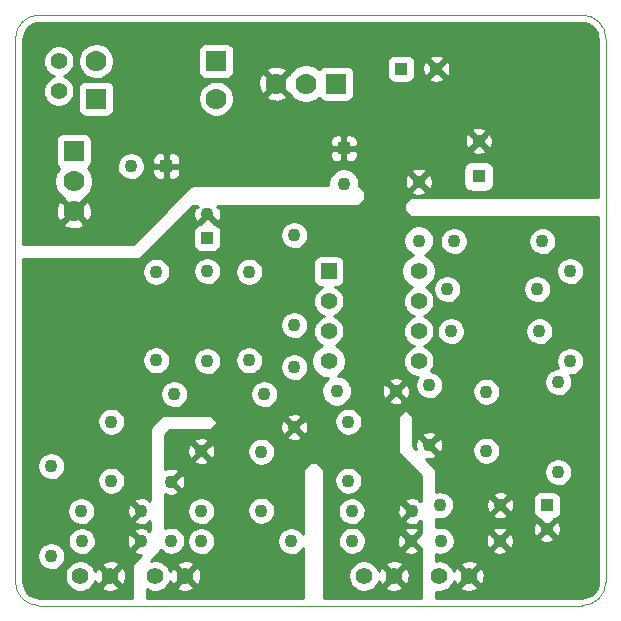
<source format=gbl>
G04 (created by PCBNEW (2013-07-07 BZR 4022)-stable) date 1/7/2015 9:26:39 PM*
%MOIN*%
G04 Gerber Fmt 3.4, Leading zero omitted, Abs format*
%FSLAX34Y34*%
G01*
G70*
G90*
G04 APERTURE LIST*
%ADD10C,0.00590551*%
%ADD11C,0.00393701*%
%ADD12C,0.0433071*%
%ADD13C,0.07*%
%ADD14R,0.07X0.07*%
%ADD15R,0.055X0.055*%
%ADD16C,0.055*%
%ADD17R,0.0433071X0.0433071*%
%ADD18C,0.01*%
G04 APERTURE END LIST*
G54D10*
G54D11*
X19685Y-787D02*
G75*
G03X18897Y0I-787J0D01*
G74*
G01*
X0Y-18897D02*
G75*
G03X787Y-19685I787J0D01*
G74*
G01*
X18897Y-19685D02*
G75*
G03X19685Y-18897I0J787D01*
G74*
G01*
X787Y0D02*
X18897Y0D01*
X0Y-787D02*
X0Y-18897D01*
X787Y0D02*
G75*
G03X0Y-787I0J-787D01*
G74*
G01*
X787Y-19685D02*
X18897Y-19685D01*
X19685Y-787D02*
X19685Y-18897D01*
G54D12*
X7792Y-11511D03*
X7792Y-8559D03*
X11092Y-15519D03*
X11092Y-13551D03*
G54D13*
X8692Y-2285D03*
X9692Y-2285D03*
G54D14*
X10692Y-2285D03*
G54D13*
X1942Y-6535D03*
X1942Y-5535D03*
G54D14*
X1942Y-4535D03*
G54D15*
X10442Y-8535D03*
G54D16*
X10442Y-9535D03*
X10442Y-10535D03*
X10442Y-11535D03*
X13442Y-11535D03*
X13442Y-10535D03*
X13442Y-9535D03*
X13442Y-8535D03*
G54D13*
X6692Y-2785D03*
G54D14*
X2692Y-2785D03*
G54D13*
X2692Y-1535D03*
G54D14*
X6692Y-1535D03*
G54D16*
X11614Y-18700D03*
X12614Y-18700D03*
X14114Y-18700D03*
X15114Y-18700D03*
X2165Y-18700D03*
X3165Y-18700D03*
X4665Y-18700D03*
X5665Y-18700D03*
X1442Y-1535D03*
X1442Y-2535D03*
G54D12*
X3852Y-5035D03*
G54D17*
X5033Y-5035D03*
G54D12*
X14033Y-1785D03*
G54D17*
X12852Y-1785D03*
G54D12*
X13204Y-16535D03*
X11204Y-16535D03*
X6192Y-14535D03*
X6192Y-16535D03*
X4192Y-16535D03*
X2192Y-16535D03*
X16157Y-16338D03*
X14157Y-16338D03*
X13792Y-14335D03*
X13792Y-12335D03*
X9292Y-13735D03*
X9292Y-11735D03*
X11220Y-17519D03*
X13188Y-17519D03*
X2208Y-17535D03*
X4177Y-17535D03*
X9192Y-17535D03*
X6192Y-17535D03*
X8292Y-12635D03*
X5292Y-12635D03*
X17392Y-9135D03*
X14392Y-9135D03*
X18492Y-8535D03*
X18492Y-11535D03*
X18092Y-15235D03*
X18092Y-12235D03*
X9292Y-7335D03*
X9292Y-10335D03*
X1192Y-15035D03*
X1192Y-18035D03*
X6392Y-8535D03*
X6392Y-11535D03*
X5192Y-17519D03*
X5192Y-15551D03*
X8192Y-14551D03*
X8192Y-16519D03*
X3192Y-13551D03*
X3192Y-15519D03*
X14173Y-17519D03*
X16141Y-17519D03*
X15692Y-14519D03*
X15692Y-12551D03*
X13442Y-7519D03*
X13442Y-5551D03*
X12677Y-12535D03*
X10708Y-12535D03*
X15442Y-4194D03*
G54D17*
X15442Y-5375D03*
G54D12*
X10942Y-5625D03*
G54D17*
X10942Y-4444D03*
G54D12*
X6392Y-6641D03*
G54D17*
X6392Y-7429D03*
G54D12*
X17716Y-17125D03*
G54D17*
X17716Y-16338D03*
G54D12*
X17569Y-7535D03*
X14616Y-7535D03*
X17469Y-10535D03*
X14516Y-10535D03*
X4692Y-8559D03*
X4692Y-11511D03*
G54D10*
G36*
X19415Y-18884D02*
X19404Y-18997D01*
X19375Y-19094D01*
X19327Y-19183D01*
X19264Y-19261D01*
X19186Y-19325D01*
X19097Y-19373D01*
X19001Y-19403D01*
X18959Y-19407D01*
X18959Y-11489D01*
X18959Y-8489D01*
X18941Y-8399D01*
X18906Y-8315D01*
X18856Y-8239D01*
X18791Y-8174D01*
X18715Y-8123D01*
X18631Y-8087D01*
X18541Y-8069D01*
X18450Y-8068D01*
X18360Y-8085D01*
X18275Y-8119D01*
X18199Y-8170D01*
X18133Y-8234D01*
X18082Y-8309D01*
X18046Y-8393D01*
X18035Y-8441D01*
X18035Y-7489D01*
X18018Y-7399D01*
X17983Y-7315D01*
X17932Y-7239D01*
X17868Y-7174D01*
X17792Y-7123D01*
X17707Y-7087D01*
X17618Y-7069D01*
X17526Y-7068D01*
X17436Y-7085D01*
X17352Y-7119D01*
X17275Y-7170D01*
X17210Y-7234D01*
X17158Y-7309D01*
X17122Y-7393D01*
X17103Y-7483D01*
X17102Y-7574D01*
X17118Y-7664D01*
X17152Y-7749D01*
X17201Y-7826D01*
X17265Y-7892D01*
X17340Y-7944D01*
X17424Y-7981D01*
X17513Y-8000D01*
X17605Y-8002D01*
X17695Y-7986D01*
X17780Y-7953D01*
X17857Y-7904D01*
X17924Y-7841D01*
X17976Y-7766D01*
X18014Y-7683D01*
X18034Y-7594D01*
X18035Y-7489D01*
X18035Y-8441D01*
X18027Y-8483D01*
X18025Y-8574D01*
X18042Y-8664D01*
X18075Y-8749D01*
X18125Y-8826D01*
X18189Y-8892D01*
X18264Y-8944D01*
X18348Y-8981D01*
X18437Y-9000D01*
X18528Y-9002D01*
X18618Y-8986D01*
X18704Y-8953D01*
X18781Y-8904D01*
X18847Y-8841D01*
X18900Y-8766D01*
X18937Y-8683D01*
X18958Y-8594D01*
X18959Y-8489D01*
X18959Y-11489D01*
X18941Y-11399D01*
X18906Y-11315D01*
X18856Y-11239D01*
X18791Y-11174D01*
X18715Y-11123D01*
X18631Y-11087D01*
X18541Y-11069D01*
X18450Y-11068D01*
X18360Y-11085D01*
X18275Y-11119D01*
X18199Y-11170D01*
X18133Y-11234D01*
X18082Y-11309D01*
X18046Y-11393D01*
X18027Y-11483D01*
X18025Y-11574D01*
X18042Y-11664D01*
X18075Y-11749D01*
X18088Y-11768D01*
X18050Y-11768D01*
X17960Y-11785D01*
X17935Y-11795D01*
X17935Y-10489D01*
X17918Y-10399D01*
X17883Y-10315D01*
X17859Y-10279D01*
X17859Y-9089D01*
X17841Y-8999D01*
X17806Y-8915D01*
X17756Y-8839D01*
X17691Y-8774D01*
X17615Y-8723D01*
X17531Y-8687D01*
X17441Y-8669D01*
X17350Y-8668D01*
X17260Y-8685D01*
X17175Y-8719D01*
X17099Y-8770D01*
X17033Y-8834D01*
X16982Y-8909D01*
X16946Y-8993D01*
X16927Y-9083D01*
X16925Y-9174D01*
X16942Y-9264D01*
X16975Y-9349D01*
X17025Y-9426D01*
X17089Y-9492D01*
X17164Y-9544D01*
X17248Y-9581D01*
X17337Y-9600D01*
X17428Y-9602D01*
X17518Y-9586D01*
X17604Y-9553D01*
X17681Y-9504D01*
X17747Y-9441D01*
X17800Y-9366D01*
X17837Y-9283D01*
X17858Y-9194D01*
X17859Y-9089D01*
X17859Y-10279D01*
X17832Y-10239D01*
X17768Y-10174D01*
X17692Y-10123D01*
X17607Y-10087D01*
X17518Y-10069D01*
X17426Y-10068D01*
X17336Y-10085D01*
X17252Y-10119D01*
X17175Y-10170D01*
X17110Y-10234D01*
X17058Y-10309D01*
X17022Y-10393D01*
X17003Y-10483D01*
X17002Y-10574D01*
X17018Y-10664D01*
X17052Y-10749D01*
X17101Y-10826D01*
X17165Y-10892D01*
X17240Y-10944D01*
X17324Y-10981D01*
X17413Y-11000D01*
X17505Y-11002D01*
X17595Y-10986D01*
X17680Y-10953D01*
X17757Y-10904D01*
X17824Y-10841D01*
X17876Y-10766D01*
X17914Y-10683D01*
X17934Y-10594D01*
X17935Y-10489D01*
X17935Y-11795D01*
X17875Y-11819D01*
X17799Y-11870D01*
X17733Y-11934D01*
X17682Y-12009D01*
X17646Y-12093D01*
X17627Y-12183D01*
X17625Y-12274D01*
X17642Y-12364D01*
X17675Y-12449D01*
X17725Y-12526D01*
X17789Y-12592D01*
X17864Y-12644D01*
X17948Y-12681D01*
X18037Y-12700D01*
X18128Y-12702D01*
X18218Y-12686D01*
X18304Y-12653D01*
X18381Y-12604D01*
X18447Y-12541D01*
X18500Y-12466D01*
X18537Y-12383D01*
X18558Y-12294D01*
X18559Y-12189D01*
X18541Y-12099D01*
X18506Y-12015D01*
X18498Y-12002D01*
X18528Y-12002D01*
X18618Y-11986D01*
X18704Y-11953D01*
X18781Y-11904D01*
X18847Y-11841D01*
X18900Y-11766D01*
X18937Y-11683D01*
X18958Y-11594D01*
X18959Y-11489D01*
X18959Y-19407D01*
X18888Y-19415D01*
X18559Y-19415D01*
X18559Y-15189D01*
X18541Y-15099D01*
X18506Y-15015D01*
X18456Y-14939D01*
X18391Y-14874D01*
X18315Y-14823D01*
X18231Y-14787D01*
X18141Y-14769D01*
X18050Y-14768D01*
X17960Y-14785D01*
X17875Y-14819D01*
X17799Y-14870D01*
X17733Y-14934D01*
X17682Y-15009D01*
X17646Y-15093D01*
X17627Y-15183D01*
X17625Y-15274D01*
X17642Y-15364D01*
X17675Y-15449D01*
X17725Y-15526D01*
X17789Y-15592D01*
X17864Y-15644D01*
X17948Y-15681D01*
X18037Y-15700D01*
X18128Y-15702D01*
X18218Y-15686D01*
X18304Y-15653D01*
X18381Y-15604D01*
X18447Y-15541D01*
X18500Y-15466D01*
X18537Y-15383D01*
X18558Y-15294D01*
X18559Y-15189D01*
X18559Y-19415D01*
X18184Y-19415D01*
X18184Y-17095D01*
X18183Y-17088D01*
X18183Y-16532D01*
X18183Y-16097D01*
X18173Y-16049D01*
X18154Y-16004D01*
X18127Y-15963D01*
X18093Y-15928D01*
X18052Y-15901D01*
X18007Y-15882D01*
X17959Y-15872D01*
X17910Y-15871D01*
X17475Y-15872D01*
X17427Y-15881D01*
X17382Y-15900D01*
X17341Y-15927D01*
X17306Y-15961D01*
X17279Y-16002D01*
X17260Y-16047D01*
X17250Y-16095D01*
X17249Y-16144D01*
X17249Y-16579D01*
X17259Y-16627D01*
X17278Y-16673D01*
X17305Y-16713D01*
X17339Y-16748D01*
X17380Y-16776D01*
X17425Y-16795D01*
X17467Y-16803D01*
X17466Y-16805D01*
X17716Y-17055D01*
X17966Y-16805D01*
X17965Y-16803D01*
X18005Y-16795D01*
X18051Y-16776D01*
X18091Y-16749D01*
X18126Y-16715D01*
X18154Y-16674D01*
X18173Y-16629D01*
X18182Y-16581D01*
X18183Y-16532D01*
X18183Y-17088D01*
X18169Y-17005D01*
X18137Y-16919D01*
X18123Y-16892D01*
X18036Y-16876D01*
X17787Y-17125D01*
X18036Y-17375D01*
X18123Y-17359D01*
X18160Y-17276D01*
X18181Y-17186D01*
X18184Y-17095D01*
X18184Y-19415D01*
X17966Y-19415D01*
X17966Y-17446D01*
X17716Y-17196D01*
X17645Y-17267D01*
X17645Y-17125D01*
X17396Y-16876D01*
X17310Y-16892D01*
X17272Y-16975D01*
X17251Y-17064D01*
X17248Y-17156D01*
X17263Y-17246D01*
X17295Y-17332D01*
X17310Y-17359D01*
X17396Y-17375D01*
X17645Y-17125D01*
X17645Y-17267D01*
X17466Y-17446D01*
X17483Y-17532D01*
X17566Y-17570D01*
X17655Y-17590D01*
X17746Y-17593D01*
X17837Y-17578D01*
X17922Y-17546D01*
X17950Y-17532D01*
X17966Y-17446D01*
X17966Y-19415D01*
X16625Y-19415D01*
X16625Y-16308D01*
X16610Y-16217D01*
X16578Y-16132D01*
X16563Y-16105D01*
X16477Y-16088D01*
X16407Y-16159D01*
X16407Y-16018D01*
X16391Y-15932D01*
X16307Y-15894D01*
X16218Y-15873D01*
X16159Y-15871D01*
X16159Y-14473D01*
X16159Y-12505D01*
X16141Y-12415D01*
X16106Y-12331D01*
X16056Y-12254D01*
X15991Y-12189D01*
X15915Y-12138D01*
X15831Y-12103D01*
X15741Y-12084D01*
X15650Y-12084D01*
X15560Y-12101D01*
X15475Y-12135D01*
X15399Y-12185D01*
X15333Y-12249D01*
X15282Y-12325D01*
X15246Y-12409D01*
X15227Y-12498D01*
X15225Y-12590D01*
X15242Y-12680D01*
X15275Y-12765D01*
X15325Y-12842D01*
X15389Y-12908D01*
X15464Y-12960D01*
X15548Y-12997D01*
X15637Y-13016D01*
X15728Y-13018D01*
X15818Y-13002D01*
X15904Y-12969D01*
X15981Y-12920D01*
X16047Y-12857D01*
X16100Y-12782D01*
X16137Y-12699D01*
X16158Y-12609D01*
X16159Y-12505D01*
X16159Y-14473D01*
X16141Y-14384D01*
X16106Y-14299D01*
X16056Y-14223D01*
X15991Y-14158D01*
X15915Y-14107D01*
X15831Y-14071D01*
X15741Y-14053D01*
X15650Y-14052D01*
X15560Y-14069D01*
X15475Y-14104D01*
X15399Y-14154D01*
X15333Y-14218D01*
X15282Y-14293D01*
X15246Y-14377D01*
X15227Y-14467D01*
X15225Y-14558D01*
X15242Y-14648D01*
X15275Y-14733D01*
X15325Y-14810D01*
X15389Y-14876D01*
X15464Y-14928D01*
X15548Y-14965D01*
X15637Y-14985D01*
X15728Y-14987D01*
X15818Y-14971D01*
X15904Y-14938D01*
X15981Y-14889D01*
X16047Y-14826D01*
X16100Y-14751D01*
X16137Y-14667D01*
X16158Y-14578D01*
X16159Y-14473D01*
X16159Y-15871D01*
X16127Y-15870D01*
X16036Y-15885D01*
X15951Y-15917D01*
X15923Y-15932D01*
X15907Y-16018D01*
X16157Y-16267D01*
X16407Y-16018D01*
X16407Y-16159D01*
X16228Y-16338D01*
X16477Y-16588D01*
X16563Y-16572D01*
X16601Y-16488D01*
X16622Y-16399D01*
X16625Y-16308D01*
X16625Y-19415D01*
X16609Y-19415D01*
X16609Y-17489D01*
X16594Y-17398D01*
X16562Y-17313D01*
X16548Y-17286D01*
X16462Y-17269D01*
X16407Y-17324D01*
X16407Y-16659D01*
X16157Y-16409D01*
X16086Y-16480D01*
X16086Y-16338D01*
X15837Y-16088D01*
X15750Y-16105D01*
X15713Y-16188D01*
X15692Y-16277D01*
X15689Y-16369D01*
X15704Y-16459D01*
X15736Y-16544D01*
X15750Y-16572D01*
X15837Y-16588D01*
X16086Y-16338D01*
X16086Y-16480D01*
X15907Y-16659D01*
X15923Y-16745D01*
X16007Y-16782D01*
X16096Y-16803D01*
X16187Y-16806D01*
X16278Y-16791D01*
X16363Y-16759D01*
X16391Y-16745D01*
X16407Y-16659D01*
X16407Y-17324D01*
X16391Y-17340D01*
X16391Y-17199D01*
X16375Y-17113D01*
X16291Y-17075D01*
X16202Y-17054D01*
X16111Y-17051D01*
X16021Y-17066D01*
X15935Y-17098D01*
X15908Y-17113D01*
X15891Y-17199D01*
X16141Y-17448D01*
X16391Y-17199D01*
X16391Y-17340D01*
X16212Y-17519D01*
X16462Y-17769D01*
X16548Y-17753D01*
X16585Y-17669D01*
X16606Y-17580D01*
X16609Y-17489D01*
X16609Y-19415D01*
X16391Y-19415D01*
X16391Y-17840D01*
X16141Y-17590D01*
X16071Y-17661D01*
X16071Y-17519D01*
X15821Y-17269D01*
X15735Y-17286D01*
X15697Y-17369D01*
X15676Y-17458D01*
X15673Y-17550D01*
X15688Y-17640D01*
X15720Y-17726D01*
X15735Y-17753D01*
X15821Y-17769D01*
X16071Y-17519D01*
X16071Y-17661D01*
X15891Y-17840D01*
X15908Y-17926D01*
X15991Y-17963D01*
X16080Y-17984D01*
X16172Y-17987D01*
X16262Y-17972D01*
X16348Y-17940D01*
X16375Y-17926D01*
X16391Y-17840D01*
X16391Y-19415D01*
X15640Y-19415D01*
X15640Y-18672D01*
X15625Y-18571D01*
X15590Y-18474D01*
X15568Y-18432D01*
X15476Y-18409D01*
X15405Y-18479D01*
X15405Y-18338D01*
X15382Y-18246D01*
X15289Y-18203D01*
X15189Y-18178D01*
X15086Y-18173D01*
X15083Y-18174D01*
X15083Y-7489D01*
X15065Y-7399D01*
X15030Y-7315D01*
X14979Y-7239D01*
X14915Y-7174D01*
X14839Y-7123D01*
X14755Y-7087D01*
X14665Y-7069D01*
X14574Y-7068D01*
X14484Y-7085D01*
X14399Y-7119D01*
X14322Y-7170D01*
X14257Y-7234D01*
X14205Y-7309D01*
X14169Y-7393D01*
X14150Y-7483D01*
X14149Y-7574D01*
X14165Y-7664D01*
X14199Y-7749D01*
X14249Y-7826D01*
X14312Y-7892D01*
X14387Y-7944D01*
X14471Y-7981D01*
X14561Y-8000D01*
X14652Y-8002D01*
X14742Y-7986D01*
X14827Y-7953D01*
X14905Y-7904D01*
X14971Y-7841D01*
X15024Y-7766D01*
X15061Y-7683D01*
X15081Y-7594D01*
X15083Y-7489D01*
X15083Y-18174D01*
X14984Y-18189D01*
X14983Y-18189D01*
X14983Y-10489D01*
X14965Y-10399D01*
X14930Y-10315D01*
X14879Y-10239D01*
X14859Y-10218D01*
X14859Y-9089D01*
X14841Y-8999D01*
X14806Y-8915D01*
X14756Y-8839D01*
X14691Y-8774D01*
X14615Y-8723D01*
X14531Y-8687D01*
X14441Y-8669D01*
X14350Y-8668D01*
X14260Y-8685D01*
X14175Y-8719D01*
X14099Y-8770D01*
X14033Y-8834D01*
X13982Y-8909D01*
X13946Y-8993D01*
X13927Y-9083D01*
X13925Y-9174D01*
X13942Y-9264D01*
X13975Y-9349D01*
X14025Y-9426D01*
X14089Y-9492D01*
X14164Y-9544D01*
X14248Y-9581D01*
X14337Y-9600D01*
X14428Y-9602D01*
X14518Y-9586D01*
X14604Y-9553D01*
X14681Y-9504D01*
X14747Y-9441D01*
X14800Y-9366D01*
X14837Y-9283D01*
X14858Y-9194D01*
X14859Y-9089D01*
X14859Y-10218D01*
X14815Y-10174D01*
X14739Y-10123D01*
X14655Y-10087D01*
X14565Y-10069D01*
X14474Y-10068D01*
X14384Y-10085D01*
X14299Y-10119D01*
X14222Y-10170D01*
X14157Y-10234D01*
X14105Y-10309D01*
X14069Y-10393D01*
X14050Y-10483D01*
X14049Y-10574D01*
X14065Y-10664D01*
X14099Y-10749D01*
X14149Y-10826D01*
X14212Y-10892D01*
X14287Y-10944D01*
X14371Y-10981D01*
X14461Y-11000D01*
X14552Y-11002D01*
X14642Y-10986D01*
X14727Y-10953D01*
X14805Y-10904D01*
X14871Y-10841D01*
X14924Y-10766D01*
X14961Y-10683D01*
X14981Y-10594D01*
X14983Y-10489D01*
X14983Y-18189D01*
X14887Y-18224D01*
X14845Y-18246D01*
X14822Y-18338D01*
X15114Y-18630D01*
X15405Y-18338D01*
X15405Y-18479D01*
X15184Y-18700D01*
X15476Y-18992D01*
X15568Y-18969D01*
X15611Y-18875D01*
X15636Y-18775D01*
X15640Y-18672D01*
X15640Y-19415D01*
X15405Y-19415D01*
X15405Y-19063D01*
X15114Y-18771D01*
X14822Y-19063D01*
X14845Y-19155D01*
X14939Y-19198D01*
X15039Y-19222D01*
X15142Y-19227D01*
X15243Y-19212D01*
X15340Y-19177D01*
X15382Y-19155D01*
X15405Y-19063D01*
X15405Y-19415D01*
X14026Y-19415D01*
X14026Y-19219D01*
X14051Y-19224D01*
X14154Y-19226D01*
X14256Y-19208D01*
X14352Y-19171D01*
X14438Y-19116D01*
X14513Y-19045D01*
X14572Y-18961D01*
X14614Y-18867D01*
X14615Y-18864D01*
X14637Y-18927D01*
X14659Y-18969D01*
X14751Y-18992D01*
X15043Y-18700D01*
X14751Y-18409D01*
X14659Y-18432D01*
X14616Y-18525D01*
X14614Y-18535D01*
X14579Y-18453D01*
X14522Y-18367D01*
X14450Y-18294D01*
X14365Y-18236D01*
X14270Y-18196D01*
X14169Y-18176D01*
X14066Y-18175D01*
X14026Y-18183D01*
X14026Y-17964D01*
X14028Y-17965D01*
X14117Y-17985D01*
X14209Y-17987D01*
X14299Y-17971D01*
X14384Y-17938D01*
X14461Y-17889D01*
X14528Y-17826D01*
X14580Y-17751D01*
X14618Y-17667D01*
X14638Y-17578D01*
X14639Y-17473D01*
X14622Y-17384D01*
X14587Y-17299D01*
X14536Y-17223D01*
X14472Y-17158D01*
X14396Y-17107D01*
X14311Y-17071D01*
X14222Y-17053D01*
X14130Y-17052D01*
X14040Y-17069D01*
X14026Y-17075D01*
X14026Y-16787D01*
X14101Y-16804D01*
X14193Y-16805D01*
X14283Y-16790D01*
X14368Y-16757D01*
X14446Y-16707D01*
X14512Y-16644D01*
X14565Y-16570D01*
X14602Y-16486D01*
X14622Y-16397D01*
X14624Y-16292D01*
X14606Y-16203D01*
X14571Y-16118D01*
X14520Y-16042D01*
X14456Y-15977D01*
X14380Y-15926D01*
X14296Y-15890D01*
X14260Y-15883D01*
X14260Y-14304D01*
X14259Y-14297D01*
X14259Y-12289D01*
X14241Y-12199D01*
X14206Y-12115D01*
X14156Y-12039D01*
X14091Y-11974D01*
X14015Y-11923D01*
X13931Y-11887D01*
X13848Y-11870D01*
X13901Y-11796D01*
X13943Y-11701D01*
X13966Y-11601D01*
X13967Y-11483D01*
X13947Y-11382D01*
X13908Y-11287D01*
X13851Y-11202D01*
X13779Y-11128D01*
X13693Y-11071D01*
X13607Y-11034D01*
X13680Y-11006D01*
X13767Y-10951D01*
X13842Y-10880D01*
X13901Y-10796D01*
X13943Y-10701D01*
X13966Y-10601D01*
X13967Y-10483D01*
X13947Y-10382D01*
X13908Y-10287D01*
X13851Y-10202D01*
X13779Y-10128D01*
X13693Y-10071D01*
X13607Y-10034D01*
X13680Y-10006D01*
X13767Y-9951D01*
X13842Y-9880D01*
X13901Y-9796D01*
X13943Y-9701D01*
X13966Y-9601D01*
X13967Y-9483D01*
X13947Y-9382D01*
X13908Y-9287D01*
X13851Y-9202D01*
X13779Y-9128D01*
X13693Y-9071D01*
X13673Y-9062D01*
X13703Y-9051D01*
X13798Y-8990D01*
X13880Y-8912D01*
X13945Y-8820D01*
X13991Y-8717D01*
X14016Y-8607D01*
X14017Y-8479D01*
X13996Y-8368D01*
X13953Y-8264D01*
X13890Y-8170D01*
X13811Y-8090D01*
X13717Y-8027D01*
X13643Y-7995D01*
X13676Y-7982D01*
X13762Y-7928D01*
X13835Y-7858D01*
X13894Y-7776D01*
X13935Y-7683D01*
X13957Y-7584D01*
X13959Y-7469D01*
X13939Y-7369D01*
X13901Y-7276D01*
X13845Y-7191D01*
X13773Y-7119D01*
X13689Y-7063D01*
X13596Y-7023D01*
X13497Y-7003D01*
X13395Y-7002D01*
X13296Y-7021D01*
X13202Y-7059D01*
X13117Y-7115D01*
X13045Y-7186D01*
X12988Y-7269D01*
X12948Y-7362D01*
X12927Y-7461D01*
X12925Y-7563D01*
X12943Y-7662D01*
X12981Y-7756D01*
X13036Y-7842D01*
X13106Y-7914D01*
X13189Y-7972D01*
X13242Y-7996D01*
X13175Y-8023D01*
X13080Y-8085D01*
X13000Y-8164D01*
X12936Y-8257D01*
X12892Y-8360D01*
X12868Y-8471D01*
X12867Y-8583D01*
X12887Y-8694D01*
X12929Y-8799D01*
X12990Y-8894D01*
X13068Y-8975D01*
X13161Y-9039D01*
X13212Y-9062D01*
X13198Y-9067D01*
X13112Y-9124D01*
X13038Y-9196D01*
X12980Y-9281D01*
X12940Y-9375D01*
X12918Y-9476D01*
X12917Y-9579D01*
X12935Y-9680D01*
X12973Y-9776D01*
X13029Y-9863D01*
X13101Y-9937D01*
X13185Y-9995D01*
X13277Y-10036D01*
X13198Y-10067D01*
X13112Y-10124D01*
X13038Y-10196D01*
X12980Y-10281D01*
X12940Y-10375D01*
X12918Y-10476D01*
X12917Y-10579D01*
X12935Y-10680D01*
X12973Y-10776D01*
X13029Y-10863D01*
X13101Y-10937D01*
X13185Y-10995D01*
X13277Y-11036D01*
X13198Y-11067D01*
X13112Y-11124D01*
X13038Y-11196D01*
X12980Y-11281D01*
X12940Y-11375D01*
X12918Y-11476D01*
X12917Y-11579D01*
X12935Y-11680D01*
X12973Y-11776D01*
X13029Y-11863D01*
X13101Y-11937D01*
X13185Y-11995D01*
X13279Y-12037D01*
X13380Y-12059D01*
X13416Y-12060D01*
X13382Y-12109D01*
X13346Y-12193D01*
X13327Y-12283D01*
X13325Y-12374D01*
X13342Y-12464D01*
X13375Y-12549D01*
X13425Y-12626D01*
X13489Y-12692D01*
X13564Y-12744D01*
X13648Y-12781D01*
X13737Y-12800D01*
X13828Y-12802D01*
X13918Y-12786D01*
X14004Y-12753D01*
X14081Y-12704D01*
X14147Y-12641D01*
X14200Y-12566D01*
X14237Y-12483D01*
X14258Y-12394D01*
X14259Y-12289D01*
X14259Y-14297D01*
X14245Y-14214D01*
X14213Y-14129D01*
X14199Y-14101D01*
X14113Y-14085D01*
X14042Y-14156D01*
X14042Y-14014D01*
X14026Y-13928D01*
X13943Y-13891D01*
X13853Y-13870D01*
X13762Y-13867D01*
X13672Y-13882D01*
X13586Y-13914D01*
X13559Y-13928D01*
X13543Y-14014D01*
X13792Y-14264D01*
X14042Y-14014D01*
X14042Y-14156D01*
X13863Y-14335D01*
X14113Y-14585D01*
X14199Y-14568D01*
X14237Y-14485D01*
X14257Y-14396D01*
X14260Y-14304D01*
X14260Y-15883D01*
X14206Y-15872D01*
X14114Y-15871D01*
X14026Y-15888D01*
X14026Y-15136D01*
X13677Y-14787D01*
X13731Y-14800D01*
X13823Y-14803D01*
X13913Y-14788D01*
X13999Y-14756D01*
X14026Y-14741D01*
X14042Y-14655D01*
X13792Y-14406D01*
X13787Y-14411D01*
X13716Y-14341D01*
X13722Y-14335D01*
X13472Y-14085D01*
X13386Y-14101D01*
X13348Y-14185D01*
X13328Y-14274D01*
X13325Y-14365D01*
X13338Y-14449D01*
X13238Y-14349D01*
X13238Y-13365D01*
X13144Y-13271D01*
X13144Y-12504D01*
X13130Y-12414D01*
X13098Y-12329D01*
X13083Y-12301D01*
X12997Y-12285D01*
X12926Y-12356D01*
X12926Y-12214D01*
X12910Y-12128D01*
X12827Y-12091D01*
X12738Y-12070D01*
X12646Y-12067D01*
X12556Y-12082D01*
X12470Y-12114D01*
X12443Y-12128D01*
X12427Y-12214D01*
X12677Y-12464D01*
X12926Y-12214D01*
X12926Y-12356D01*
X12747Y-12535D01*
X12997Y-12785D01*
X13083Y-12768D01*
X13121Y-12685D01*
X13141Y-12596D01*
X13144Y-12504D01*
X13144Y-13271D01*
X12992Y-13118D01*
X12926Y-13183D01*
X12926Y-12855D01*
X12677Y-12606D01*
X12606Y-12676D01*
X12606Y-12535D01*
X12356Y-12285D01*
X12270Y-12301D01*
X12233Y-12385D01*
X12212Y-12474D01*
X12209Y-12565D01*
X12224Y-12656D01*
X12256Y-12741D01*
X12270Y-12768D01*
X12356Y-12785D01*
X12606Y-12535D01*
X12606Y-12676D01*
X12427Y-12855D01*
X12443Y-12941D01*
X12527Y-12979D01*
X12616Y-13000D01*
X12707Y-13003D01*
X12797Y-12988D01*
X12883Y-12956D01*
X12910Y-12941D01*
X12926Y-12855D01*
X12926Y-13183D01*
X12745Y-13365D01*
X12745Y-14587D01*
X13532Y-15375D01*
X13532Y-16200D01*
X13500Y-16168D01*
X13454Y-16214D01*
X13438Y-16128D01*
X13354Y-16091D01*
X13265Y-16070D01*
X13174Y-16067D01*
X13084Y-16082D01*
X12998Y-16114D01*
X12971Y-16128D01*
X12954Y-16214D01*
X13204Y-16464D01*
X13210Y-16459D01*
X13281Y-16529D01*
X13275Y-16535D01*
X13281Y-16541D01*
X13210Y-16611D01*
X13204Y-16606D01*
X13134Y-16676D01*
X13134Y-16535D01*
X12884Y-16285D01*
X12798Y-16301D01*
X12760Y-16385D01*
X12739Y-16474D01*
X12736Y-16565D01*
X12751Y-16656D01*
X12783Y-16741D01*
X12798Y-16768D01*
X12884Y-16785D01*
X13134Y-16535D01*
X13134Y-16676D01*
X12954Y-16855D01*
X12971Y-16941D01*
X13054Y-16979D01*
X13143Y-17000D01*
X13235Y-17003D01*
X13325Y-16988D01*
X13411Y-16956D01*
X13438Y-16941D01*
X13454Y-16855D01*
X13454Y-16855D01*
X13500Y-16902D01*
X13532Y-16870D01*
X13532Y-17274D01*
X13509Y-17269D01*
X13454Y-17324D01*
X13438Y-17340D01*
X13438Y-17199D01*
X13422Y-17113D01*
X13339Y-17075D01*
X13249Y-17054D01*
X13158Y-17051D01*
X13068Y-17066D01*
X12982Y-17098D01*
X12955Y-17113D01*
X12939Y-17199D01*
X13188Y-17448D01*
X13438Y-17199D01*
X13438Y-17340D01*
X13259Y-17519D01*
X13509Y-17769D01*
X13532Y-17765D01*
X13532Y-19415D01*
X13438Y-19415D01*
X13438Y-17840D01*
X13188Y-17590D01*
X13118Y-17661D01*
X13118Y-17519D01*
X12868Y-17269D01*
X12782Y-17286D01*
X12744Y-17369D01*
X12724Y-17458D01*
X12721Y-17550D01*
X12735Y-17640D01*
X12768Y-17726D01*
X12782Y-17753D01*
X12868Y-17769D01*
X13118Y-17519D01*
X13118Y-17661D01*
X12939Y-17840D01*
X12955Y-17926D01*
X13038Y-17963D01*
X13127Y-17984D01*
X13219Y-17987D01*
X13309Y-17972D01*
X13395Y-17940D01*
X13422Y-17926D01*
X13438Y-17840D01*
X13438Y-19415D01*
X13140Y-19415D01*
X13140Y-18672D01*
X13125Y-18571D01*
X13090Y-18474D01*
X13068Y-18432D01*
X12976Y-18409D01*
X12905Y-18479D01*
X12905Y-18338D01*
X12882Y-18246D01*
X12789Y-18203D01*
X12689Y-18178D01*
X12586Y-18173D01*
X12484Y-18189D01*
X12387Y-18224D01*
X12345Y-18246D01*
X12322Y-18338D01*
X12614Y-18630D01*
X12905Y-18338D01*
X12905Y-18479D01*
X12684Y-18700D01*
X12976Y-18992D01*
X13068Y-18969D01*
X13111Y-18875D01*
X13136Y-18775D01*
X13140Y-18672D01*
X13140Y-19415D01*
X12905Y-19415D01*
X12905Y-19063D01*
X12614Y-18771D01*
X12543Y-18842D01*
X12543Y-18700D01*
X12251Y-18409D01*
X12159Y-18432D01*
X12116Y-18525D01*
X12114Y-18535D01*
X12079Y-18453D01*
X12022Y-18367D01*
X11950Y-18294D01*
X11865Y-18236D01*
X11770Y-18196D01*
X11687Y-18179D01*
X11687Y-17473D01*
X11671Y-17394D01*
X11671Y-16489D01*
X11653Y-16399D01*
X11618Y-16315D01*
X11568Y-16239D01*
X11559Y-16230D01*
X11559Y-15473D01*
X11559Y-13505D01*
X11541Y-13415D01*
X11506Y-13331D01*
X11456Y-13254D01*
X11391Y-13189D01*
X11315Y-13138D01*
X11231Y-13103D01*
X11225Y-13102D01*
X11225Y-12484D01*
X11205Y-12385D01*
X11166Y-12291D01*
X11110Y-12207D01*
X11039Y-12135D01*
X10955Y-12078D01*
X10862Y-12039D01*
X10762Y-12019D01*
X10753Y-12019D01*
X10798Y-11990D01*
X10880Y-11912D01*
X10945Y-11820D01*
X10991Y-11717D01*
X11016Y-11607D01*
X11017Y-11479D01*
X10996Y-11368D01*
X10953Y-11264D01*
X10890Y-11170D01*
X10811Y-11090D01*
X10717Y-11027D01*
X10674Y-11008D01*
X10680Y-11006D01*
X10767Y-10951D01*
X10842Y-10880D01*
X10901Y-10796D01*
X10943Y-10701D01*
X10966Y-10601D01*
X10967Y-10483D01*
X10947Y-10382D01*
X10908Y-10287D01*
X10851Y-10202D01*
X10779Y-10128D01*
X10693Y-10071D01*
X10607Y-10034D01*
X10680Y-10006D01*
X10767Y-9951D01*
X10842Y-9880D01*
X10901Y-9796D01*
X10943Y-9701D01*
X10966Y-9601D01*
X10967Y-9483D01*
X10947Y-9382D01*
X10908Y-9287D01*
X10851Y-9202D01*
X10779Y-9128D01*
X10693Y-9071D01*
X10667Y-9060D01*
X10742Y-9060D01*
X10790Y-9050D01*
X10835Y-9032D01*
X10876Y-9005D01*
X10911Y-8970D01*
X10938Y-8929D01*
X10957Y-8884D01*
X10967Y-8836D01*
X10968Y-8787D01*
X10967Y-8235D01*
X10958Y-8187D01*
X10939Y-8142D01*
X10912Y-8101D01*
X10878Y-8066D01*
X10837Y-8039D01*
X10792Y-8020D01*
X10744Y-8010D01*
X10695Y-8010D01*
X10143Y-8010D01*
X10095Y-8019D01*
X10049Y-8038D01*
X10009Y-8065D01*
X9974Y-8100D01*
X9946Y-8140D01*
X9927Y-8186D01*
X9918Y-8234D01*
X9917Y-8283D01*
X9917Y-8834D01*
X9927Y-8883D01*
X9946Y-8928D01*
X9973Y-8969D01*
X10007Y-9003D01*
X10048Y-9031D01*
X10093Y-9050D01*
X10141Y-9060D01*
X10190Y-9060D01*
X10216Y-9060D01*
X10198Y-9067D01*
X10112Y-9124D01*
X10038Y-9196D01*
X9980Y-9281D01*
X9940Y-9375D01*
X9918Y-9476D01*
X9917Y-9579D01*
X9935Y-9680D01*
X9973Y-9776D01*
X10029Y-9863D01*
X10101Y-9937D01*
X10185Y-9995D01*
X10277Y-10036D01*
X10198Y-10067D01*
X10112Y-10124D01*
X10038Y-10196D01*
X9980Y-10281D01*
X9940Y-10375D01*
X9918Y-10476D01*
X9917Y-10579D01*
X9935Y-10680D01*
X9973Y-10776D01*
X10029Y-10863D01*
X10101Y-10937D01*
X10185Y-10995D01*
X10213Y-11008D01*
X10175Y-11023D01*
X10080Y-11085D01*
X10000Y-11164D01*
X9936Y-11257D01*
X9892Y-11360D01*
X9868Y-11471D01*
X9867Y-11583D01*
X9887Y-11694D01*
X9929Y-11799D01*
X9990Y-11894D01*
X10068Y-11975D01*
X10161Y-12039D01*
X10264Y-12084D01*
X10374Y-12109D01*
X10415Y-12110D01*
X10383Y-12130D01*
X10311Y-12201D01*
X10253Y-12285D01*
X10213Y-12378D01*
X10192Y-12477D01*
X10191Y-12578D01*
X10209Y-12678D01*
X10247Y-12772D01*
X10301Y-12857D01*
X10372Y-12930D01*
X10455Y-12988D01*
X10548Y-13029D01*
X10647Y-13050D01*
X10748Y-13052D01*
X10848Y-13035D01*
X10942Y-12998D01*
X11028Y-12944D01*
X11101Y-12874D01*
X11159Y-12791D01*
X11201Y-12699D01*
X11223Y-12600D01*
X11225Y-12484D01*
X11225Y-13102D01*
X11141Y-13084D01*
X11050Y-13084D01*
X10960Y-13101D01*
X10875Y-13135D01*
X10799Y-13185D01*
X10733Y-13249D01*
X10682Y-13325D01*
X10646Y-13409D01*
X10627Y-13498D01*
X10625Y-13590D01*
X10642Y-13680D01*
X10675Y-13765D01*
X10725Y-13842D01*
X10789Y-13908D01*
X10864Y-13960D01*
X10948Y-13997D01*
X11037Y-14016D01*
X11128Y-14018D01*
X11218Y-14002D01*
X11304Y-13969D01*
X11381Y-13920D01*
X11447Y-13857D01*
X11500Y-13782D01*
X11537Y-13699D01*
X11558Y-13609D01*
X11559Y-13505D01*
X11559Y-15473D01*
X11541Y-15384D01*
X11506Y-15299D01*
X11456Y-15223D01*
X11391Y-15158D01*
X11315Y-15107D01*
X11231Y-15071D01*
X11141Y-15053D01*
X11050Y-15052D01*
X10960Y-15069D01*
X10875Y-15104D01*
X10799Y-15154D01*
X10733Y-15218D01*
X10682Y-15293D01*
X10646Y-15377D01*
X10627Y-15467D01*
X10625Y-15558D01*
X10642Y-15648D01*
X10675Y-15733D01*
X10725Y-15810D01*
X10789Y-15876D01*
X10864Y-15928D01*
X10948Y-15965D01*
X11037Y-15985D01*
X11128Y-15987D01*
X11218Y-15971D01*
X11304Y-15938D01*
X11381Y-15889D01*
X11447Y-15826D01*
X11500Y-15751D01*
X11537Y-15667D01*
X11558Y-15578D01*
X11559Y-15473D01*
X11559Y-16230D01*
X11503Y-16174D01*
X11427Y-16123D01*
X11343Y-16087D01*
X11253Y-16069D01*
X11162Y-16068D01*
X11072Y-16085D01*
X10987Y-16119D01*
X10910Y-16170D01*
X10845Y-16234D01*
X10793Y-16309D01*
X10757Y-16393D01*
X10738Y-16483D01*
X10737Y-16574D01*
X10754Y-16664D01*
X10787Y-16749D01*
X10837Y-16826D01*
X10900Y-16892D01*
X10976Y-16944D01*
X11059Y-16981D01*
X11149Y-17000D01*
X11240Y-17002D01*
X11330Y-16986D01*
X11416Y-16953D01*
X11493Y-16904D01*
X11559Y-16841D01*
X11612Y-16766D01*
X11649Y-16683D01*
X11669Y-16594D01*
X11671Y-16489D01*
X11671Y-17394D01*
X11669Y-17384D01*
X11634Y-17299D01*
X11583Y-17223D01*
X11519Y-17158D01*
X11443Y-17107D01*
X11359Y-17071D01*
X11269Y-17053D01*
X11177Y-17052D01*
X11088Y-17069D01*
X11003Y-17104D01*
X10926Y-17154D01*
X10861Y-17218D01*
X10809Y-17293D01*
X10773Y-17377D01*
X10754Y-17467D01*
X10753Y-17558D01*
X10769Y-17648D01*
X10803Y-17733D01*
X10853Y-17810D01*
X10916Y-17876D01*
X10991Y-17928D01*
X11075Y-17965D01*
X11164Y-17985D01*
X11256Y-17987D01*
X11346Y-17971D01*
X11431Y-17938D01*
X11509Y-17889D01*
X11575Y-17826D01*
X11628Y-17751D01*
X11665Y-17667D01*
X11685Y-17578D01*
X11687Y-17473D01*
X11687Y-18179D01*
X11669Y-18176D01*
X11566Y-18175D01*
X11465Y-18194D01*
X11369Y-18233D01*
X11283Y-18289D01*
X11210Y-18361D01*
X11151Y-18446D01*
X11111Y-18541D01*
X11089Y-18641D01*
X11088Y-18744D01*
X11107Y-18846D01*
X11144Y-18941D01*
X11200Y-19028D01*
X11272Y-19102D01*
X11356Y-19161D01*
X11451Y-19202D01*
X11551Y-19224D01*
X11654Y-19226D01*
X11756Y-19208D01*
X11852Y-19171D01*
X11938Y-19116D01*
X12013Y-19045D01*
X12072Y-18961D01*
X12114Y-18867D01*
X12115Y-18864D01*
X12137Y-18927D01*
X12159Y-18969D01*
X12251Y-18992D01*
X12543Y-18700D01*
X12543Y-18842D01*
X12322Y-19063D01*
X12345Y-19155D01*
X12439Y-19198D01*
X12539Y-19222D01*
X12642Y-19227D01*
X12743Y-19212D01*
X12840Y-19177D01*
X12882Y-19155D01*
X12905Y-19063D01*
X12905Y-19415D01*
X10286Y-19415D01*
X10286Y-15136D01*
X10060Y-14910D01*
X9821Y-14910D01*
X9760Y-14971D01*
X9760Y-13704D01*
X9759Y-13697D01*
X9759Y-11689D01*
X9759Y-10289D01*
X9759Y-7289D01*
X9741Y-7199D01*
X9706Y-7115D01*
X9656Y-7039D01*
X9591Y-6974D01*
X9515Y-6923D01*
X9431Y-6887D01*
X9341Y-6869D01*
X9250Y-6868D01*
X9160Y-6885D01*
X9075Y-6919D01*
X8999Y-6970D01*
X8933Y-7034D01*
X8882Y-7109D01*
X8846Y-7193D01*
X8827Y-7283D01*
X8825Y-7374D01*
X8842Y-7464D01*
X8875Y-7549D01*
X8925Y-7626D01*
X8989Y-7692D01*
X9064Y-7744D01*
X9148Y-7781D01*
X9237Y-7800D01*
X9328Y-7802D01*
X9418Y-7786D01*
X9504Y-7753D01*
X9581Y-7704D01*
X9647Y-7641D01*
X9700Y-7566D01*
X9737Y-7483D01*
X9758Y-7394D01*
X9759Y-7289D01*
X9759Y-10289D01*
X9741Y-10199D01*
X9706Y-10115D01*
X9656Y-10039D01*
X9591Y-9974D01*
X9515Y-9923D01*
X9431Y-9887D01*
X9341Y-9869D01*
X9250Y-9868D01*
X9160Y-9885D01*
X9075Y-9919D01*
X8999Y-9970D01*
X8933Y-10034D01*
X8882Y-10109D01*
X8846Y-10193D01*
X8827Y-10283D01*
X8825Y-10374D01*
X8842Y-10464D01*
X8875Y-10549D01*
X8925Y-10626D01*
X8989Y-10692D01*
X9064Y-10744D01*
X9148Y-10781D01*
X9237Y-10800D01*
X9328Y-10802D01*
X9418Y-10786D01*
X9504Y-10753D01*
X9581Y-10704D01*
X9647Y-10641D01*
X9700Y-10566D01*
X9737Y-10483D01*
X9758Y-10394D01*
X9759Y-10289D01*
X9759Y-11689D01*
X9741Y-11599D01*
X9706Y-11515D01*
X9656Y-11439D01*
X9591Y-11374D01*
X9515Y-11323D01*
X9431Y-11287D01*
X9341Y-11269D01*
X9250Y-11268D01*
X9160Y-11285D01*
X9075Y-11319D01*
X8999Y-11370D01*
X8933Y-11434D01*
X8882Y-11509D01*
X8846Y-11593D01*
X8827Y-11683D01*
X8825Y-11774D01*
X8842Y-11864D01*
X8875Y-11949D01*
X8925Y-12026D01*
X8989Y-12092D01*
X9064Y-12144D01*
X9148Y-12181D01*
X9237Y-12200D01*
X9328Y-12202D01*
X9418Y-12186D01*
X9504Y-12153D01*
X9581Y-12104D01*
X9647Y-12041D01*
X9700Y-11966D01*
X9737Y-11883D01*
X9758Y-11794D01*
X9759Y-11689D01*
X9759Y-13697D01*
X9745Y-13614D01*
X9713Y-13529D01*
X9699Y-13501D01*
X9613Y-13485D01*
X9542Y-13556D01*
X9542Y-13414D01*
X9526Y-13328D01*
X9443Y-13291D01*
X9353Y-13270D01*
X9262Y-13267D01*
X9172Y-13282D01*
X9086Y-13314D01*
X9059Y-13328D01*
X9043Y-13414D01*
X9292Y-13664D01*
X9542Y-13414D01*
X9542Y-13556D01*
X9363Y-13735D01*
X9613Y-13985D01*
X9699Y-13968D01*
X9737Y-13885D01*
X9757Y-13796D01*
X9760Y-13704D01*
X9760Y-14971D01*
X9595Y-15136D01*
X9595Y-17298D01*
X9556Y-17239D01*
X9542Y-17225D01*
X9542Y-14055D01*
X9292Y-13806D01*
X9222Y-13876D01*
X9222Y-13735D01*
X8972Y-13485D01*
X8886Y-13501D01*
X8848Y-13585D01*
X8828Y-13674D01*
X8825Y-13765D01*
X8839Y-13856D01*
X8872Y-13941D01*
X8886Y-13968D01*
X8972Y-13985D01*
X9222Y-13735D01*
X9222Y-13876D01*
X9043Y-14055D01*
X9059Y-14141D01*
X9142Y-14179D01*
X9231Y-14200D01*
X9323Y-14203D01*
X9413Y-14188D01*
X9499Y-14156D01*
X9526Y-14141D01*
X9542Y-14055D01*
X9542Y-17225D01*
X9491Y-17174D01*
X9415Y-17123D01*
X9331Y-17087D01*
X9241Y-17069D01*
X9150Y-17068D01*
X9060Y-17085D01*
X8975Y-17119D01*
X8899Y-17170D01*
X8833Y-17234D01*
X8782Y-17309D01*
X8759Y-17362D01*
X8759Y-12589D01*
X8741Y-12499D01*
X8706Y-12415D01*
X8656Y-12339D01*
X8591Y-12274D01*
X8515Y-12223D01*
X8431Y-12187D01*
X8341Y-12169D01*
X8259Y-12168D01*
X8259Y-11466D01*
X8259Y-8513D01*
X8241Y-8423D01*
X8206Y-8338D01*
X8156Y-8262D01*
X8091Y-8197D01*
X8015Y-8146D01*
X7931Y-8111D01*
X7841Y-8092D01*
X7750Y-8092D01*
X7660Y-8109D01*
X7575Y-8143D01*
X7499Y-8193D01*
X7433Y-8257D01*
X7382Y-8333D01*
X7346Y-8417D01*
X7327Y-8506D01*
X7325Y-8598D01*
X7342Y-8688D01*
X7375Y-8773D01*
X7425Y-8850D01*
X7489Y-8916D01*
X7564Y-8968D01*
X7648Y-9004D01*
X7737Y-9024D01*
X7828Y-9026D01*
X7918Y-9010D01*
X8004Y-8977D01*
X8081Y-8928D01*
X8147Y-8865D01*
X8200Y-8790D01*
X8237Y-8707D01*
X8258Y-8617D01*
X8259Y-8513D01*
X8259Y-11466D01*
X8241Y-11376D01*
X8206Y-11291D01*
X8156Y-11215D01*
X8091Y-11150D01*
X8015Y-11099D01*
X7931Y-11063D01*
X7841Y-11045D01*
X7750Y-11044D01*
X7660Y-11062D01*
X7575Y-11096D01*
X7499Y-11146D01*
X7433Y-11210D01*
X7382Y-11285D01*
X7346Y-11370D01*
X7327Y-11459D01*
X7325Y-11551D01*
X7342Y-11641D01*
X7375Y-11726D01*
X7425Y-11803D01*
X7489Y-11868D01*
X7564Y-11921D01*
X7648Y-11957D01*
X7737Y-11977D01*
X7828Y-11979D01*
X7918Y-11963D01*
X8004Y-11930D01*
X8081Y-11881D01*
X8147Y-11818D01*
X8200Y-11743D01*
X8237Y-11659D01*
X8258Y-11570D01*
X8259Y-11466D01*
X8259Y-12168D01*
X8250Y-12168D01*
X8160Y-12185D01*
X8075Y-12219D01*
X7999Y-12270D01*
X7933Y-12334D01*
X7882Y-12409D01*
X7846Y-12493D01*
X7827Y-12583D01*
X7825Y-12674D01*
X7842Y-12764D01*
X7875Y-12849D01*
X7925Y-12926D01*
X7989Y-12992D01*
X8064Y-13044D01*
X8148Y-13081D01*
X8237Y-13100D01*
X8328Y-13102D01*
X8418Y-13086D01*
X8504Y-13053D01*
X8581Y-13004D01*
X8647Y-12941D01*
X8700Y-12866D01*
X8737Y-12783D01*
X8758Y-12694D01*
X8759Y-12589D01*
X8759Y-17362D01*
X8746Y-17393D01*
X8727Y-17483D01*
X8725Y-17574D01*
X8742Y-17664D01*
X8775Y-17749D01*
X8825Y-17826D01*
X8889Y-17892D01*
X8964Y-17944D01*
X9048Y-17981D01*
X9137Y-18000D01*
X9228Y-18002D01*
X9318Y-17986D01*
X9404Y-17953D01*
X9481Y-17904D01*
X9547Y-17841D01*
X9595Y-17773D01*
X9595Y-19415D01*
X8659Y-19415D01*
X8659Y-16473D01*
X8659Y-14505D01*
X8641Y-14415D01*
X8606Y-14331D01*
X8556Y-14254D01*
X8491Y-14189D01*
X8415Y-14138D01*
X8331Y-14103D01*
X8241Y-14084D01*
X8150Y-14084D01*
X8060Y-14101D01*
X7975Y-14135D01*
X7899Y-14185D01*
X7833Y-14249D01*
X7782Y-14325D01*
X7746Y-14409D01*
X7727Y-14498D01*
X7725Y-14590D01*
X7742Y-14680D01*
X7775Y-14765D01*
X7825Y-14842D01*
X7889Y-14908D01*
X7964Y-14960D01*
X8048Y-14997D01*
X8137Y-15016D01*
X8228Y-15018D01*
X8318Y-15002D01*
X8404Y-14969D01*
X8481Y-14920D01*
X8547Y-14857D01*
X8600Y-14782D01*
X8637Y-14699D01*
X8658Y-14609D01*
X8659Y-14505D01*
X8659Y-16473D01*
X8641Y-16384D01*
X8606Y-16299D01*
X8556Y-16223D01*
X8491Y-16158D01*
X8415Y-16107D01*
X8331Y-16071D01*
X8241Y-16053D01*
X8150Y-16052D01*
X8060Y-16069D01*
X7975Y-16104D01*
X7899Y-16154D01*
X7833Y-16218D01*
X7782Y-16293D01*
X7746Y-16377D01*
X7727Y-16467D01*
X7725Y-16558D01*
X7742Y-16648D01*
X7775Y-16733D01*
X7825Y-16810D01*
X7889Y-16876D01*
X7964Y-16928D01*
X8048Y-16965D01*
X8137Y-16985D01*
X8228Y-16987D01*
X8318Y-16971D01*
X8404Y-16938D01*
X8481Y-16889D01*
X8547Y-16826D01*
X8600Y-16751D01*
X8637Y-16667D01*
X8658Y-16578D01*
X8659Y-16473D01*
X8659Y-19415D01*
X6860Y-19415D01*
X6859Y-19415D01*
X6859Y-7622D01*
X6859Y-7188D01*
X6849Y-7139D01*
X6831Y-7094D01*
X6804Y-7053D01*
X6769Y-7019D01*
X6728Y-6991D01*
X6683Y-6972D01*
X6642Y-6964D01*
X6642Y-6962D01*
X6392Y-6712D01*
X6322Y-6783D01*
X6143Y-6962D01*
X6143Y-6964D01*
X6103Y-6972D01*
X6058Y-6990D01*
X6017Y-7017D01*
X5982Y-7052D01*
X5955Y-7093D01*
X5936Y-7138D01*
X5926Y-7186D01*
X5926Y-7235D01*
X5926Y-7670D01*
X5935Y-7718D01*
X5954Y-7763D01*
X5981Y-7804D01*
X6016Y-7839D01*
X6056Y-7866D01*
X6102Y-7885D01*
X6150Y-7895D01*
X6199Y-7895D01*
X6633Y-7895D01*
X6682Y-7886D01*
X6727Y-7867D01*
X6768Y-7840D01*
X6803Y-7805D01*
X6830Y-7765D01*
X6849Y-7719D01*
X6859Y-7671D01*
X6859Y-7622D01*
X6859Y-19415D01*
X6859Y-19415D01*
X6859Y-11489D01*
X6859Y-8489D01*
X6841Y-8399D01*
X6806Y-8315D01*
X6756Y-8239D01*
X6691Y-8174D01*
X6615Y-8123D01*
X6531Y-8087D01*
X6441Y-8069D01*
X6350Y-8068D01*
X6260Y-8085D01*
X6175Y-8119D01*
X6099Y-8170D01*
X6033Y-8234D01*
X5982Y-8309D01*
X5946Y-8393D01*
X5927Y-8483D01*
X5925Y-8574D01*
X5942Y-8664D01*
X5975Y-8749D01*
X6025Y-8826D01*
X6089Y-8892D01*
X6164Y-8944D01*
X6248Y-8981D01*
X6337Y-9000D01*
X6428Y-9002D01*
X6518Y-8986D01*
X6604Y-8953D01*
X6681Y-8904D01*
X6747Y-8841D01*
X6800Y-8766D01*
X6837Y-8683D01*
X6858Y-8594D01*
X6859Y-8489D01*
X6859Y-11489D01*
X6841Y-11399D01*
X6806Y-11315D01*
X6756Y-11239D01*
X6691Y-11174D01*
X6615Y-11123D01*
X6531Y-11087D01*
X6441Y-11069D01*
X6350Y-11068D01*
X6260Y-11085D01*
X6175Y-11119D01*
X6099Y-11170D01*
X6033Y-11234D01*
X5982Y-11309D01*
X5946Y-11393D01*
X5927Y-11483D01*
X5925Y-11574D01*
X5942Y-11664D01*
X5975Y-11749D01*
X6025Y-11826D01*
X6089Y-11892D01*
X6164Y-11944D01*
X6248Y-11981D01*
X6337Y-12000D01*
X6428Y-12002D01*
X6518Y-11986D01*
X6604Y-11953D01*
X6681Y-11904D01*
X6747Y-11841D01*
X6800Y-11766D01*
X6837Y-11683D01*
X6858Y-11594D01*
X6859Y-11489D01*
X6859Y-19415D01*
X6660Y-19415D01*
X6660Y-14504D01*
X6645Y-14414D01*
X6613Y-14329D01*
X6599Y-14301D01*
X6513Y-14285D01*
X6442Y-14356D01*
X6442Y-14214D01*
X6426Y-14128D01*
X6343Y-14091D01*
X6253Y-14070D01*
X6162Y-14067D01*
X6072Y-14082D01*
X5986Y-14114D01*
X5959Y-14128D01*
X5943Y-14214D01*
X6192Y-14464D01*
X6442Y-14214D01*
X6442Y-14356D01*
X6263Y-14535D01*
X6513Y-14785D01*
X6599Y-14768D01*
X6637Y-14685D01*
X6657Y-14596D01*
X6660Y-14504D01*
X6660Y-19415D01*
X6659Y-19415D01*
X6659Y-17489D01*
X6659Y-16489D01*
X6641Y-16399D01*
X6606Y-16315D01*
X6556Y-16239D01*
X6491Y-16174D01*
X6442Y-16141D01*
X6442Y-14855D01*
X6192Y-14606D01*
X6122Y-14676D01*
X6122Y-14535D01*
X5872Y-14285D01*
X5786Y-14301D01*
X5748Y-14385D01*
X5728Y-14474D01*
X5725Y-14565D01*
X5739Y-14656D01*
X5772Y-14741D01*
X5786Y-14768D01*
X5872Y-14785D01*
X6122Y-14535D01*
X6122Y-14676D01*
X5943Y-14855D01*
X5959Y-14941D01*
X6042Y-14979D01*
X6131Y-15000D01*
X6223Y-15003D01*
X6313Y-14988D01*
X6399Y-14956D01*
X6426Y-14941D01*
X6442Y-14855D01*
X6442Y-16141D01*
X6415Y-16123D01*
X6331Y-16087D01*
X6241Y-16069D01*
X6150Y-16068D01*
X6060Y-16085D01*
X5975Y-16119D01*
X5899Y-16170D01*
X5833Y-16234D01*
X5782Y-16309D01*
X5746Y-16393D01*
X5727Y-16483D01*
X5725Y-16574D01*
X5742Y-16664D01*
X5775Y-16749D01*
X5825Y-16826D01*
X5889Y-16892D01*
X5964Y-16944D01*
X6048Y-16981D01*
X6137Y-17000D01*
X6228Y-17002D01*
X6318Y-16986D01*
X6404Y-16953D01*
X6481Y-16904D01*
X6547Y-16841D01*
X6600Y-16766D01*
X6637Y-16683D01*
X6658Y-16594D01*
X6659Y-16489D01*
X6659Y-17489D01*
X6641Y-17399D01*
X6606Y-17315D01*
X6556Y-17239D01*
X6491Y-17174D01*
X6415Y-17123D01*
X6331Y-17087D01*
X6241Y-17069D01*
X6150Y-17068D01*
X6060Y-17085D01*
X5975Y-17119D01*
X5899Y-17170D01*
X5833Y-17234D01*
X5782Y-17309D01*
X5746Y-17393D01*
X5727Y-17483D01*
X5725Y-17574D01*
X5742Y-17664D01*
X5775Y-17749D01*
X5825Y-17826D01*
X5889Y-17892D01*
X5964Y-17944D01*
X6048Y-17981D01*
X6137Y-18000D01*
X6228Y-18002D01*
X6318Y-17986D01*
X6404Y-17953D01*
X6481Y-17904D01*
X6547Y-17841D01*
X6600Y-17766D01*
X6637Y-17683D01*
X6658Y-17594D01*
X6659Y-17489D01*
X6659Y-19415D01*
X6192Y-19415D01*
X6192Y-18672D01*
X6176Y-18571D01*
X6141Y-18474D01*
X6119Y-18432D01*
X6027Y-18409D01*
X5956Y-18479D01*
X5956Y-18338D01*
X5933Y-18246D01*
X5840Y-18203D01*
X5740Y-18178D01*
X5660Y-18175D01*
X5660Y-15520D01*
X5645Y-15430D01*
X5613Y-15344D01*
X5599Y-15317D01*
X5513Y-15301D01*
X5263Y-15551D01*
X5513Y-15800D01*
X5599Y-15784D01*
X5637Y-15701D01*
X5657Y-15612D01*
X5660Y-15520D01*
X5660Y-18175D01*
X5637Y-18173D01*
X5535Y-18189D01*
X5438Y-18224D01*
X5397Y-18246D01*
X5373Y-18338D01*
X5665Y-18630D01*
X5956Y-18338D01*
X5956Y-18479D01*
X5736Y-18700D01*
X6027Y-18992D01*
X6119Y-18969D01*
X6163Y-18875D01*
X6187Y-18775D01*
X6192Y-18672D01*
X6192Y-19415D01*
X5956Y-19415D01*
X5956Y-19063D01*
X5665Y-18771D01*
X5373Y-19063D01*
X5397Y-19155D01*
X5490Y-19198D01*
X5590Y-19222D01*
X5693Y-19227D01*
X5795Y-19212D01*
X5891Y-19177D01*
X5933Y-19155D01*
X5956Y-19063D01*
X5956Y-19415D01*
X4380Y-19415D01*
X4380Y-19142D01*
X4407Y-19161D01*
X4502Y-19202D01*
X4602Y-19224D01*
X4705Y-19226D01*
X4807Y-19208D01*
X4903Y-19171D01*
X4990Y-19116D01*
X5064Y-19045D01*
X5124Y-18961D01*
X5165Y-18867D01*
X5166Y-18864D01*
X5188Y-18927D01*
X5211Y-18969D01*
X5303Y-18992D01*
X5594Y-18700D01*
X5303Y-18409D01*
X5211Y-18432D01*
X5167Y-18525D01*
X5165Y-18535D01*
X5131Y-18453D01*
X5074Y-18367D01*
X5001Y-18294D01*
X4916Y-18236D01*
X4821Y-18196D01*
X4720Y-18176D01*
X4617Y-18175D01*
X4516Y-18194D01*
X4512Y-18196D01*
X4860Y-17847D01*
X4889Y-17876D01*
X4964Y-17928D01*
X5048Y-17965D01*
X5137Y-17985D01*
X5228Y-17987D01*
X5318Y-17971D01*
X5404Y-17938D01*
X5481Y-17889D01*
X5547Y-17826D01*
X5600Y-17751D01*
X5637Y-17667D01*
X5658Y-17578D01*
X5659Y-17473D01*
X5641Y-17384D01*
X5606Y-17299D01*
X5556Y-17223D01*
X5491Y-17158D01*
X5415Y-17107D01*
X5331Y-17071D01*
X5241Y-17053D01*
X5150Y-17052D01*
X5060Y-17069D01*
X4975Y-17104D01*
X4971Y-17107D01*
X4971Y-15963D01*
X5042Y-15995D01*
X5131Y-16015D01*
X5223Y-16018D01*
X5313Y-16004D01*
X5399Y-15972D01*
X5426Y-15957D01*
X5442Y-15871D01*
X5192Y-15621D01*
X5187Y-15627D01*
X5116Y-15556D01*
X5122Y-15551D01*
X5116Y-15545D01*
X5187Y-15474D01*
X5192Y-15480D01*
X5442Y-15230D01*
X5426Y-15144D01*
X5343Y-15107D01*
X5253Y-15086D01*
X5162Y-15083D01*
X5072Y-15098D01*
X4986Y-15130D01*
X4971Y-15138D01*
X4971Y-13997D01*
X5138Y-13829D01*
X6516Y-13829D01*
X6763Y-13582D01*
X6516Y-13335D01*
X5759Y-13335D01*
X5759Y-12589D01*
X5741Y-12499D01*
X5706Y-12415D01*
X5656Y-12339D01*
X5591Y-12274D01*
X5515Y-12223D01*
X5431Y-12187D01*
X5341Y-12169D01*
X5250Y-12168D01*
X5160Y-12185D01*
X5159Y-12186D01*
X5159Y-11466D01*
X5159Y-8513D01*
X5141Y-8423D01*
X5106Y-8338D01*
X5056Y-8262D01*
X4991Y-8197D01*
X4915Y-8146D01*
X4831Y-8111D01*
X4741Y-8092D01*
X4650Y-8092D01*
X4560Y-8109D01*
X4475Y-8143D01*
X4399Y-8193D01*
X4333Y-8257D01*
X4282Y-8333D01*
X4246Y-8417D01*
X4227Y-8506D01*
X4225Y-8598D01*
X4242Y-8688D01*
X4275Y-8773D01*
X4325Y-8850D01*
X4389Y-8916D01*
X4464Y-8968D01*
X4548Y-9004D01*
X4637Y-9024D01*
X4728Y-9026D01*
X4818Y-9010D01*
X4904Y-8977D01*
X4981Y-8928D01*
X5047Y-8865D01*
X5100Y-8790D01*
X5137Y-8707D01*
X5158Y-8617D01*
X5159Y-8513D01*
X5159Y-11466D01*
X5141Y-11376D01*
X5106Y-11291D01*
X5056Y-11215D01*
X4991Y-11150D01*
X4915Y-11099D01*
X4831Y-11063D01*
X4741Y-11045D01*
X4650Y-11044D01*
X4560Y-11062D01*
X4475Y-11096D01*
X4399Y-11146D01*
X4333Y-11210D01*
X4282Y-11285D01*
X4246Y-11370D01*
X4227Y-11459D01*
X4225Y-11551D01*
X4242Y-11641D01*
X4275Y-11726D01*
X4325Y-11803D01*
X4389Y-11868D01*
X4464Y-11921D01*
X4548Y-11957D01*
X4637Y-11977D01*
X4728Y-11979D01*
X4818Y-11963D01*
X4904Y-11930D01*
X4981Y-11881D01*
X5047Y-11818D01*
X5100Y-11743D01*
X5137Y-11659D01*
X5158Y-11570D01*
X5159Y-11466D01*
X5159Y-12186D01*
X5075Y-12219D01*
X4999Y-12270D01*
X4933Y-12334D01*
X4882Y-12409D01*
X4846Y-12493D01*
X4827Y-12583D01*
X4825Y-12674D01*
X4842Y-12764D01*
X4875Y-12849D01*
X4925Y-12926D01*
X4989Y-12992D01*
X5064Y-13044D01*
X5148Y-13081D01*
X5237Y-13100D01*
X5328Y-13102D01*
X5418Y-13086D01*
X5504Y-13053D01*
X5581Y-13004D01*
X5647Y-12941D01*
X5700Y-12866D01*
X5737Y-12783D01*
X5758Y-12694D01*
X5759Y-12589D01*
X5759Y-13335D01*
X4900Y-13335D01*
X4477Y-13758D01*
X4477Y-16180D01*
X4442Y-16214D01*
X4426Y-16128D01*
X4343Y-16091D01*
X4253Y-16070D01*
X4162Y-16067D01*
X4072Y-16082D01*
X3986Y-16114D01*
X3959Y-16128D01*
X3943Y-16214D01*
X4192Y-16464D01*
X4198Y-16459D01*
X4269Y-16529D01*
X4263Y-16535D01*
X4269Y-16541D01*
X4198Y-16611D01*
X4192Y-16606D01*
X4122Y-16676D01*
X4122Y-16535D01*
X3872Y-16285D01*
X3786Y-16301D01*
X3748Y-16385D01*
X3728Y-16474D01*
X3725Y-16565D01*
X3739Y-16656D01*
X3772Y-16741D01*
X3786Y-16768D01*
X3872Y-16785D01*
X4122Y-16535D01*
X4122Y-16676D01*
X3943Y-16855D01*
X3959Y-16941D01*
X4042Y-16979D01*
X4131Y-17000D01*
X4223Y-17003D01*
X4313Y-16988D01*
X4399Y-16956D01*
X4426Y-16941D01*
X4442Y-16855D01*
X4442Y-16855D01*
X4477Y-16890D01*
X4477Y-17173D01*
X4473Y-17168D01*
X4442Y-17199D01*
X4426Y-17214D01*
X4410Y-17128D01*
X4327Y-17091D01*
X4238Y-17070D01*
X4146Y-17067D01*
X4056Y-17082D01*
X3970Y-17114D01*
X3943Y-17128D01*
X3927Y-17214D01*
X4177Y-17464D01*
X4182Y-17459D01*
X4253Y-17529D01*
X4247Y-17535D01*
X4253Y-17541D01*
X4182Y-17611D01*
X4177Y-17606D01*
X4106Y-17676D01*
X4106Y-17535D01*
X3856Y-17285D01*
X3770Y-17301D01*
X3733Y-17385D01*
X3712Y-17474D01*
X3709Y-17565D01*
X3724Y-17656D01*
X3756Y-17741D01*
X3770Y-17768D01*
X3856Y-17785D01*
X4106Y-17535D01*
X4106Y-17676D01*
X3927Y-17855D01*
X3943Y-17941D01*
X4027Y-17979D01*
X4116Y-18000D01*
X4171Y-18002D01*
X3887Y-18286D01*
X3887Y-19415D01*
X3692Y-19415D01*
X3692Y-18672D01*
X3676Y-18571D01*
X3659Y-18523D01*
X3659Y-15473D01*
X3659Y-13505D01*
X3641Y-13415D01*
X3606Y-13331D01*
X3556Y-13254D01*
X3491Y-13189D01*
X3415Y-13138D01*
X3331Y-13103D01*
X3241Y-13084D01*
X3150Y-13084D01*
X3060Y-13101D01*
X2975Y-13135D01*
X2899Y-13185D01*
X2833Y-13249D01*
X2782Y-13325D01*
X2746Y-13409D01*
X2727Y-13498D01*
X2725Y-13590D01*
X2742Y-13680D01*
X2775Y-13765D01*
X2825Y-13842D01*
X2889Y-13908D01*
X2964Y-13960D01*
X3048Y-13997D01*
X3137Y-14016D01*
X3228Y-14018D01*
X3318Y-14002D01*
X3404Y-13969D01*
X3481Y-13920D01*
X3547Y-13857D01*
X3600Y-13782D01*
X3637Y-13699D01*
X3658Y-13609D01*
X3659Y-13505D01*
X3659Y-15473D01*
X3641Y-15384D01*
X3606Y-15299D01*
X3556Y-15223D01*
X3491Y-15158D01*
X3415Y-15107D01*
X3331Y-15071D01*
X3241Y-15053D01*
X3150Y-15052D01*
X3060Y-15069D01*
X2975Y-15104D01*
X2899Y-15154D01*
X2833Y-15218D01*
X2782Y-15293D01*
X2746Y-15377D01*
X2727Y-15467D01*
X2725Y-15558D01*
X2742Y-15648D01*
X2775Y-15733D01*
X2825Y-15810D01*
X2889Y-15876D01*
X2964Y-15928D01*
X3048Y-15965D01*
X3137Y-15985D01*
X3228Y-15987D01*
X3318Y-15971D01*
X3404Y-15938D01*
X3481Y-15889D01*
X3547Y-15826D01*
X3600Y-15751D01*
X3637Y-15667D01*
X3658Y-15578D01*
X3659Y-15473D01*
X3659Y-18523D01*
X3641Y-18474D01*
X3619Y-18432D01*
X3527Y-18409D01*
X3456Y-18479D01*
X3456Y-18338D01*
X3433Y-18246D01*
X3340Y-18203D01*
X3240Y-18178D01*
X3137Y-18173D01*
X3035Y-18189D01*
X2938Y-18224D01*
X2897Y-18246D01*
X2873Y-18338D01*
X3165Y-18630D01*
X3456Y-18338D01*
X3456Y-18479D01*
X3236Y-18700D01*
X3527Y-18992D01*
X3619Y-18969D01*
X3663Y-18875D01*
X3687Y-18775D01*
X3692Y-18672D01*
X3692Y-19415D01*
X3456Y-19415D01*
X3456Y-19063D01*
X3165Y-18771D01*
X3094Y-18842D01*
X3094Y-18700D01*
X2803Y-18409D01*
X2711Y-18432D01*
X2675Y-18509D01*
X2675Y-17489D01*
X2659Y-17410D01*
X2659Y-16489D01*
X2641Y-16399D01*
X2606Y-16315D01*
X2556Y-16239D01*
X2491Y-16174D01*
X2415Y-16123D01*
X2331Y-16087D01*
X2241Y-16069D01*
X2150Y-16068D01*
X2060Y-16085D01*
X1975Y-16119D01*
X1899Y-16170D01*
X1833Y-16234D01*
X1782Y-16309D01*
X1746Y-16393D01*
X1727Y-16483D01*
X1725Y-16574D01*
X1742Y-16664D01*
X1775Y-16749D01*
X1825Y-16826D01*
X1889Y-16892D01*
X1964Y-16944D01*
X2048Y-16981D01*
X2137Y-17000D01*
X2228Y-17002D01*
X2318Y-16986D01*
X2404Y-16953D01*
X2481Y-16904D01*
X2547Y-16841D01*
X2600Y-16766D01*
X2637Y-16683D01*
X2658Y-16594D01*
X2659Y-16489D01*
X2659Y-17410D01*
X2657Y-17399D01*
X2622Y-17315D01*
X2571Y-17239D01*
X2507Y-17174D01*
X2431Y-17123D01*
X2347Y-17087D01*
X2257Y-17069D01*
X2166Y-17068D01*
X2076Y-17085D01*
X1991Y-17119D01*
X1914Y-17170D01*
X1849Y-17234D01*
X1797Y-17309D01*
X1761Y-17393D01*
X1742Y-17483D01*
X1741Y-17574D01*
X1758Y-17664D01*
X1791Y-17749D01*
X1841Y-17826D01*
X1904Y-17892D01*
X1979Y-17944D01*
X2063Y-17981D01*
X2153Y-18000D01*
X2244Y-18002D01*
X2334Y-17986D01*
X2420Y-17953D01*
X2497Y-17904D01*
X2563Y-17841D01*
X2616Y-17766D01*
X2653Y-17683D01*
X2673Y-17594D01*
X2675Y-17489D01*
X2675Y-18509D01*
X2667Y-18525D01*
X2665Y-18535D01*
X2631Y-18453D01*
X2574Y-18367D01*
X2501Y-18294D01*
X2416Y-18236D01*
X2321Y-18196D01*
X2220Y-18176D01*
X2117Y-18175D01*
X2016Y-18194D01*
X1920Y-18233D01*
X1834Y-18289D01*
X1761Y-18361D01*
X1703Y-18446D01*
X1662Y-18541D01*
X1659Y-18555D01*
X1659Y-17989D01*
X1659Y-14989D01*
X1641Y-14899D01*
X1606Y-14815D01*
X1556Y-14739D01*
X1491Y-14674D01*
X1415Y-14623D01*
X1331Y-14587D01*
X1241Y-14569D01*
X1150Y-14568D01*
X1060Y-14585D01*
X975Y-14619D01*
X899Y-14670D01*
X833Y-14734D01*
X782Y-14809D01*
X746Y-14893D01*
X727Y-14983D01*
X725Y-15074D01*
X742Y-15164D01*
X775Y-15249D01*
X825Y-15326D01*
X889Y-15392D01*
X964Y-15444D01*
X1048Y-15481D01*
X1137Y-15500D01*
X1228Y-15502D01*
X1318Y-15486D01*
X1404Y-15453D01*
X1481Y-15404D01*
X1547Y-15341D01*
X1600Y-15266D01*
X1637Y-15183D01*
X1658Y-15094D01*
X1659Y-14989D01*
X1659Y-17989D01*
X1641Y-17899D01*
X1606Y-17815D01*
X1556Y-17739D01*
X1491Y-17674D01*
X1415Y-17623D01*
X1331Y-17587D01*
X1241Y-17569D01*
X1150Y-17568D01*
X1060Y-17585D01*
X975Y-17619D01*
X899Y-17670D01*
X833Y-17734D01*
X782Y-17809D01*
X746Y-17893D01*
X727Y-17983D01*
X725Y-18074D01*
X742Y-18164D01*
X775Y-18249D01*
X825Y-18326D01*
X889Y-18392D01*
X964Y-18444D01*
X1048Y-18481D01*
X1137Y-18500D01*
X1228Y-18502D01*
X1318Y-18486D01*
X1404Y-18453D01*
X1481Y-18404D01*
X1547Y-18341D01*
X1600Y-18266D01*
X1637Y-18183D01*
X1658Y-18094D01*
X1659Y-17989D01*
X1659Y-18555D01*
X1641Y-18641D01*
X1639Y-18744D01*
X1658Y-18846D01*
X1696Y-18941D01*
X1751Y-19028D01*
X1823Y-19102D01*
X1907Y-19161D01*
X2002Y-19202D01*
X2102Y-19224D01*
X2205Y-19226D01*
X2307Y-19208D01*
X2403Y-19171D01*
X2490Y-19116D01*
X2564Y-19045D01*
X2624Y-18961D01*
X2665Y-18867D01*
X2666Y-18864D01*
X2688Y-18927D01*
X2711Y-18969D01*
X2803Y-18992D01*
X3094Y-18700D01*
X3094Y-18842D01*
X2873Y-19063D01*
X2897Y-19155D01*
X2990Y-19198D01*
X3090Y-19222D01*
X3193Y-19227D01*
X3295Y-19212D01*
X3391Y-19177D01*
X3433Y-19155D01*
X3456Y-19063D01*
X3456Y-19415D01*
X800Y-19415D01*
X687Y-19404D01*
X590Y-19375D01*
X501Y-19327D01*
X423Y-19264D01*
X359Y-19186D01*
X311Y-19097D01*
X281Y-19001D01*
X269Y-18888D01*
X269Y-8120D01*
X4154Y-8120D01*
X5926Y-6349D01*
X6029Y-6349D01*
X6072Y-6391D01*
X5986Y-6408D01*
X5948Y-6491D01*
X5928Y-6580D01*
X5925Y-6672D01*
X5939Y-6762D01*
X5972Y-6848D01*
X5986Y-6875D01*
X6072Y-6891D01*
X6322Y-6641D01*
X6316Y-6636D01*
X6387Y-6565D01*
X6392Y-6571D01*
X6398Y-6565D01*
X6469Y-6636D01*
X6463Y-6641D01*
X6713Y-6891D01*
X6799Y-6875D01*
X6837Y-6791D01*
X6857Y-6702D01*
X6860Y-6611D01*
X6845Y-6521D01*
X6813Y-6435D01*
X6799Y-6408D01*
X6713Y-6391D01*
X6756Y-6349D01*
X11438Y-6349D01*
X11664Y-6123D01*
X11664Y-5884D01*
X11458Y-5678D01*
X11459Y-5575D01*
X11439Y-5475D01*
X11409Y-5402D01*
X11409Y-4685D01*
X11409Y-4203D01*
X11399Y-4155D01*
X11381Y-4110D01*
X11354Y-4069D01*
X11319Y-4034D01*
X11293Y-4016D01*
X11293Y-2612D01*
X11292Y-1910D01*
X11283Y-1862D01*
X11264Y-1817D01*
X11237Y-1776D01*
X11203Y-1741D01*
X11162Y-1714D01*
X11117Y-1695D01*
X11069Y-1685D01*
X11020Y-1685D01*
X10318Y-1685D01*
X10270Y-1694D01*
X10224Y-1713D01*
X10184Y-1740D01*
X10149Y-1775D01*
X10130Y-1803D01*
X10109Y-1782D01*
X10003Y-1710D01*
X9886Y-1661D01*
X9761Y-1635D01*
X9633Y-1634D01*
X9508Y-1658D01*
X9390Y-1706D01*
X9283Y-1776D01*
X9192Y-1865D01*
X9135Y-1949D01*
X9108Y-1940D01*
X9038Y-2011D01*
X9038Y-1869D01*
X9005Y-1769D01*
X8899Y-1719D01*
X8785Y-1689D01*
X8668Y-1683D01*
X8551Y-1699D01*
X8440Y-1737D01*
X8380Y-1769D01*
X8347Y-1869D01*
X8692Y-2214D01*
X9038Y-1869D01*
X9038Y-2011D01*
X8763Y-2285D01*
X9108Y-2630D01*
X9136Y-2621D01*
X9181Y-2691D01*
X9269Y-2782D01*
X9374Y-2855D01*
X9491Y-2906D01*
X9615Y-2933D01*
X9743Y-2936D01*
X9868Y-2914D01*
X9987Y-2868D01*
X10095Y-2800D01*
X10130Y-2766D01*
X10148Y-2794D01*
X10182Y-2828D01*
X10223Y-2856D01*
X10268Y-2875D01*
X10316Y-2885D01*
X10365Y-2885D01*
X11067Y-2885D01*
X11115Y-2875D01*
X11160Y-2857D01*
X11201Y-2830D01*
X11236Y-2795D01*
X11263Y-2754D01*
X11282Y-2709D01*
X11292Y-2661D01*
X11293Y-2612D01*
X11293Y-4016D01*
X11278Y-4007D01*
X11233Y-3988D01*
X11185Y-3978D01*
X11136Y-3978D01*
X11055Y-3978D01*
X10992Y-4040D01*
X10992Y-4394D01*
X11346Y-4394D01*
X11409Y-4332D01*
X11409Y-4203D01*
X11409Y-4685D01*
X11409Y-4557D01*
X11346Y-4494D01*
X10992Y-4494D01*
X10992Y-4848D01*
X11055Y-4911D01*
X11136Y-4911D01*
X11185Y-4911D01*
X11233Y-4901D01*
X11278Y-4882D01*
X11319Y-4854D01*
X11354Y-4820D01*
X11381Y-4779D01*
X11399Y-4734D01*
X11409Y-4685D01*
X11409Y-5402D01*
X11401Y-5382D01*
X11345Y-5297D01*
X11273Y-5226D01*
X11189Y-5169D01*
X11096Y-5130D01*
X10997Y-5109D01*
X10895Y-5109D01*
X10892Y-5109D01*
X10892Y-4848D01*
X10892Y-4494D01*
X10892Y-4394D01*
X10892Y-4040D01*
X10830Y-3978D01*
X10749Y-3978D01*
X10700Y-3978D01*
X10652Y-3988D01*
X10606Y-4007D01*
X10566Y-4034D01*
X10531Y-4069D01*
X10504Y-4110D01*
X10485Y-4155D01*
X10476Y-4203D01*
X10476Y-4332D01*
X10538Y-4394D01*
X10892Y-4394D01*
X10892Y-4494D01*
X10538Y-4494D01*
X10476Y-4557D01*
X10476Y-4685D01*
X10485Y-4734D01*
X10504Y-4779D01*
X10531Y-4820D01*
X10566Y-4854D01*
X10606Y-4882D01*
X10652Y-4901D01*
X10700Y-4911D01*
X10749Y-4911D01*
X10830Y-4911D01*
X10892Y-4848D01*
X10892Y-5109D01*
X10796Y-5128D01*
X10702Y-5166D01*
X10617Y-5221D01*
X10545Y-5292D01*
X10488Y-5375D01*
X10448Y-5469D01*
X10427Y-5568D01*
X10425Y-5658D01*
X9038Y-5658D01*
X9038Y-2701D01*
X8692Y-2356D01*
X8622Y-2426D01*
X8622Y-2285D01*
X8277Y-1940D01*
X8177Y-1972D01*
X8126Y-2078D01*
X8097Y-2192D01*
X8090Y-2310D01*
X8106Y-2426D01*
X8145Y-2537D01*
X8177Y-2598D01*
X8277Y-2630D01*
X8622Y-2285D01*
X8622Y-2426D01*
X8347Y-2701D01*
X8380Y-2800D01*
X8486Y-2851D01*
X8600Y-2881D01*
X8717Y-2887D01*
X8834Y-2871D01*
X8945Y-2832D01*
X9005Y-2800D01*
X9038Y-2701D01*
X9038Y-5658D01*
X7293Y-5658D01*
X7293Y-1862D01*
X7292Y-1160D01*
X7283Y-1112D01*
X7264Y-1067D01*
X7237Y-1026D01*
X7203Y-991D01*
X7162Y-964D01*
X7117Y-945D01*
X7069Y-935D01*
X7020Y-935D01*
X6318Y-935D01*
X6270Y-944D01*
X6224Y-963D01*
X6184Y-990D01*
X6149Y-1025D01*
X6121Y-1065D01*
X6102Y-1111D01*
X6093Y-1159D01*
X6092Y-1208D01*
X6092Y-1909D01*
X6102Y-1958D01*
X6121Y-2003D01*
X6148Y-2044D01*
X6182Y-2078D01*
X6223Y-2106D01*
X6268Y-2125D01*
X6316Y-2135D01*
X6365Y-2135D01*
X7067Y-2135D01*
X7115Y-2125D01*
X7160Y-2107D01*
X7201Y-2080D01*
X7236Y-2045D01*
X7263Y-2004D01*
X7282Y-1959D01*
X7292Y-1911D01*
X7293Y-1862D01*
X7293Y-5658D01*
X7292Y-5658D01*
X7292Y-2726D01*
X7270Y-2611D01*
X7225Y-2502D01*
X7160Y-2404D01*
X7077Y-2320D01*
X6979Y-2255D01*
X6871Y-2209D01*
X6755Y-2185D01*
X6638Y-2185D01*
X6522Y-2207D01*
X6413Y-2251D01*
X6315Y-2315D01*
X6231Y-2397D01*
X6164Y-2494D01*
X6118Y-2603D01*
X6093Y-2718D01*
X6092Y-2835D01*
X6113Y-2951D01*
X6156Y-3061D01*
X6220Y-3159D01*
X6302Y-3244D01*
X6398Y-3311D01*
X6506Y-3358D01*
X6621Y-3384D01*
X6739Y-3386D01*
X6855Y-3366D01*
X6964Y-3323D01*
X7064Y-3260D01*
X7149Y-3179D01*
X7217Y-3083D01*
X7264Y-2975D01*
X7291Y-2860D01*
X7292Y-2726D01*
X7292Y-5658D01*
X5884Y-5658D01*
X5500Y-6043D01*
X5500Y-5229D01*
X5500Y-4841D01*
X5499Y-4792D01*
X5489Y-4744D01*
X5470Y-4699D01*
X5443Y-4658D01*
X5408Y-4624D01*
X5367Y-4597D01*
X5322Y-4578D01*
X5274Y-4568D01*
X5145Y-4568D01*
X5083Y-4631D01*
X5083Y-4985D01*
X5437Y-4985D01*
X5500Y-4922D01*
X5500Y-4841D01*
X5500Y-5229D01*
X5500Y-5147D01*
X5437Y-5085D01*
X5083Y-5085D01*
X5083Y-5439D01*
X5145Y-5501D01*
X5274Y-5501D01*
X5322Y-5492D01*
X5367Y-5473D01*
X5408Y-5446D01*
X5443Y-5412D01*
X5470Y-5371D01*
X5489Y-5326D01*
X5499Y-5278D01*
X5500Y-5229D01*
X5500Y-6043D01*
X4983Y-6559D01*
X4983Y-5439D01*
X4983Y-5085D01*
X4983Y-4985D01*
X4983Y-4631D01*
X4920Y-4568D01*
X4792Y-4568D01*
X4744Y-4578D01*
X4698Y-4597D01*
X4658Y-4624D01*
X4623Y-4658D01*
X4595Y-4699D01*
X4576Y-4744D01*
X4567Y-4792D01*
X4566Y-4841D01*
X4566Y-4922D01*
X4629Y-4985D01*
X4983Y-4985D01*
X4983Y-5085D01*
X4629Y-5085D01*
X4566Y-5147D01*
X4566Y-5229D01*
X4567Y-5278D01*
X4576Y-5326D01*
X4595Y-5371D01*
X4623Y-5412D01*
X4658Y-5446D01*
X4698Y-5473D01*
X4744Y-5492D01*
X4792Y-5501D01*
X4920Y-5501D01*
X4983Y-5439D01*
X4983Y-6559D01*
X4318Y-7224D01*
X4318Y-4989D01*
X4301Y-4899D01*
X4266Y-4815D01*
X4215Y-4739D01*
X4151Y-4674D01*
X4075Y-4623D01*
X3990Y-4587D01*
X3901Y-4569D01*
X3809Y-4568D01*
X3720Y-4585D01*
X3635Y-4619D01*
X3558Y-4670D01*
X3493Y-4734D01*
X3441Y-4809D01*
X3405Y-4893D01*
X3386Y-4983D01*
X3385Y-5074D01*
X3401Y-5164D01*
X3435Y-5249D01*
X3484Y-5326D01*
X3548Y-5392D01*
X3623Y-5444D01*
X3707Y-5481D01*
X3796Y-5500D01*
X3888Y-5502D01*
X3978Y-5486D01*
X4063Y-5453D01*
X4140Y-5404D01*
X4207Y-5341D01*
X4259Y-5266D01*
X4297Y-5183D01*
X4317Y-5094D01*
X4318Y-4989D01*
X4318Y-7224D01*
X3916Y-7627D01*
X3293Y-7627D01*
X3293Y-3112D01*
X3292Y-2472D01*
X3292Y-1476D01*
X3270Y-1361D01*
X3225Y-1252D01*
X3160Y-1154D01*
X3077Y-1070D01*
X2979Y-1005D01*
X2871Y-959D01*
X2755Y-935D01*
X2638Y-935D01*
X2522Y-957D01*
X2413Y-1001D01*
X2315Y-1065D01*
X2231Y-1147D01*
X2164Y-1244D01*
X2118Y-1353D01*
X2093Y-1468D01*
X2092Y-1585D01*
X2113Y-1701D01*
X2156Y-1811D01*
X2220Y-1909D01*
X2302Y-1994D01*
X2398Y-2061D01*
X2506Y-2108D01*
X2621Y-2134D01*
X2739Y-2136D01*
X2855Y-2116D01*
X2964Y-2073D01*
X3064Y-2010D01*
X3149Y-1929D01*
X3217Y-1833D01*
X3264Y-1725D01*
X3291Y-1610D01*
X3292Y-1476D01*
X3292Y-2472D01*
X3292Y-2410D01*
X3283Y-2362D01*
X3264Y-2317D01*
X3237Y-2276D01*
X3203Y-2241D01*
X3162Y-2214D01*
X3117Y-2195D01*
X3069Y-2185D01*
X3020Y-2185D01*
X2318Y-2185D01*
X2270Y-2194D01*
X2224Y-2213D01*
X2184Y-2240D01*
X2149Y-2275D01*
X2121Y-2315D01*
X2102Y-2361D01*
X2093Y-2409D01*
X2092Y-2458D01*
X2092Y-3159D01*
X2102Y-3208D01*
X2121Y-3253D01*
X2148Y-3294D01*
X2182Y-3328D01*
X2223Y-3356D01*
X2268Y-3375D01*
X2316Y-3385D01*
X2365Y-3385D01*
X3067Y-3385D01*
X3115Y-3375D01*
X3160Y-3357D01*
X3201Y-3330D01*
X3236Y-3295D01*
X3263Y-3254D01*
X3282Y-3209D01*
X3292Y-3161D01*
X3293Y-3112D01*
X3293Y-7627D01*
X2592Y-7627D01*
X2592Y-5471D01*
X2568Y-5346D01*
X2519Y-5228D01*
X2449Y-5122D01*
X2424Y-5098D01*
X2451Y-5080D01*
X2486Y-5045D01*
X2513Y-5004D01*
X2532Y-4959D01*
X2542Y-4911D01*
X2543Y-4862D01*
X2542Y-4160D01*
X2533Y-4112D01*
X2514Y-4067D01*
X2487Y-4026D01*
X2453Y-3991D01*
X2412Y-3964D01*
X2367Y-3945D01*
X2319Y-3935D01*
X2270Y-3935D01*
X1967Y-3935D01*
X1967Y-2483D01*
X1947Y-2382D01*
X1908Y-2287D01*
X1851Y-2202D01*
X1779Y-2128D01*
X1693Y-2071D01*
X1607Y-2034D01*
X1680Y-2006D01*
X1767Y-1951D01*
X1842Y-1880D01*
X1901Y-1796D01*
X1943Y-1701D01*
X1966Y-1601D01*
X1967Y-1483D01*
X1947Y-1382D01*
X1908Y-1287D01*
X1851Y-1202D01*
X1779Y-1128D01*
X1693Y-1071D01*
X1598Y-1031D01*
X1498Y-1010D01*
X1395Y-1010D01*
X1293Y-1029D01*
X1198Y-1067D01*
X1112Y-1124D01*
X1038Y-1196D01*
X980Y-1281D01*
X940Y-1375D01*
X918Y-1476D01*
X917Y-1579D01*
X935Y-1680D01*
X973Y-1776D01*
X1029Y-1863D01*
X1101Y-1937D01*
X1185Y-1995D01*
X1277Y-2036D01*
X1198Y-2067D01*
X1112Y-2124D01*
X1038Y-2196D01*
X980Y-2281D01*
X940Y-2375D01*
X918Y-2476D01*
X917Y-2579D01*
X935Y-2680D01*
X973Y-2776D01*
X1029Y-2863D01*
X1101Y-2937D01*
X1185Y-2995D01*
X1279Y-3037D01*
X1380Y-3059D01*
X1483Y-3061D01*
X1584Y-3043D01*
X1680Y-3006D01*
X1767Y-2951D01*
X1842Y-2880D01*
X1901Y-2796D01*
X1943Y-2701D01*
X1966Y-2601D01*
X1967Y-2483D01*
X1967Y-3935D01*
X1568Y-3935D01*
X1520Y-3944D01*
X1474Y-3963D01*
X1434Y-3990D01*
X1399Y-4025D01*
X1371Y-4065D01*
X1352Y-4111D01*
X1343Y-4159D01*
X1342Y-4208D01*
X1342Y-4909D01*
X1352Y-4958D01*
X1371Y-5003D01*
X1398Y-5044D01*
X1432Y-5078D01*
X1460Y-5097D01*
X1442Y-5115D01*
X1370Y-5220D01*
X1320Y-5337D01*
X1293Y-5462D01*
X1292Y-5590D01*
X1315Y-5715D01*
X1361Y-5833D01*
X1431Y-5941D01*
X1519Y-6032D01*
X1606Y-6093D01*
X1597Y-6119D01*
X1942Y-6464D01*
X2288Y-6119D01*
X2279Y-6091D01*
X2345Y-6050D01*
X2437Y-5962D01*
X2510Y-5858D01*
X2562Y-5741D01*
X2590Y-5617D01*
X2592Y-5471D01*
X2592Y-7627D01*
X2545Y-7627D01*
X2545Y-6510D01*
X2529Y-6394D01*
X2490Y-6282D01*
X2458Y-6222D01*
X2358Y-6190D01*
X2013Y-6535D01*
X2358Y-6880D01*
X2458Y-6848D01*
X2509Y-6742D01*
X2538Y-6628D01*
X2545Y-6510D01*
X2545Y-7627D01*
X2288Y-7627D01*
X2288Y-6951D01*
X1942Y-6606D01*
X1872Y-6676D01*
X1872Y-6535D01*
X1527Y-6190D01*
X1427Y-6222D01*
X1376Y-6328D01*
X1347Y-6442D01*
X1340Y-6560D01*
X1356Y-6676D01*
X1395Y-6787D01*
X1427Y-6848D01*
X1527Y-6880D01*
X1872Y-6535D01*
X1872Y-6676D01*
X1597Y-6951D01*
X1630Y-7050D01*
X1736Y-7101D01*
X1850Y-7131D01*
X1967Y-7137D01*
X2084Y-7121D01*
X2195Y-7082D01*
X2255Y-7050D01*
X2288Y-6951D01*
X2288Y-7627D01*
X269Y-7627D01*
X269Y-800D01*
X280Y-687D01*
X309Y-590D01*
X357Y-501D01*
X420Y-423D01*
X498Y-359D01*
X587Y-311D01*
X683Y-281D01*
X796Y-269D01*
X18884Y-269D01*
X18997Y-280D01*
X19094Y-309D01*
X19183Y-357D01*
X19261Y-420D01*
X19325Y-498D01*
X19373Y-587D01*
X19403Y-683D01*
X19415Y-796D01*
X19415Y-6052D01*
X15959Y-6052D01*
X15959Y-5565D01*
X15959Y-5130D01*
X15948Y-5072D01*
X15925Y-5017D01*
X15910Y-4995D01*
X15910Y-4164D01*
X15895Y-4074D01*
X15863Y-3988D01*
X15849Y-3961D01*
X15763Y-3945D01*
X15692Y-4015D01*
X15692Y-3874D01*
X15676Y-3788D01*
X15593Y-3750D01*
X15503Y-3730D01*
X15412Y-3727D01*
X15322Y-3741D01*
X15236Y-3773D01*
X15209Y-3788D01*
X15193Y-3874D01*
X15442Y-4124D01*
X15692Y-3874D01*
X15692Y-4015D01*
X15513Y-4194D01*
X15763Y-4444D01*
X15849Y-4428D01*
X15887Y-4345D01*
X15907Y-4255D01*
X15910Y-4164D01*
X15910Y-4995D01*
X15893Y-4968D01*
X15851Y-4927D01*
X15802Y-4894D01*
X15748Y-4871D01*
X15692Y-4859D01*
X15692Y-4515D01*
X15442Y-4265D01*
X15372Y-4336D01*
X15372Y-4194D01*
X15122Y-3945D01*
X15036Y-3961D01*
X14998Y-4044D01*
X14978Y-4133D01*
X14975Y-4225D01*
X14989Y-4315D01*
X15022Y-4401D01*
X15036Y-4428D01*
X15122Y-4444D01*
X15372Y-4194D01*
X15372Y-4336D01*
X15193Y-4515D01*
X15209Y-4601D01*
X15292Y-4638D01*
X15381Y-4659D01*
X15473Y-4662D01*
X15563Y-4647D01*
X15649Y-4615D01*
X15676Y-4601D01*
X15692Y-4515D01*
X15692Y-4859D01*
X15690Y-4859D01*
X15632Y-4859D01*
X15196Y-4859D01*
X15139Y-4870D01*
X15084Y-4893D01*
X15035Y-4925D01*
X14994Y-4967D01*
X14961Y-5016D01*
X14938Y-5070D01*
X14926Y-5127D01*
X14926Y-5186D01*
X14926Y-5621D01*
X14937Y-5679D01*
X14960Y-5734D01*
X14992Y-5783D01*
X15034Y-5824D01*
X15083Y-5857D01*
X15137Y-5880D01*
X15194Y-5892D01*
X15253Y-5892D01*
X15688Y-5892D01*
X15746Y-5881D01*
X15800Y-5858D01*
X15849Y-5826D01*
X15891Y-5784D01*
X15924Y-5735D01*
X15947Y-5681D01*
X15959Y-5624D01*
X15959Y-5565D01*
X15959Y-6052D01*
X14501Y-6052D01*
X14501Y-1754D01*
X14486Y-1664D01*
X14454Y-1579D01*
X14439Y-1551D01*
X14353Y-1535D01*
X14283Y-1606D01*
X14283Y-1464D01*
X14266Y-1378D01*
X14183Y-1341D01*
X14094Y-1320D01*
X14003Y-1317D01*
X13912Y-1332D01*
X13827Y-1364D01*
X13799Y-1378D01*
X13783Y-1464D01*
X14033Y-1714D01*
X14283Y-1464D01*
X14283Y-1606D01*
X14104Y-1785D01*
X14353Y-2035D01*
X14439Y-2018D01*
X14477Y-1935D01*
X14498Y-1846D01*
X14501Y-1754D01*
X14501Y-6052D01*
X14283Y-6052D01*
X14283Y-2105D01*
X14033Y-1856D01*
X13962Y-1926D01*
X13962Y-1785D01*
X13713Y-1535D01*
X13626Y-1551D01*
X13589Y-1635D01*
X13568Y-1724D01*
X13565Y-1815D01*
X13580Y-1906D01*
X13612Y-1991D01*
X13626Y-2018D01*
X13713Y-2035D01*
X13962Y-1785D01*
X13962Y-1926D01*
X13783Y-2105D01*
X13799Y-2191D01*
X13883Y-2229D01*
X13972Y-2250D01*
X14063Y-2253D01*
X14154Y-2238D01*
X14239Y-2206D01*
X14266Y-2191D01*
X14283Y-2105D01*
X14283Y-6052D01*
X13910Y-6052D01*
X13910Y-5520D01*
X13895Y-5430D01*
X13863Y-5344D01*
X13849Y-5317D01*
X13763Y-5301D01*
X13692Y-5372D01*
X13692Y-5230D01*
X13676Y-5144D01*
X13593Y-5107D01*
X13503Y-5086D01*
X13412Y-5083D01*
X13322Y-5098D01*
X13319Y-5099D01*
X13319Y-1979D01*
X13318Y-1544D01*
X13309Y-1496D01*
X13290Y-1450D01*
X13263Y-1410D01*
X13229Y-1375D01*
X13188Y-1347D01*
X13143Y-1328D01*
X13095Y-1319D01*
X13046Y-1318D01*
X12611Y-1318D01*
X12563Y-1328D01*
X12517Y-1347D01*
X12477Y-1374D01*
X12442Y-1408D01*
X12414Y-1449D01*
X12395Y-1494D01*
X12385Y-1542D01*
X12385Y-1591D01*
X12385Y-2026D01*
X12395Y-2074D01*
X12414Y-2119D01*
X12441Y-2160D01*
X12475Y-2195D01*
X12516Y-2222D01*
X12561Y-2241D01*
X12609Y-2251D01*
X12658Y-2252D01*
X13093Y-2251D01*
X13141Y-2242D01*
X13186Y-2223D01*
X13227Y-2196D01*
X13262Y-2162D01*
X13289Y-2121D01*
X13308Y-2076D01*
X13318Y-2028D01*
X13319Y-1979D01*
X13319Y-5099D01*
X13236Y-5130D01*
X13209Y-5144D01*
X13193Y-5230D01*
X13442Y-5480D01*
X13692Y-5230D01*
X13692Y-5372D01*
X13513Y-5551D01*
X13763Y-5800D01*
X13849Y-5784D01*
X13887Y-5701D01*
X13907Y-5612D01*
X13910Y-5520D01*
X13910Y-6052D01*
X13692Y-6052D01*
X13692Y-5871D01*
X13442Y-5621D01*
X13372Y-5692D01*
X13372Y-5551D01*
X13122Y-5301D01*
X13036Y-5317D01*
X12998Y-5401D01*
X12978Y-5490D01*
X12975Y-5581D01*
X12989Y-5671D01*
X13022Y-5757D01*
X13036Y-5784D01*
X13122Y-5800D01*
X13372Y-5551D01*
X13372Y-5692D01*
X13193Y-5871D01*
X13209Y-5957D01*
X13292Y-5995D01*
X13381Y-6015D01*
X13473Y-6018D01*
X13563Y-6004D01*
X13649Y-5972D01*
X13676Y-5957D01*
X13692Y-5871D01*
X13692Y-6052D01*
X13168Y-6052D01*
X12942Y-6278D01*
X12942Y-6516D01*
X13168Y-6742D01*
X19415Y-6742D01*
X19415Y-18884D01*
X19415Y-18884D01*
G37*
G54D18*
X19415Y-18884D02*
X19404Y-18997D01*
X19375Y-19094D01*
X19327Y-19183D01*
X19264Y-19261D01*
X19186Y-19325D01*
X19097Y-19373D01*
X19001Y-19403D01*
X18959Y-19407D01*
X18959Y-11489D01*
X18959Y-8489D01*
X18941Y-8399D01*
X18906Y-8315D01*
X18856Y-8239D01*
X18791Y-8174D01*
X18715Y-8123D01*
X18631Y-8087D01*
X18541Y-8069D01*
X18450Y-8068D01*
X18360Y-8085D01*
X18275Y-8119D01*
X18199Y-8170D01*
X18133Y-8234D01*
X18082Y-8309D01*
X18046Y-8393D01*
X18035Y-8441D01*
X18035Y-7489D01*
X18018Y-7399D01*
X17983Y-7315D01*
X17932Y-7239D01*
X17868Y-7174D01*
X17792Y-7123D01*
X17707Y-7087D01*
X17618Y-7069D01*
X17526Y-7068D01*
X17436Y-7085D01*
X17352Y-7119D01*
X17275Y-7170D01*
X17210Y-7234D01*
X17158Y-7309D01*
X17122Y-7393D01*
X17103Y-7483D01*
X17102Y-7574D01*
X17118Y-7664D01*
X17152Y-7749D01*
X17201Y-7826D01*
X17265Y-7892D01*
X17340Y-7944D01*
X17424Y-7981D01*
X17513Y-8000D01*
X17605Y-8002D01*
X17695Y-7986D01*
X17780Y-7953D01*
X17857Y-7904D01*
X17924Y-7841D01*
X17976Y-7766D01*
X18014Y-7683D01*
X18034Y-7594D01*
X18035Y-7489D01*
X18035Y-8441D01*
X18027Y-8483D01*
X18025Y-8574D01*
X18042Y-8664D01*
X18075Y-8749D01*
X18125Y-8826D01*
X18189Y-8892D01*
X18264Y-8944D01*
X18348Y-8981D01*
X18437Y-9000D01*
X18528Y-9002D01*
X18618Y-8986D01*
X18704Y-8953D01*
X18781Y-8904D01*
X18847Y-8841D01*
X18900Y-8766D01*
X18937Y-8683D01*
X18958Y-8594D01*
X18959Y-8489D01*
X18959Y-11489D01*
X18941Y-11399D01*
X18906Y-11315D01*
X18856Y-11239D01*
X18791Y-11174D01*
X18715Y-11123D01*
X18631Y-11087D01*
X18541Y-11069D01*
X18450Y-11068D01*
X18360Y-11085D01*
X18275Y-11119D01*
X18199Y-11170D01*
X18133Y-11234D01*
X18082Y-11309D01*
X18046Y-11393D01*
X18027Y-11483D01*
X18025Y-11574D01*
X18042Y-11664D01*
X18075Y-11749D01*
X18088Y-11768D01*
X18050Y-11768D01*
X17960Y-11785D01*
X17935Y-11795D01*
X17935Y-10489D01*
X17918Y-10399D01*
X17883Y-10315D01*
X17859Y-10279D01*
X17859Y-9089D01*
X17841Y-8999D01*
X17806Y-8915D01*
X17756Y-8839D01*
X17691Y-8774D01*
X17615Y-8723D01*
X17531Y-8687D01*
X17441Y-8669D01*
X17350Y-8668D01*
X17260Y-8685D01*
X17175Y-8719D01*
X17099Y-8770D01*
X17033Y-8834D01*
X16982Y-8909D01*
X16946Y-8993D01*
X16927Y-9083D01*
X16925Y-9174D01*
X16942Y-9264D01*
X16975Y-9349D01*
X17025Y-9426D01*
X17089Y-9492D01*
X17164Y-9544D01*
X17248Y-9581D01*
X17337Y-9600D01*
X17428Y-9602D01*
X17518Y-9586D01*
X17604Y-9553D01*
X17681Y-9504D01*
X17747Y-9441D01*
X17800Y-9366D01*
X17837Y-9283D01*
X17858Y-9194D01*
X17859Y-9089D01*
X17859Y-10279D01*
X17832Y-10239D01*
X17768Y-10174D01*
X17692Y-10123D01*
X17607Y-10087D01*
X17518Y-10069D01*
X17426Y-10068D01*
X17336Y-10085D01*
X17252Y-10119D01*
X17175Y-10170D01*
X17110Y-10234D01*
X17058Y-10309D01*
X17022Y-10393D01*
X17003Y-10483D01*
X17002Y-10574D01*
X17018Y-10664D01*
X17052Y-10749D01*
X17101Y-10826D01*
X17165Y-10892D01*
X17240Y-10944D01*
X17324Y-10981D01*
X17413Y-11000D01*
X17505Y-11002D01*
X17595Y-10986D01*
X17680Y-10953D01*
X17757Y-10904D01*
X17824Y-10841D01*
X17876Y-10766D01*
X17914Y-10683D01*
X17934Y-10594D01*
X17935Y-10489D01*
X17935Y-11795D01*
X17875Y-11819D01*
X17799Y-11870D01*
X17733Y-11934D01*
X17682Y-12009D01*
X17646Y-12093D01*
X17627Y-12183D01*
X17625Y-12274D01*
X17642Y-12364D01*
X17675Y-12449D01*
X17725Y-12526D01*
X17789Y-12592D01*
X17864Y-12644D01*
X17948Y-12681D01*
X18037Y-12700D01*
X18128Y-12702D01*
X18218Y-12686D01*
X18304Y-12653D01*
X18381Y-12604D01*
X18447Y-12541D01*
X18500Y-12466D01*
X18537Y-12383D01*
X18558Y-12294D01*
X18559Y-12189D01*
X18541Y-12099D01*
X18506Y-12015D01*
X18498Y-12002D01*
X18528Y-12002D01*
X18618Y-11986D01*
X18704Y-11953D01*
X18781Y-11904D01*
X18847Y-11841D01*
X18900Y-11766D01*
X18937Y-11683D01*
X18958Y-11594D01*
X18959Y-11489D01*
X18959Y-19407D01*
X18888Y-19415D01*
X18559Y-19415D01*
X18559Y-15189D01*
X18541Y-15099D01*
X18506Y-15015D01*
X18456Y-14939D01*
X18391Y-14874D01*
X18315Y-14823D01*
X18231Y-14787D01*
X18141Y-14769D01*
X18050Y-14768D01*
X17960Y-14785D01*
X17875Y-14819D01*
X17799Y-14870D01*
X17733Y-14934D01*
X17682Y-15009D01*
X17646Y-15093D01*
X17627Y-15183D01*
X17625Y-15274D01*
X17642Y-15364D01*
X17675Y-15449D01*
X17725Y-15526D01*
X17789Y-15592D01*
X17864Y-15644D01*
X17948Y-15681D01*
X18037Y-15700D01*
X18128Y-15702D01*
X18218Y-15686D01*
X18304Y-15653D01*
X18381Y-15604D01*
X18447Y-15541D01*
X18500Y-15466D01*
X18537Y-15383D01*
X18558Y-15294D01*
X18559Y-15189D01*
X18559Y-19415D01*
X18184Y-19415D01*
X18184Y-17095D01*
X18183Y-17088D01*
X18183Y-16532D01*
X18183Y-16097D01*
X18173Y-16049D01*
X18154Y-16004D01*
X18127Y-15963D01*
X18093Y-15928D01*
X18052Y-15901D01*
X18007Y-15882D01*
X17959Y-15872D01*
X17910Y-15871D01*
X17475Y-15872D01*
X17427Y-15881D01*
X17382Y-15900D01*
X17341Y-15927D01*
X17306Y-15961D01*
X17279Y-16002D01*
X17260Y-16047D01*
X17250Y-16095D01*
X17249Y-16144D01*
X17249Y-16579D01*
X17259Y-16627D01*
X17278Y-16673D01*
X17305Y-16713D01*
X17339Y-16748D01*
X17380Y-16776D01*
X17425Y-16795D01*
X17467Y-16803D01*
X17466Y-16805D01*
X17716Y-17055D01*
X17966Y-16805D01*
X17965Y-16803D01*
X18005Y-16795D01*
X18051Y-16776D01*
X18091Y-16749D01*
X18126Y-16715D01*
X18154Y-16674D01*
X18173Y-16629D01*
X18182Y-16581D01*
X18183Y-16532D01*
X18183Y-17088D01*
X18169Y-17005D01*
X18137Y-16919D01*
X18123Y-16892D01*
X18036Y-16876D01*
X17787Y-17125D01*
X18036Y-17375D01*
X18123Y-17359D01*
X18160Y-17276D01*
X18181Y-17186D01*
X18184Y-17095D01*
X18184Y-19415D01*
X17966Y-19415D01*
X17966Y-17446D01*
X17716Y-17196D01*
X17645Y-17267D01*
X17645Y-17125D01*
X17396Y-16876D01*
X17310Y-16892D01*
X17272Y-16975D01*
X17251Y-17064D01*
X17248Y-17156D01*
X17263Y-17246D01*
X17295Y-17332D01*
X17310Y-17359D01*
X17396Y-17375D01*
X17645Y-17125D01*
X17645Y-17267D01*
X17466Y-17446D01*
X17483Y-17532D01*
X17566Y-17570D01*
X17655Y-17590D01*
X17746Y-17593D01*
X17837Y-17578D01*
X17922Y-17546D01*
X17950Y-17532D01*
X17966Y-17446D01*
X17966Y-19415D01*
X16625Y-19415D01*
X16625Y-16308D01*
X16610Y-16217D01*
X16578Y-16132D01*
X16563Y-16105D01*
X16477Y-16088D01*
X16407Y-16159D01*
X16407Y-16018D01*
X16391Y-15932D01*
X16307Y-15894D01*
X16218Y-15873D01*
X16159Y-15871D01*
X16159Y-14473D01*
X16159Y-12505D01*
X16141Y-12415D01*
X16106Y-12331D01*
X16056Y-12254D01*
X15991Y-12189D01*
X15915Y-12138D01*
X15831Y-12103D01*
X15741Y-12084D01*
X15650Y-12084D01*
X15560Y-12101D01*
X15475Y-12135D01*
X15399Y-12185D01*
X15333Y-12249D01*
X15282Y-12325D01*
X15246Y-12409D01*
X15227Y-12498D01*
X15225Y-12590D01*
X15242Y-12680D01*
X15275Y-12765D01*
X15325Y-12842D01*
X15389Y-12908D01*
X15464Y-12960D01*
X15548Y-12997D01*
X15637Y-13016D01*
X15728Y-13018D01*
X15818Y-13002D01*
X15904Y-12969D01*
X15981Y-12920D01*
X16047Y-12857D01*
X16100Y-12782D01*
X16137Y-12699D01*
X16158Y-12609D01*
X16159Y-12505D01*
X16159Y-14473D01*
X16141Y-14384D01*
X16106Y-14299D01*
X16056Y-14223D01*
X15991Y-14158D01*
X15915Y-14107D01*
X15831Y-14071D01*
X15741Y-14053D01*
X15650Y-14052D01*
X15560Y-14069D01*
X15475Y-14104D01*
X15399Y-14154D01*
X15333Y-14218D01*
X15282Y-14293D01*
X15246Y-14377D01*
X15227Y-14467D01*
X15225Y-14558D01*
X15242Y-14648D01*
X15275Y-14733D01*
X15325Y-14810D01*
X15389Y-14876D01*
X15464Y-14928D01*
X15548Y-14965D01*
X15637Y-14985D01*
X15728Y-14987D01*
X15818Y-14971D01*
X15904Y-14938D01*
X15981Y-14889D01*
X16047Y-14826D01*
X16100Y-14751D01*
X16137Y-14667D01*
X16158Y-14578D01*
X16159Y-14473D01*
X16159Y-15871D01*
X16127Y-15870D01*
X16036Y-15885D01*
X15951Y-15917D01*
X15923Y-15932D01*
X15907Y-16018D01*
X16157Y-16267D01*
X16407Y-16018D01*
X16407Y-16159D01*
X16228Y-16338D01*
X16477Y-16588D01*
X16563Y-16572D01*
X16601Y-16488D01*
X16622Y-16399D01*
X16625Y-16308D01*
X16625Y-19415D01*
X16609Y-19415D01*
X16609Y-17489D01*
X16594Y-17398D01*
X16562Y-17313D01*
X16548Y-17286D01*
X16462Y-17269D01*
X16407Y-17324D01*
X16407Y-16659D01*
X16157Y-16409D01*
X16086Y-16480D01*
X16086Y-16338D01*
X15837Y-16088D01*
X15750Y-16105D01*
X15713Y-16188D01*
X15692Y-16277D01*
X15689Y-16369D01*
X15704Y-16459D01*
X15736Y-16544D01*
X15750Y-16572D01*
X15837Y-16588D01*
X16086Y-16338D01*
X16086Y-16480D01*
X15907Y-16659D01*
X15923Y-16745D01*
X16007Y-16782D01*
X16096Y-16803D01*
X16187Y-16806D01*
X16278Y-16791D01*
X16363Y-16759D01*
X16391Y-16745D01*
X16407Y-16659D01*
X16407Y-17324D01*
X16391Y-17340D01*
X16391Y-17199D01*
X16375Y-17113D01*
X16291Y-17075D01*
X16202Y-17054D01*
X16111Y-17051D01*
X16021Y-17066D01*
X15935Y-17098D01*
X15908Y-17113D01*
X15891Y-17199D01*
X16141Y-17448D01*
X16391Y-17199D01*
X16391Y-17340D01*
X16212Y-17519D01*
X16462Y-17769D01*
X16548Y-17753D01*
X16585Y-17669D01*
X16606Y-17580D01*
X16609Y-17489D01*
X16609Y-19415D01*
X16391Y-19415D01*
X16391Y-17840D01*
X16141Y-17590D01*
X16071Y-17661D01*
X16071Y-17519D01*
X15821Y-17269D01*
X15735Y-17286D01*
X15697Y-17369D01*
X15676Y-17458D01*
X15673Y-17550D01*
X15688Y-17640D01*
X15720Y-17726D01*
X15735Y-17753D01*
X15821Y-17769D01*
X16071Y-17519D01*
X16071Y-17661D01*
X15891Y-17840D01*
X15908Y-17926D01*
X15991Y-17963D01*
X16080Y-17984D01*
X16172Y-17987D01*
X16262Y-17972D01*
X16348Y-17940D01*
X16375Y-17926D01*
X16391Y-17840D01*
X16391Y-19415D01*
X15640Y-19415D01*
X15640Y-18672D01*
X15625Y-18571D01*
X15590Y-18474D01*
X15568Y-18432D01*
X15476Y-18409D01*
X15405Y-18479D01*
X15405Y-18338D01*
X15382Y-18246D01*
X15289Y-18203D01*
X15189Y-18178D01*
X15086Y-18173D01*
X15083Y-18174D01*
X15083Y-7489D01*
X15065Y-7399D01*
X15030Y-7315D01*
X14979Y-7239D01*
X14915Y-7174D01*
X14839Y-7123D01*
X14755Y-7087D01*
X14665Y-7069D01*
X14574Y-7068D01*
X14484Y-7085D01*
X14399Y-7119D01*
X14322Y-7170D01*
X14257Y-7234D01*
X14205Y-7309D01*
X14169Y-7393D01*
X14150Y-7483D01*
X14149Y-7574D01*
X14165Y-7664D01*
X14199Y-7749D01*
X14249Y-7826D01*
X14312Y-7892D01*
X14387Y-7944D01*
X14471Y-7981D01*
X14561Y-8000D01*
X14652Y-8002D01*
X14742Y-7986D01*
X14827Y-7953D01*
X14905Y-7904D01*
X14971Y-7841D01*
X15024Y-7766D01*
X15061Y-7683D01*
X15081Y-7594D01*
X15083Y-7489D01*
X15083Y-18174D01*
X14984Y-18189D01*
X14983Y-18189D01*
X14983Y-10489D01*
X14965Y-10399D01*
X14930Y-10315D01*
X14879Y-10239D01*
X14859Y-10218D01*
X14859Y-9089D01*
X14841Y-8999D01*
X14806Y-8915D01*
X14756Y-8839D01*
X14691Y-8774D01*
X14615Y-8723D01*
X14531Y-8687D01*
X14441Y-8669D01*
X14350Y-8668D01*
X14260Y-8685D01*
X14175Y-8719D01*
X14099Y-8770D01*
X14033Y-8834D01*
X13982Y-8909D01*
X13946Y-8993D01*
X13927Y-9083D01*
X13925Y-9174D01*
X13942Y-9264D01*
X13975Y-9349D01*
X14025Y-9426D01*
X14089Y-9492D01*
X14164Y-9544D01*
X14248Y-9581D01*
X14337Y-9600D01*
X14428Y-9602D01*
X14518Y-9586D01*
X14604Y-9553D01*
X14681Y-9504D01*
X14747Y-9441D01*
X14800Y-9366D01*
X14837Y-9283D01*
X14858Y-9194D01*
X14859Y-9089D01*
X14859Y-10218D01*
X14815Y-10174D01*
X14739Y-10123D01*
X14655Y-10087D01*
X14565Y-10069D01*
X14474Y-10068D01*
X14384Y-10085D01*
X14299Y-10119D01*
X14222Y-10170D01*
X14157Y-10234D01*
X14105Y-10309D01*
X14069Y-10393D01*
X14050Y-10483D01*
X14049Y-10574D01*
X14065Y-10664D01*
X14099Y-10749D01*
X14149Y-10826D01*
X14212Y-10892D01*
X14287Y-10944D01*
X14371Y-10981D01*
X14461Y-11000D01*
X14552Y-11002D01*
X14642Y-10986D01*
X14727Y-10953D01*
X14805Y-10904D01*
X14871Y-10841D01*
X14924Y-10766D01*
X14961Y-10683D01*
X14981Y-10594D01*
X14983Y-10489D01*
X14983Y-18189D01*
X14887Y-18224D01*
X14845Y-18246D01*
X14822Y-18338D01*
X15114Y-18630D01*
X15405Y-18338D01*
X15405Y-18479D01*
X15184Y-18700D01*
X15476Y-18992D01*
X15568Y-18969D01*
X15611Y-18875D01*
X15636Y-18775D01*
X15640Y-18672D01*
X15640Y-19415D01*
X15405Y-19415D01*
X15405Y-19063D01*
X15114Y-18771D01*
X14822Y-19063D01*
X14845Y-19155D01*
X14939Y-19198D01*
X15039Y-19222D01*
X15142Y-19227D01*
X15243Y-19212D01*
X15340Y-19177D01*
X15382Y-19155D01*
X15405Y-19063D01*
X15405Y-19415D01*
X14026Y-19415D01*
X14026Y-19219D01*
X14051Y-19224D01*
X14154Y-19226D01*
X14256Y-19208D01*
X14352Y-19171D01*
X14438Y-19116D01*
X14513Y-19045D01*
X14572Y-18961D01*
X14614Y-18867D01*
X14615Y-18864D01*
X14637Y-18927D01*
X14659Y-18969D01*
X14751Y-18992D01*
X15043Y-18700D01*
X14751Y-18409D01*
X14659Y-18432D01*
X14616Y-18525D01*
X14614Y-18535D01*
X14579Y-18453D01*
X14522Y-18367D01*
X14450Y-18294D01*
X14365Y-18236D01*
X14270Y-18196D01*
X14169Y-18176D01*
X14066Y-18175D01*
X14026Y-18183D01*
X14026Y-17964D01*
X14028Y-17965D01*
X14117Y-17985D01*
X14209Y-17987D01*
X14299Y-17971D01*
X14384Y-17938D01*
X14461Y-17889D01*
X14528Y-17826D01*
X14580Y-17751D01*
X14618Y-17667D01*
X14638Y-17578D01*
X14639Y-17473D01*
X14622Y-17384D01*
X14587Y-17299D01*
X14536Y-17223D01*
X14472Y-17158D01*
X14396Y-17107D01*
X14311Y-17071D01*
X14222Y-17053D01*
X14130Y-17052D01*
X14040Y-17069D01*
X14026Y-17075D01*
X14026Y-16787D01*
X14101Y-16804D01*
X14193Y-16805D01*
X14283Y-16790D01*
X14368Y-16757D01*
X14446Y-16707D01*
X14512Y-16644D01*
X14565Y-16570D01*
X14602Y-16486D01*
X14622Y-16397D01*
X14624Y-16292D01*
X14606Y-16203D01*
X14571Y-16118D01*
X14520Y-16042D01*
X14456Y-15977D01*
X14380Y-15926D01*
X14296Y-15890D01*
X14260Y-15883D01*
X14260Y-14304D01*
X14259Y-14297D01*
X14259Y-12289D01*
X14241Y-12199D01*
X14206Y-12115D01*
X14156Y-12039D01*
X14091Y-11974D01*
X14015Y-11923D01*
X13931Y-11887D01*
X13848Y-11870D01*
X13901Y-11796D01*
X13943Y-11701D01*
X13966Y-11601D01*
X13967Y-11483D01*
X13947Y-11382D01*
X13908Y-11287D01*
X13851Y-11202D01*
X13779Y-11128D01*
X13693Y-11071D01*
X13607Y-11034D01*
X13680Y-11006D01*
X13767Y-10951D01*
X13842Y-10880D01*
X13901Y-10796D01*
X13943Y-10701D01*
X13966Y-10601D01*
X13967Y-10483D01*
X13947Y-10382D01*
X13908Y-10287D01*
X13851Y-10202D01*
X13779Y-10128D01*
X13693Y-10071D01*
X13607Y-10034D01*
X13680Y-10006D01*
X13767Y-9951D01*
X13842Y-9880D01*
X13901Y-9796D01*
X13943Y-9701D01*
X13966Y-9601D01*
X13967Y-9483D01*
X13947Y-9382D01*
X13908Y-9287D01*
X13851Y-9202D01*
X13779Y-9128D01*
X13693Y-9071D01*
X13673Y-9062D01*
X13703Y-9051D01*
X13798Y-8990D01*
X13880Y-8912D01*
X13945Y-8820D01*
X13991Y-8717D01*
X14016Y-8607D01*
X14017Y-8479D01*
X13996Y-8368D01*
X13953Y-8264D01*
X13890Y-8170D01*
X13811Y-8090D01*
X13717Y-8027D01*
X13643Y-7995D01*
X13676Y-7982D01*
X13762Y-7928D01*
X13835Y-7858D01*
X13894Y-7776D01*
X13935Y-7683D01*
X13957Y-7584D01*
X13959Y-7469D01*
X13939Y-7369D01*
X13901Y-7276D01*
X13845Y-7191D01*
X13773Y-7119D01*
X13689Y-7063D01*
X13596Y-7023D01*
X13497Y-7003D01*
X13395Y-7002D01*
X13296Y-7021D01*
X13202Y-7059D01*
X13117Y-7115D01*
X13045Y-7186D01*
X12988Y-7269D01*
X12948Y-7362D01*
X12927Y-7461D01*
X12925Y-7563D01*
X12943Y-7662D01*
X12981Y-7756D01*
X13036Y-7842D01*
X13106Y-7914D01*
X13189Y-7972D01*
X13242Y-7996D01*
X13175Y-8023D01*
X13080Y-8085D01*
X13000Y-8164D01*
X12936Y-8257D01*
X12892Y-8360D01*
X12868Y-8471D01*
X12867Y-8583D01*
X12887Y-8694D01*
X12929Y-8799D01*
X12990Y-8894D01*
X13068Y-8975D01*
X13161Y-9039D01*
X13212Y-9062D01*
X13198Y-9067D01*
X13112Y-9124D01*
X13038Y-9196D01*
X12980Y-9281D01*
X12940Y-9375D01*
X12918Y-9476D01*
X12917Y-9579D01*
X12935Y-9680D01*
X12973Y-9776D01*
X13029Y-9863D01*
X13101Y-9937D01*
X13185Y-9995D01*
X13277Y-10036D01*
X13198Y-10067D01*
X13112Y-10124D01*
X13038Y-10196D01*
X12980Y-10281D01*
X12940Y-10375D01*
X12918Y-10476D01*
X12917Y-10579D01*
X12935Y-10680D01*
X12973Y-10776D01*
X13029Y-10863D01*
X13101Y-10937D01*
X13185Y-10995D01*
X13277Y-11036D01*
X13198Y-11067D01*
X13112Y-11124D01*
X13038Y-11196D01*
X12980Y-11281D01*
X12940Y-11375D01*
X12918Y-11476D01*
X12917Y-11579D01*
X12935Y-11680D01*
X12973Y-11776D01*
X13029Y-11863D01*
X13101Y-11937D01*
X13185Y-11995D01*
X13279Y-12037D01*
X13380Y-12059D01*
X13416Y-12060D01*
X13382Y-12109D01*
X13346Y-12193D01*
X13327Y-12283D01*
X13325Y-12374D01*
X13342Y-12464D01*
X13375Y-12549D01*
X13425Y-12626D01*
X13489Y-12692D01*
X13564Y-12744D01*
X13648Y-12781D01*
X13737Y-12800D01*
X13828Y-12802D01*
X13918Y-12786D01*
X14004Y-12753D01*
X14081Y-12704D01*
X14147Y-12641D01*
X14200Y-12566D01*
X14237Y-12483D01*
X14258Y-12394D01*
X14259Y-12289D01*
X14259Y-14297D01*
X14245Y-14214D01*
X14213Y-14129D01*
X14199Y-14101D01*
X14113Y-14085D01*
X14042Y-14156D01*
X14042Y-14014D01*
X14026Y-13928D01*
X13943Y-13891D01*
X13853Y-13870D01*
X13762Y-13867D01*
X13672Y-13882D01*
X13586Y-13914D01*
X13559Y-13928D01*
X13543Y-14014D01*
X13792Y-14264D01*
X14042Y-14014D01*
X14042Y-14156D01*
X13863Y-14335D01*
X14113Y-14585D01*
X14199Y-14568D01*
X14237Y-14485D01*
X14257Y-14396D01*
X14260Y-14304D01*
X14260Y-15883D01*
X14206Y-15872D01*
X14114Y-15871D01*
X14026Y-15888D01*
X14026Y-15136D01*
X13677Y-14787D01*
X13731Y-14800D01*
X13823Y-14803D01*
X13913Y-14788D01*
X13999Y-14756D01*
X14026Y-14741D01*
X14042Y-14655D01*
X13792Y-14406D01*
X13787Y-14411D01*
X13716Y-14341D01*
X13722Y-14335D01*
X13472Y-14085D01*
X13386Y-14101D01*
X13348Y-14185D01*
X13328Y-14274D01*
X13325Y-14365D01*
X13338Y-14449D01*
X13238Y-14349D01*
X13238Y-13365D01*
X13144Y-13271D01*
X13144Y-12504D01*
X13130Y-12414D01*
X13098Y-12329D01*
X13083Y-12301D01*
X12997Y-12285D01*
X12926Y-12356D01*
X12926Y-12214D01*
X12910Y-12128D01*
X12827Y-12091D01*
X12738Y-12070D01*
X12646Y-12067D01*
X12556Y-12082D01*
X12470Y-12114D01*
X12443Y-12128D01*
X12427Y-12214D01*
X12677Y-12464D01*
X12926Y-12214D01*
X12926Y-12356D01*
X12747Y-12535D01*
X12997Y-12785D01*
X13083Y-12768D01*
X13121Y-12685D01*
X13141Y-12596D01*
X13144Y-12504D01*
X13144Y-13271D01*
X12992Y-13118D01*
X12926Y-13183D01*
X12926Y-12855D01*
X12677Y-12606D01*
X12606Y-12676D01*
X12606Y-12535D01*
X12356Y-12285D01*
X12270Y-12301D01*
X12233Y-12385D01*
X12212Y-12474D01*
X12209Y-12565D01*
X12224Y-12656D01*
X12256Y-12741D01*
X12270Y-12768D01*
X12356Y-12785D01*
X12606Y-12535D01*
X12606Y-12676D01*
X12427Y-12855D01*
X12443Y-12941D01*
X12527Y-12979D01*
X12616Y-13000D01*
X12707Y-13003D01*
X12797Y-12988D01*
X12883Y-12956D01*
X12910Y-12941D01*
X12926Y-12855D01*
X12926Y-13183D01*
X12745Y-13365D01*
X12745Y-14587D01*
X13532Y-15375D01*
X13532Y-16200D01*
X13500Y-16168D01*
X13454Y-16214D01*
X13438Y-16128D01*
X13354Y-16091D01*
X13265Y-16070D01*
X13174Y-16067D01*
X13084Y-16082D01*
X12998Y-16114D01*
X12971Y-16128D01*
X12954Y-16214D01*
X13204Y-16464D01*
X13210Y-16459D01*
X13281Y-16529D01*
X13275Y-16535D01*
X13281Y-16541D01*
X13210Y-16611D01*
X13204Y-16606D01*
X13134Y-16676D01*
X13134Y-16535D01*
X12884Y-16285D01*
X12798Y-16301D01*
X12760Y-16385D01*
X12739Y-16474D01*
X12736Y-16565D01*
X12751Y-16656D01*
X12783Y-16741D01*
X12798Y-16768D01*
X12884Y-16785D01*
X13134Y-16535D01*
X13134Y-16676D01*
X12954Y-16855D01*
X12971Y-16941D01*
X13054Y-16979D01*
X13143Y-17000D01*
X13235Y-17003D01*
X13325Y-16988D01*
X13411Y-16956D01*
X13438Y-16941D01*
X13454Y-16855D01*
X13454Y-16855D01*
X13500Y-16902D01*
X13532Y-16870D01*
X13532Y-17274D01*
X13509Y-17269D01*
X13454Y-17324D01*
X13438Y-17340D01*
X13438Y-17199D01*
X13422Y-17113D01*
X13339Y-17075D01*
X13249Y-17054D01*
X13158Y-17051D01*
X13068Y-17066D01*
X12982Y-17098D01*
X12955Y-17113D01*
X12939Y-17199D01*
X13188Y-17448D01*
X13438Y-17199D01*
X13438Y-17340D01*
X13259Y-17519D01*
X13509Y-17769D01*
X13532Y-17765D01*
X13532Y-19415D01*
X13438Y-19415D01*
X13438Y-17840D01*
X13188Y-17590D01*
X13118Y-17661D01*
X13118Y-17519D01*
X12868Y-17269D01*
X12782Y-17286D01*
X12744Y-17369D01*
X12724Y-17458D01*
X12721Y-17550D01*
X12735Y-17640D01*
X12768Y-17726D01*
X12782Y-17753D01*
X12868Y-17769D01*
X13118Y-17519D01*
X13118Y-17661D01*
X12939Y-17840D01*
X12955Y-17926D01*
X13038Y-17963D01*
X13127Y-17984D01*
X13219Y-17987D01*
X13309Y-17972D01*
X13395Y-17940D01*
X13422Y-17926D01*
X13438Y-17840D01*
X13438Y-19415D01*
X13140Y-19415D01*
X13140Y-18672D01*
X13125Y-18571D01*
X13090Y-18474D01*
X13068Y-18432D01*
X12976Y-18409D01*
X12905Y-18479D01*
X12905Y-18338D01*
X12882Y-18246D01*
X12789Y-18203D01*
X12689Y-18178D01*
X12586Y-18173D01*
X12484Y-18189D01*
X12387Y-18224D01*
X12345Y-18246D01*
X12322Y-18338D01*
X12614Y-18630D01*
X12905Y-18338D01*
X12905Y-18479D01*
X12684Y-18700D01*
X12976Y-18992D01*
X13068Y-18969D01*
X13111Y-18875D01*
X13136Y-18775D01*
X13140Y-18672D01*
X13140Y-19415D01*
X12905Y-19415D01*
X12905Y-19063D01*
X12614Y-18771D01*
X12543Y-18842D01*
X12543Y-18700D01*
X12251Y-18409D01*
X12159Y-18432D01*
X12116Y-18525D01*
X12114Y-18535D01*
X12079Y-18453D01*
X12022Y-18367D01*
X11950Y-18294D01*
X11865Y-18236D01*
X11770Y-18196D01*
X11687Y-18179D01*
X11687Y-17473D01*
X11671Y-17394D01*
X11671Y-16489D01*
X11653Y-16399D01*
X11618Y-16315D01*
X11568Y-16239D01*
X11559Y-16230D01*
X11559Y-15473D01*
X11559Y-13505D01*
X11541Y-13415D01*
X11506Y-13331D01*
X11456Y-13254D01*
X11391Y-13189D01*
X11315Y-13138D01*
X11231Y-13103D01*
X11225Y-13102D01*
X11225Y-12484D01*
X11205Y-12385D01*
X11166Y-12291D01*
X11110Y-12207D01*
X11039Y-12135D01*
X10955Y-12078D01*
X10862Y-12039D01*
X10762Y-12019D01*
X10753Y-12019D01*
X10798Y-11990D01*
X10880Y-11912D01*
X10945Y-11820D01*
X10991Y-11717D01*
X11016Y-11607D01*
X11017Y-11479D01*
X10996Y-11368D01*
X10953Y-11264D01*
X10890Y-11170D01*
X10811Y-11090D01*
X10717Y-11027D01*
X10674Y-11008D01*
X10680Y-11006D01*
X10767Y-10951D01*
X10842Y-10880D01*
X10901Y-10796D01*
X10943Y-10701D01*
X10966Y-10601D01*
X10967Y-10483D01*
X10947Y-10382D01*
X10908Y-10287D01*
X10851Y-10202D01*
X10779Y-10128D01*
X10693Y-10071D01*
X10607Y-10034D01*
X10680Y-10006D01*
X10767Y-9951D01*
X10842Y-9880D01*
X10901Y-9796D01*
X10943Y-9701D01*
X10966Y-9601D01*
X10967Y-9483D01*
X10947Y-9382D01*
X10908Y-9287D01*
X10851Y-9202D01*
X10779Y-9128D01*
X10693Y-9071D01*
X10667Y-9060D01*
X10742Y-9060D01*
X10790Y-9050D01*
X10835Y-9032D01*
X10876Y-9005D01*
X10911Y-8970D01*
X10938Y-8929D01*
X10957Y-8884D01*
X10967Y-8836D01*
X10968Y-8787D01*
X10967Y-8235D01*
X10958Y-8187D01*
X10939Y-8142D01*
X10912Y-8101D01*
X10878Y-8066D01*
X10837Y-8039D01*
X10792Y-8020D01*
X10744Y-8010D01*
X10695Y-8010D01*
X10143Y-8010D01*
X10095Y-8019D01*
X10049Y-8038D01*
X10009Y-8065D01*
X9974Y-8100D01*
X9946Y-8140D01*
X9927Y-8186D01*
X9918Y-8234D01*
X9917Y-8283D01*
X9917Y-8834D01*
X9927Y-8883D01*
X9946Y-8928D01*
X9973Y-8969D01*
X10007Y-9003D01*
X10048Y-9031D01*
X10093Y-9050D01*
X10141Y-9060D01*
X10190Y-9060D01*
X10216Y-9060D01*
X10198Y-9067D01*
X10112Y-9124D01*
X10038Y-9196D01*
X9980Y-9281D01*
X9940Y-9375D01*
X9918Y-9476D01*
X9917Y-9579D01*
X9935Y-9680D01*
X9973Y-9776D01*
X10029Y-9863D01*
X10101Y-9937D01*
X10185Y-9995D01*
X10277Y-10036D01*
X10198Y-10067D01*
X10112Y-10124D01*
X10038Y-10196D01*
X9980Y-10281D01*
X9940Y-10375D01*
X9918Y-10476D01*
X9917Y-10579D01*
X9935Y-10680D01*
X9973Y-10776D01*
X10029Y-10863D01*
X10101Y-10937D01*
X10185Y-10995D01*
X10213Y-11008D01*
X10175Y-11023D01*
X10080Y-11085D01*
X10000Y-11164D01*
X9936Y-11257D01*
X9892Y-11360D01*
X9868Y-11471D01*
X9867Y-11583D01*
X9887Y-11694D01*
X9929Y-11799D01*
X9990Y-11894D01*
X10068Y-11975D01*
X10161Y-12039D01*
X10264Y-12084D01*
X10374Y-12109D01*
X10415Y-12110D01*
X10383Y-12130D01*
X10311Y-12201D01*
X10253Y-12285D01*
X10213Y-12378D01*
X10192Y-12477D01*
X10191Y-12578D01*
X10209Y-12678D01*
X10247Y-12772D01*
X10301Y-12857D01*
X10372Y-12930D01*
X10455Y-12988D01*
X10548Y-13029D01*
X10647Y-13050D01*
X10748Y-13052D01*
X10848Y-13035D01*
X10942Y-12998D01*
X11028Y-12944D01*
X11101Y-12874D01*
X11159Y-12791D01*
X11201Y-12699D01*
X11223Y-12600D01*
X11225Y-12484D01*
X11225Y-13102D01*
X11141Y-13084D01*
X11050Y-13084D01*
X10960Y-13101D01*
X10875Y-13135D01*
X10799Y-13185D01*
X10733Y-13249D01*
X10682Y-13325D01*
X10646Y-13409D01*
X10627Y-13498D01*
X10625Y-13590D01*
X10642Y-13680D01*
X10675Y-13765D01*
X10725Y-13842D01*
X10789Y-13908D01*
X10864Y-13960D01*
X10948Y-13997D01*
X11037Y-14016D01*
X11128Y-14018D01*
X11218Y-14002D01*
X11304Y-13969D01*
X11381Y-13920D01*
X11447Y-13857D01*
X11500Y-13782D01*
X11537Y-13699D01*
X11558Y-13609D01*
X11559Y-13505D01*
X11559Y-15473D01*
X11541Y-15384D01*
X11506Y-15299D01*
X11456Y-15223D01*
X11391Y-15158D01*
X11315Y-15107D01*
X11231Y-15071D01*
X11141Y-15053D01*
X11050Y-15052D01*
X10960Y-15069D01*
X10875Y-15104D01*
X10799Y-15154D01*
X10733Y-15218D01*
X10682Y-15293D01*
X10646Y-15377D01*
X10627Y-15467D01*
X10625Y-15558D01*
X10642Y-15648D01*
X10675Y-15733D01*
X10725Y-15810D01*
X10789Y-15876D01*
X10864Y-15928D01*
X10948Y-15965D01*
X11037Y-15985D01*
X11128Y-15987D01*
X11218Y-15971D01*
X11304Y-15938D01*
X11381Y-15889D01*
X11447Y-15826D01*
X11500Y-15751D01*
X11537Y-15667D01*
X11558Y-15578D01*
X11559Y-15473D01*
X11559Y-16230D01*
X11503Y-16174D01*
X11427Y-16123D01*
X11343Y-16087D01*
X11253Y-16069D01*
X11162Y-16068D01*
X11072Y-16085D01*
X10987Y-16119D01*
X10910Y-16170D01*
X10845Y-16234D01*
X10793Y-16309D01*
X10757Y-16393D01*
X10738Y-16483D01*
X10737Y-16574D01*
X10754Y-16664D01*
X10787Y-16749D01*
X10837Y-16826D01*
X10900Y-16892D01*
X10976Y-16944D01*
X11059Y-16981D01*
X11149Y-17000D01*
X11240Y-17002D01*
X11330Y-16986D01*
X11416Y-16953D01*
X11493Y-16904D01*
X11559Y-16841D01*
X11612Y-16766D01*
X11649Y-16683D01*
X11669Y-16594D01*
X11671Y-16489D01*
X11671Y-17394D01*
X11669Y-17384D01*
X11634Y-17299D01*
X11583Y-17223D01*
X11519Y-17158D01*
X11443Y-17107D01*
X11359Y-17071D01*
X11269Y-17053D01*
X11177Y-17052D01*
X11088Y-17069D01*
X11003Y-17104D01*
X10926Y-17154D01*
X10861Y-17218D01*
X10809Y-17293D01*
X10773Y-17377D01*
X10754Y-17467D01*
X10753Y-17558D01*
X10769Y-17648D01*
X10803Y-17733D01*
X10853Y-17810D01*
X10916Y-17876D01*
X10991Y-17928D01*
X11075Y-17965D01*
X11164Y-17985D01*
X11256Y-17987D01*
X11346Y-17971D01*
X11431Y-17938D01*
X11509Y-17889D01*
X11575Y-17826D01*
X11628Y-17751D01*
X11665Y-17667D01*
X11685Y-17578D01*
X11687Y-17473D01*
X11687Y-18179D01*
X11669Y-18176D01*
X11566Y-18175D01*
X11465Y-18194D01*
X11369Y-18233D01*
X11283Y-18289D01*
X11210Y-18361D01*
X11151Y-18446D01*
X11111Y-18541D01*
X11089Y-18641D01*
X11088Y-18744D01*
X11107Y-18846D01*
X11144Y-18941D01*
X11200Y-19028D01*
X11272Y-19102D01*
X11356Y-19161D01*
X11451Y-19202D01*
X11551Y-19224D01*
X11654Y-19226D01*
X11756Y-19208D01*
X11852Y-19171D01*
X11938Y-19116D01*
X12013Y-19045D01*
X12072Y-18961D01*
X12114Y-18867D01*
X12115Y-18864D01*
X12137Y-18927D01*
X12159Y-18969D01*
X12251Y-18992D01*
X12543Y-18700D01*
X12543Y-18842D01*
X12322Y-19063D01*
X12345Y-19155D01*
X12439Y-19198D01*
X12539Y-19222D01*
X12642Y-19227D01*
X12743Y-19212D01*
X12840Y-19177D01*
X12882Y-19155D01*
X12905Y-19063D01*
X12905Y-19415D01*
X10286Y-19415D01*
X10286Y-15136D01*
X10060Y-14910D01*
X9821Y-14910D01*
X9760Y-14971D01*
X9760Y-13704D01*
X9759Y-13697D01*
X9759Y-11689D01*
X9759Y-10289D01*
X9759Y-7289D01*
X9741Y-7199D01*
X9706Y-7115D01*
X9656Y-7039D01*
X9591Y-6974D01*
X9515Y-6923D01*
X9431Y-6887D01*
X9341Y-6869D01*
X9250Y-6868D01*
X9160Y-6885D01*
X9075Y-6919D01*
X8999Y-6970D01*
X8933Y-7034D01*
X8882Y-7109D01*
X8846Y-7193D01*
X8827Y-7283D01*
X8825Y-7374D01*
X8842Y-7464D01*
X8875Y-7549D01*
X8925Y-7626D01*
X8989Y-7692D01*
X9064Y-7744D01*
X9148Y-7781D01*
X9237Y-7800D01*
X9328Y-7802D01*
X9418Y-7786D01*
X9504Y-7753D01*
X9581Y-7704D01*
X9647Y-7641D01*
X9700Y-7566D01*
X9737Y-7483D01*
X9758Y-7394D01*
X9759Y-7289D01*
X9759Y-10289D01*
X9741Y-10199D01*
X9706Y-10115D01*
X9656Y-10039D01*
X9591Y-9974D01*
X9515Y-9923D01*
X9431Y-9887D01*
X9341Y-9869D01*
X9250Y-9868D01*
X9160Y-9885D01*
X9075Y-9919D01*
X8999Y-9970D01*
X8933Y-10034D01*
X8882Y-10109D01*
X8846Y-10193D01*
X8827Y-10283D01*
X8825Y-10374D01*
X8842Y-10464D01*
X8875Y-10549D01*
X8925Y-10626D01*
X8989Y-10692D01*
X9064Y-10744D01*
X9148Y-10781D01*
X9237Y-10800D01*
X9328Y-10802D01*
X9418Y-10786D01*
X9504Y-10753D01*
X9581Y-10704D01*
X9647Y-10641D01*
X9700Y-10566D01*
X9737Y-10483D01*
X9758Y-10394D01*
X9759Y-10289D01*
X9759Y-11689D01*
X9741Y-11599D01*
X9706Y-11515D01*
X9656Y-11439D01*
X9591Y-11374D01*
X9515Y-11323D01*
X9431Y-11287D01*
X9341Y-11269D01*
X9250Y-11268D01*
X9160Y-11285D01*
X9075Y-11319D01*
X8999Y-11370D01*
X8933Y-11434D01*
X8882Y-11509D01*
X8846Y-11593D01*
X8827Y-11683D01*
X8825Y-11774D01*
X8842Y-11864D01*
X8875Y-11949D01*
X8925Y-12026D01*
X8989Y-12092D01*
X9064Y-12144D01*
X9148Y-12181D01*
X9237Y-12200D01*
X9328Y-12202D01*
X9418Y-12186D01*
X9504Y-12153D01*
X9581Y-12104D01*
X9647Y-12041D01*
X9700Y-11966D01*
X9737Y-11883D01*
X9758Y-11794D01*
X9759Y-11689D01*
X9759Y-13697D01*
X9745Y-13614D01*
X9713Y-13529D01*
X9699Y-13501D01*
X9613Y-13485D01*
X9542Y-13556D01*
X9542Y-13414D01*
X9526Y-13328D01*
X9443Y-13291D01*
X9353Y-13270D01*
X9262Y-13267D01*
X9172Y-13282D01*
X9086Y-13314D01*
X9059Y-13328D01*
X9043Y-13414D01*
X9292Y-13664D01*
X9542Y-13414D01*
X9542Y-13556D01*
X9363Y-13735D01*
X9613Y-13985D01*
X9699Y-13968D01*
X9737Y-13885D01*
X9757Y-13796D01*
X9760Y-13704D01*
X9760Y-14971D01*
X9595Y-15136D01*
X9595Y-17298D01*
X9556Y-17239D01*
X9542Y-17225D01*
X9542Y-14055D01*
X9292Y-13806D01*
X9222Y-13876D01*
X9222Y-13735D01*
X8972Y-13485D01*
X8886Y-13501D01*
X8848Y-13585D01*
X8828Y-13674D01*
X8825Y-13765D01*
X8839Y-13856D01*
X8872Y-13941D01*
X8886Y-13968D01*
X8972Y-13985D01*
X9222Y-13735D01*
X9222Y-13876D01*
X9043Y-14055D01*
X9059Y-14141D01*
X9142Y-14179D01*
X9231Y-14200D01*
X9323Y-14203D01*
X9413Y-14188D01*
X9499Y-14156D01*
X9526Y-14141D01*
X9542Y-14055D01*
X9542Y-17225D01*
X9491Y-17174D01*
X9415Y-17123D01*
X9331Y-17087D01*
X9241Y-17069D01*
X9150Y-17068D01*
X9060Y-17085D01*
X8975Y-17119D01*
X8899Y-17170D01*
X8833Y-17234D01*
X8782Y-17309D01*
X8759Y-17362D01*
X8759Y-12589D01*
X8741Y-12499D01*
X8706Y-12415D01*
X8656Y-12339D01*
X8591Y-12274D01*
X8515Y-12223D01*
X8431Y-12187D01*
X8341Y-12169D01*
X8259Y-12168D01*
X8259Y-11466D01*
X8259Y-8513D01*
X8241Y-8423D01*
X8206Y-8338D01*
X8156Y-8262D01*
X8091Y-8197D01*
X8015Y-8146D01*
X7931Y-8111D01*
X7841Y-8092D01*
X7750Y-8092D01*
X7660Y-8109D01*
X7575Y-8143D01*
X7499Y-8193D01*
X7433Y-8257D01*
X7382Y-8333D01*
X7346Y-8417D01*
X7327Y-8506D01*
X7325Y-8598D01*
X7342Y-8688D01*
X7375Y-8773D01*
X7425Y-8850D01*
X7489Y-8916D01*
X7564Y-8968D01*
X7648Y-9004D01*
X7737Y-9024D01*
X7828Y-9026D01*
X7918Y-9010D01*
X8004Y-8977D01*
X8081Y-8928D01*
X8147Y-8865D01*
X8200Y-8790D01*
X8237Y-8707D01*
X8258Y-8617D01*
X8259Y-8513D01*
X8259Y-11466D01*
X8241Y-11376D01*
X8206Y-11291D01*
X8156Y-11215D01*
X8091Y-11150D01*
X8015Y-11099D01*
X7931Y-11063D01*
X7841Y-11045D01*
X7750Y-11044D01*
X7660Y-11062D01*
X7575Y-11096D01*
X7499Y-11146D01*
X7433Y-11210D01*
X7382Y-11285D01*
X7346Y-11370D01*
X7327Y-11459D01*
X7325Y-11551D01*
X7342Y-11641D01*
X7375Y-11726D01*
X7425Y-11803D01*
X7489Y-11868D01*
X7564Y-11921D01*
X7648Y-11957D01*
X7737Y-11977D01*
X7828Y-11979D01*
X7918Y-11963D01*
X8004Y-11930D01*
X8081Y-11881D01*
X8147Y-11818D01*
X8200Y-11743D01*
X8237Y-11659D01*
X8258Y-11570D01*
X8259Y-11466D01*
X8259Y-12168D01*
X8250Y-12168D01*
X8160Y-12185D01*
X8075Y-12219D01*
X7999Y-12270D01*
X7933Y-12334D01*
X7882Y-12409D01*
X7846Y-12493D01*
X7827Y-12583D01*
X7825Y-12674D01*
X7842Y-12764D01*
X7875Y-12849D01*
X7925Y-12926D01*
X7989Y-12992D01*
X8064Y-13044D01*
X8148Y-13081D01*
X8237Y-13100D01*
X8328Y-13102D01*
X8418Y-13086D01*
X8504Y-13053D01*
X8581Y-13004D01*
X8647Y-12941D01*
X8700Y-12866D01*
X8737Y-12783D01*
X8758Y-12694D01*
X8759Y-12589D01*
X8759Y-17362D01*
X8746Y-17393D01*
X8727Y-17483D01*
X8725Y-17574D01*
X8742Y-17664D01*
X8775Y-17749D01*
X8825Y-17826D01*
X8889Y-17892D01*
X8964Y-17944D01*
X9048Y-17981D01*
X9137Y-18000D01*
X9228Y-18002D01*
X9318Y-17986D01*
X9404Y-17953D01*
X9481Y-17904D01*
X9547Y-17841D01*
X9595Y-17773D01*
X9595Y-19415D01*
X8659Y-19415D01*
X8659Y-16473D01*
X8659Y-14505D01*
X8641Y-14415D01*
X8606Y-14331D01*
X8556Y-14254D01*
X8491Y-14189D01*
X8415Y-14138D01*
X8331Y-14103D01*
X8241Y-14084D01*
X8150Y-14084D01*
X8060Y-14101D01*
X7975Y-14135D01*
X7899Y-14185D01*
X7833Y-14249D01*
X7782Y-14325D01*
X7746Y-14409D01*
X7727Y-14498D01*
X7725Y-14590D01*
X7742Y-14680D01*
X7775Y-14765D01*
X7825Y-14842D01*
X7889Y-14908D01*
X7964Y-14960D01*
X8048Y-14997D01*
X8137Y-15016D01*
X8228Y-15018D01*
X8318Y-15002D01*
X8404Y-14969D01*
X8481Y-14920D01*
X8547Y-14857D01*
X8600Y-14782D01*
X8637Y-14699D01*
X8658Y-14609D01*
X8659Y-14505D01*
X8659Y-16473D01*
X8641Y-16384D01*
X8606Y-16299D01*
X8556Y-16223D01*
X8491Y-16158D01*
X8415Y-16107D01*
X8331Y-16071D01*
X8241Y-16053D01*
X8150Y-16052D01*
X8060Y-16069D01*
X7975Y-16104D01*
X7899Y-16154D01*
X7833Y-16218D01*
X7782Y-16293D01*
X7746Y-16377D01*
X7727Y-16467D01*
X7725Y-16558D01*
X7742Y-16648D01*
X7775Y-16733D01*
X7825Y-16810D01*
X7889Y-16876D01*
X7964Y-16928D01*
X8048Y-16965D01*
X8137Y-16985D01*
X8228Y-16987D01*
X8318Y-16971D01*
X8404Y-16938D01*
X8481Y-16889D01*
X8547Y-16826D01*
X8600Y-16751D01*
X8637Y-16667D01*
X8658Y-16578D01*
X8659Y-16473D01*
X8659Y-19415D01*
X6860Y-19415D01*
X6859Y-19415D01*
X6859Y-7622D01*
X6859Y-7188D01*
X6849Y-7139D01*
X6831Y-7094D01*
X6804Y-7053D01*
X6769Y-7019D01*
X6728Y-6991D01*
X6683Y-6972D01*
X6642Y-6964D01*
X6642Y-6962D01*
X6392Y-6712D01*
X6322Y-6783D01*
X6143Y-6962D01*
X6143Y-6964D01*
X6103Y-6972D01*
X6058Y-6990D01*
X6017Y-7017D01*
X5982Y-7052D01*
X5955Y-7093D01*
X5936Y-7138D01*
X5926Y-7186D01*
X5926Y-7235D01*
X5926Y-7670D01*
X5935Y-7718D01*
X5954Y-7763D01*
X5981Y-7804D01*
X6016Y-7839D01*
X6056Y-7866D01*
X6102Y-7885D01*
X6150Y-7895D01*
X6199Y-7895D01*
X6633Y-7895D01*
X6682Y-7886D01*
X6727Y-7867D01*
X6768Y-7840D01*
X6803Y-7805D01*
X6830Y-7765D01*
X6849Y-7719D01*
X6859Y-7671D01*
X6859Y-7622D01*
X6859Y-19415D01*
X6859Y-19415D01*
X6859Y-11489D01*
X6859Y-8489D01*
X6841Y-8399D01*
X6806Y-8315D01*
X6756Y-8239D01*
X6691Y-8174D01*
X6615Y-8123D01*
X6531Y-8087D01*
X6441Y-8069D01*
X6350Y-8068D01*
X6260Y-8085D01*
X6175Y-8119D01*
X6099Y-8170D01*
X6033Y-8234D01*
X5982Y-8309D01*
X5946Y-8393D01*
X5927Y-8483D01*
X5925Y-8574D01*
X5942Y-8664D01*
X5975Y-8749D01*
X6025Y-8826D01*
X6089Y-8892D01*
X6164Y-8944D01*
X6248Y-8981D01*
X6337Y-9000D01*
X6428Y-9002D01*
X6518Y-8986D01*
X6604Y-8953D01*
X6681Y-8904D01*
X6747Y-8841D01*
X6800Y-8766D01*
X6837Y-8683D01*
X6858Y-8594D01*
X6859Y-8489D01*
X6859Y-11489D01*
X6841Y-11399D01*
X6806Y-11315D01*
X6756Y-11239D01*
X6691Y-11174D01*
X6615Y-11123D01*
X6531Y-11087D01*
X6441Y-11069D01*
X6350Y-11068D01*
X6260Y-11085D01*
X6175Y-11119D01*
X6099Y-11170D01*
X6033Y-11234D01*
X5982Y-11309D01*
X5946Y-11393D01*
X5927Y-11483D01*
X5925Y-11574D01*
X5942Y-11664D01*
X5975Y-11749D01*
X6025Y-11826D01*
X6089Y-11892D01*
X6164Y-11944D01*
X6248Y-11981D01*
X6337Y-12000D01*
X6428Y-12002D01*
X6518Y-11986D01*
X6604Y-11953D01*
X6681Y-11904D01*
X6747Y-11841D01*
X6800Y-11766D01*
X6837Y-11683D01*
X6858Y-11594D01*
X6859Y-11489D01*
X6859Y-19415D01*
X6660Y-19415D01*
X6660Y-14504D01*
X6645Y-14414D01*
X6613Y-14329D01*
X6599Y-14301D01*
X6513Y-14285D01*
X6442Y-14356D01*
X6442Y-14214D01*
X6426Y-14128D01*
X6343Y-14091D01*
X6253Y-14070D01*
X6162Y-14067D01*
X6072Y-14082D01*
X5986Y-14114D01*
X5959Y-14128D01*
X5943Y-14214D01*
X6192Y-14464D01*
X6442Y-14214D01*
X6442Y-14356D01*
X6263Y-14535D01*
X6513Y-14785D01*
X6599Y-14768D01*
X6637Y-14685D01*
X6657Y-14596D01*
X6660Y-14504D01*
X6660Y-19415D01*
X6659Y-19415D01*
X6659Y-17489D01*
X6659Y-16489D01*
X6641Y-16399D01*
X6606Y-16315D01*
X6556Y-16239D01*
X6491Y-16174D01*
X6442Y-16141D01*
X6442Y-14855D01*
X6192Y-14606D01*
X6122Y-14676D01*
X6122Y-14535D01*
X5872Y-14285D01*
X5786Y-14301D01*
X5748Y-14385D01*
X5728Y-14474D01*
X5725Y-14565D01*
X5739Y-14656D01*
X5772Y-14741D01*
X5786Y-14768D01*
X5872Y-14785D01*
X6122Y-14535D01*
X6122Y-14676D01*
X5943Y-14855D01*
X5959Y-14941D01*
X6042Y-14979D01*
X6131Y-15000D01*
X6223Y-15003D01*
X6313Y-14988D01*
X6399Y-14956D01*
X6426Y-14941D01*
X6442Y-14855D01*
X6442Y-16141D01*
X6415Y-16123D01*
X6331Y-16087D01*
X6241Y-16069D01*
X6150Y-16068D01*
X6060Y-16085D01*
X5975Y-16119D01*
X5899Y-16170D01*
X5833Y-16234D01*
X5782Y-16309D01*
X5746Y-16393D01*
X5727Y-16483D01*
X5725Y-16574D01*
X5742Y-16664D01*
X5775Y-16749D01*
X5825Y-16826D01*
X5889Y-16892D01*
X5964Y-16944D01*
X6048Y-16981D01*
X6137Y-17000D01*
X6228Y-17002D01*
X6318Y-16986D01*
X6404Y-16953D01*
X6481Y-16904D01*
X6547Y-16841D01*
X6600Y-16766D01*
X6637Y-16683D01*
X6658Y-16594D01*
X6659Y-16489D01*
X6659Y-17489D01*
X6641Y-17399D01*
X6606Y-17315D01*
X6556Y-17239D01*
X6491Y-17174D01*
X6415Y-17123D01*
X6331Y-17087D01*
X6241Y-17069D01*
X6150Y-17068D01*
X6060Y-17085D01*
X5975Y-17119D01*
X5899Y-17170D01*
X5833Y-17234D01*
X5782Y-17309D01*
X5746Y-17393D01*
X5727Y-17483D01*
X5725Y-17574D01*
X5742Y-17664D01*
X5775Y-17749D01*
X5825Y-17826D01*
X5889Y-17892D01*
X5964Y-17944D01*
X6048Y-17981D01*
X6137Y-18000D01*
X6228Y-18002D01*
X6318Y-17986D01*
X6404Y-17953D01*
X6481Y-17904D01*
X6547Y-17841D01*
X6600Y-17766D01*
X6637Y-17683D01*
X6658Y-17594D01*
X6659Y-17489D01*
X6659Y-19415D01*
X6192Y-19415D01*
X6192Y-18672D01*
X6176Y-18571D01*
X6141Y-18474D01*
X6119Y-18432D01*
X6027Y-18409D01*
X5956Y-18479D01*
X5956Y-18338D01*
X5933Y-18246D01*
X5840Y-18203D01*
X5740Y-18178D01*
X5660Y-18175D01*
X5660Y-15520D01*
X5645Y-15430D01*
X5613Y-15344D01*
X5599Y-15317D01*
X5513Y-15301D01*
X5263Y-15551D01*
X5513Y-15800D01*
X5599Y-15784D01*
X5637Y-15701D01*
X5657Y-15612D01*
X5660Y-15520D01*
X5660Y-18175D01*
X5637Y-18173D01*
X5535Y-18189D01*
X5438Y-18224D01*
X5397Y-18246D01*
X5373Y-18338D01*
X5665Y-18630D01*
X5956Y-18338D01*
X5956Y-18479D01*
X5736Y-18700D01*
X6027Y-18992D01*
X6119Y-18969D01*
X6163Y-18875D01*
X6187Y-18775D01*
X6192Y-18672D01*
X6192Y-19415D01*
X5956Y-19415D01*
X5956Y-19063D01*
X5665Y-18771D01*
X5373Y-19063D01*
X5397Y-19155D01*
X5490Y-19198D01*
X5590Y-19222D01*
X5693Y-19227D01*
X5795Y-19212D01*
X5891Y-19177D01*
X5933Y-19155D01*
X5956Y-19063D01*
X5956Y-19415D01*
X4380Y-19415D01*
X4380Y-19142D01*
X4407Y-19161D01*
X4502Y-19202D01*
X4602Y-19224D01*
X4705Y-19226D01*
X4807Y-19208D01*
X4903Y-19171D01*
X4990Y-19116D01*
X5064Y-19045D01*
X5124Y-18961D01*
X5165Y-18867D01*
X5166Y-18864D01*
X5188Y-18927D01*
X5211Y-18969D01*
X5303Y-18992D01*
X5594Y-18700D01*
X5303Y-18409D01*
X5211Y-18432D01*
X5167Y-18525D01*
X5165Y-18535D01*
X5131Y-18453D01*
X5074Y-18367D01*
X5001Y-18294D01*
X4916Y-18236D01*
X4821Y-18196D01*
X4720Y-18176D01*
X4617Y-18175D01*
X4516Y-18194D01*
X4512Y-18196D01*
X4860Y-17847D01*
X4889Y-17876D01*
X4964Y-17928D01*
X5048Y-17965D01*
X5137Y-17985D01*
X5228Y-17987D01*
X5318Y-17971D01*
X5404Y-17938D01*
X5481Y-17889D01*
X5547Y-17826D01*
X5600Y-17751D01*
X5637Y-17667D01*
X5658Y-17578D01*
X5659Y-17473D01*
X5641Y-17384D01*
X5606Y-17299D01*
X5556Y-17223D01*
X5491Y-17158D01*
X5415Y-17107D01*
X5331Y-17071D01*
X5241Y-17053D01*
X5150Y-17052D01*
X5060Y-17069D01*
X4975Y-17104D01*
X4971Y-17107D01*
X4971Y-15963D01*
X5042Y-15995D01*
X5131Y-16015D01*
X5223Y-16018D01*
X5313Y-16004D01*
X5399Y-15972D01*
X5426Y-15957D01*
X5442Y-15871D01*
X5192Y-15621D01*
X5187Y-15627D01*
X5116Y-15556D01*
X5122Y-15551D01*
X5116Y-15545D01*
X5187Y-15474D01*
X5192Y-15480D01*
X5442Y-15230D01*
X5426Y-15144D01*
X5343Y-15107D01*
X5253Y-15086D01*
X5162Y-15083D01*
X5072Y-15098D01*
X4986Y-15130D01*
X4971Y-15138D01*
X4971Y-13997D01*
X5138Y-13829D01*
X6516Y-13829D01*
X6763Y-13582D01*
X6516Y-13335D01*
X5759Y-13335D01*
X5759Y-12589D01*
X5741Y-12499D01*
X5706Y-12415D01*
X5656Y-12339D01*
X5591Y-12274D01*
X5515Y-12223D01*
X5431Y-12187D01*
X5341Y-12169D01*
X5250Y-12168D01*
X5160Y-12185D01*
X5159Y-12186D01*
X5159Y-11466D01*
X5159Y-8513D01*
X5141Y-8423D01*
X5106Y-8338D01*
X5056Y-8262D01*
X4991Y-8197D01*
X4915Y-8146D01*
X4831Y-8111D01*
X4741Y-8092D01*
X4650Y-8092D01*
X4560Y-8109D01*
X4475Y-8143D01*
X4399Y-8193D01*
X4333Y-8257D01*
X4282Y-8333D01*
X4246Y-8417D01*
X4227Y-8506D01*
X4225Y-8598D01*
X4242Y-8688D01*
X4275Y-8773D01*
X4325Y-8850D01*
X4389Y-8916D01*
X4464Y-8968D01*
X4548Y-9004D01*
X4637Y-9024D01*
X4728Y-9026D01*
X4818Y-9010D01*
X4904Y-8977D01*
X4981Y-8928D01*
X5047Y-8865D01*
X5100Y-8790D01*
X5137Y-8707D01*
X5158Y-8617D01*
X5159Y-8513D01*
X5159Y-11466D01*
X5141Y-11376D01*
X5106Y-11291D01*
X5056Y-11215D01*
X4991Y-11150D01*
X4915Y-11099D01*
X4831Y-11063D01*
X4741Y-11045D01*
X4650Y-11044D01*
X4560Y-11062D01*
X4475Y-11096D01*
X4399Y-11146D01*
X4333Y-11210D01*
X4282Y-11285D01*
X4246Y-11370D01*
X4227Y-11459D01*
X4225Y-11551D01*
X4242Y-11641D01*
X4275Y-11726D01*
X4325Y-11803D01*
X4389Y-11868D01*
X4464Y-11921D01*
X4548Y-11957D01*
X4637Y-11977D01*
X4728Y-11979D01*
X4818Y-11963D01*
X4904Y-11930D01*
X4981Y-11881D01*
X5047Y-11818D01*
X5100Y-11743D01*
X5137Y-11659D01*
X5158Y-11570D01*
X5159Y-11466D01*
X5159Y-12186D01*
X5075Y-12219D01*
X4999Y-12270D01*
X4933Y-12334D01*
X4882Y-12409D01*
X4846Y-12493D01*
X4827Y-12583D01*
X4825Y-12674D01*
X4842Y-12764D01*
X4875Y-12849D01*
X4925Y-12926D01*
X4989Y-12992D01*
X5064Y-13044D01*
X5148Y-13081D01*
X5237Y-13100D01*
X5328Y-13102D01*
X5418Y-13086D01*
X5504Y-13053D01*
X5581Y-13004D01*
X5647Y-12941D01*
X5700Y-12866D01*
X5737Y-12783D01*
X5758Y-12694D01*
X5759Y-12589D01*
X5759Y-13335D01*
X4900Y-13335D01*
X4477Y-13758D01*
X4477Y-16180D01*
X4442Y-16214D01*
X4426Y-16128D01*
X4343Y-16091D01*
X4253Y-16070D01*
X4162Y-16067D01*
X4072Y-16082D01*
X3986Y-16114D01*
X3959Y-16128D01*
X3943Y-16214D01*
X4192Y-16464D01*
X4198Y-16459D01*
X4269Y-16529D01*
X4263Y-16535D01*
X4269Y-16541D01*
X4198Y-16611D01*
X4192Y-16606D01*
X4122Y-16676D01*
X4122Y-16535D01*
X3872Y-16285D01*
X3786Y-16301D01*
X3748Y-16385D01*
X3728Y-16474D01*
X3725Y-16565D01*
X3739Y-16656D01*
X3772Y-16741D01*
X3786Y-16768D01*
X3872Y-16785D01*
X4122Y-16535D01*
X4122Y-16676D01*
X3943Y-16855D01*
X3959Y-16941D01*
X4042Y-16979D01*
X4131Y-17000D01*
X4223Y-17003D01*
X4313Y-16988D01*
X4399Y-16956D01*
X4426Y-16941D01*
X4442Y-16855D01*
X4442Y-16855D01*
X4477Y-16890D01*
X4477Y-17173D01*
X4473Y-17168D01*
X4442Y-17199D01*
X4426Y-17214D01*
X4410Y-17128D01*
X4327Y-17091D01*
X4238Y-17070D01*
X4146Y-17067D01*
X4056Y-17082D01*
X3970Y-17114D01*
X3943Y-17128D01*
X3927Y-17214D01*
X4177Y-17464D01*
X4182Y-17459D01*
X4253Y-17529D01*
X4247Y-17535D01*
X4253Y-17541D01*
X4182Y-17611D01*
X4177Y-17606D01*
X4106Y-17676D01*
X4106Y-17535D01*
X3856Y-17285D01*
X3770Y-17301D01*
X3733Y-17385D01*
X3712Y-17474D01*
X3709Y-17565D01*
X3724Y-17656D01*
X3756Y-17741D01*
X3770Y-17768D01*
X3856Y-17785D01*
X4106Y-17535D01*
X4106Y-17676D01*
X3927Y-17855D01*
X3943Y-17941D01*
X4027Y-17979D01*
X4116Y-18000D01*
X4171Y-18002D01*
X3887Y-18286D01*
X3887Y-19415D01*
X3692Y-19415D01*
X3692Y-18672D01*
X3676Y-18571D01*
X3659Y-18523D01*
X3659Y-15473D01*
X3659Y-13505D01*
X3641Y-13415D01*
X3606Y-13331D01*
X3556Y-13254D01*
X3491Y-13189D01*
X3415Y-13138D01*
X3331Y-13103D01*
X3241Y-13084D01*
X3150Y-13084D01*
X3060Y-13101D01*
X2975Y-13135D01*
X2899Y-13185D01*
X2833Y-13249D01*
X2782Y-13325D01*
X2746Y-13409D01*
X2727Y-13498D01*
X2725Y-13590D01*
X2742Y-13680D01*
X2775Y-13765D01*
X2825Y-13842D01*
X2889Y-13908D01*
X2964Y-13960D01*
X3048Y-13997D01*
X3137Y-14016D01*
X3228Y-14018D01*
X3318Y-14002D01*
X3404Y-13969D01*
X3481Y-13920D01*
X3547Y-13857D01*
X3600Y-13782D01*
X3637Y-13699D01*
X3658Y-13609D01*
X3659Y-13505D01*
X3659Y-15473D01*
X3641Y-15384D01*
X3606Y-15299D01*
X3556Y-15223D01*
X3491Y-15158D01*
X3415Y-15107D01*
X3331Y-15071D01*
X3241Y-15053D01*
X3150Y-15052D01*
X3060Y-15069D01*
X2975Y-15104D01*
X2899Y-15154D01*
X2833Y-15218D01*
X2782Y-15293D01*
X2746Y-15377D01*
X2727Y-15467D01*
X2725Y-15558D01*
X2742Y-15648D01*
X2775Y-15733D01*
X2825Y-15810D01*
X2889Y-15876D01*
X2964Y-15928D01*
X3048Y-15965D01*
X3137Y-15985D01*
X3228Y-15987D01*
X3318Y-15971D01*
X3404Y-15938D01*
X3481Y-15889D01*
X3547Y-15826D01*
X3600Y-15751D01*
X3637Y-15667D01*
X3658Y-15578D01*
X3659Y-15473D01*
X3659Y-18523D01*
X3641Y-18474D01*
X3619Y-18432D01*
X3527Y-18409D01*
X3456Y-18479D01*
X3456Y-18338D01*
X3433Y-18246D01*
X3340Y-18203D01*
X3240Y-18178D01*
X3137Y-18173D01*
X3035Y-18189D01*
X2938Y-18224D01*
X2897Y-18246D01*
X2873Y-18338D01*
X3165Y-18630D01*
X3456Y-18338D01*
X3456Y-18479D01*
X3236Y-18700D01*
X3527Y-18992D01*
X3619Y-18969D01*
X3663Y-18875D01*
X3687Y-18775D01*
X3692Y-18672D01*
X3692Y-19415D01*
X3456Y-19415D01*
X3456Y-19063D01*
X3165Y-18771D01*
X3094Y-18842D01*
X3094Y-18700D01*
X2803Y-18409D01*
X2711Y-18432D01*
X2675Y-18509D01*
X2675Y-17489D01*
X2659Y-17410D01*
X2659Y-16489D01*
X2641Y-16399D01*
X2606Y-16315D01*
X2556Y-16239D01*
X2491Y-16174D01*
X2415Y-16123D01*
X2331Y-16087D01*
X2241Y-16069D01*
X2150Y-16068D01*
X2060Y-16085D01*
X1975Y-16119D01*
X1899Y-16170D01*
X1833Y-16234D01*
X1782Y-16309D01*
X1746Y-16393D01*
X1727Y-16483D01*
X1725Y-16574D01*
X1742Y-16664D01*
X1775Y-16749D01*
X1825Y-16826D01*
X1889Y-16892D01*
X1964Y-16944D01*
X2048Y-16981D01*
X2137Y-17000D01*
X2228Y-17002D01*
X2318Y-16986D01*
X2404Y-16953D01*
X2481Y-16904D01*
X2547Y-16841D01*
X2600Y-16766D01*
X2637Y-16683D01*
X2658Y-16594D01*
X2659Y-16489D01*
X2659Y-17410D01*
X2657Y-17399D01*
X2622Y-17315D01*
X2571Y-17239D01*
X2507Y-17174D01*
X2431Y-17123D01*
X2347Y-17087D01*
X2257Y-17069D01*
X2166Y-17068D01*
X2076Y-17085D01*
X1991Y-17119D01*
X1914Y-17170D01*
X1849Y-17234D01*
X1797Y-17309D01*
X1761Y-17393D01*
X1742Y-17483D01*
X1741Y-17574D01*
X1758Y-17664D01*
X1791Y-17749D01*
X1841Y-17826D01*
X1904Y-17892D01*
X1979Y-17944D01*
X2063Y-17981D01*
X2153Y-18000D01*
X2244Y-18002D01*
X2334Y-17986D01*
X2420Y-17953D01*
X2497Y-17904D01*
X2563Y-17841D01*
X2616Y-17766D01*
X2653Y-17683D01*
X2673Y-17594D01*
X2675Y-17489D01*
X2675Y-18509D01*
X2667Y-18525D01*
X2665Y-18535D01*
X2631Y-18453D01*
X2574Y-18367D01*
X2501Y-18294D01*
X2416Y-18236D01*
X2321Y-18196D01*
X2220Y-18176D01*
X2117Y-18175D01*
X2016Y-18194D01*
X1920Y-18233D01*
X1834Y-18289D01*
X1761Y-18361D01*
X1703Y-18446D01*
X1662Y-18541D01*
X1659Y-18555D01*
X1659Y-17989D01*
X1659Y-14989D01*
X1641Y-14899D01*
X1606Y-14815D01*
X1556Y-14739D01*
X1491Y-14674D01*
X1415Y-14623D01*
X1331Y-14587D01*
X1241Y-14569D01*
X1150Y-14568D01*
X1060Y-14585D01*
X975Y-14619D01*
X899Y-14670D01*
X833Y-14734D01*
X782Y-14809D01*
X746Y-14893D01*
X727Y-14983D01*
X725Y-15074D01*
X742Y-15164D01*
X775Y-15249D01*
X825Y-15326D01*
X889Y-15392D01*
X964Y-15444D01*
X1048Y-15481D01*
X1137Y-15500D01*
X1228Y-15502D01*
X1318Y-15486D01*
X1404Y-15453D01*
X1481Y-15404D01*
X1547Y-15341D01*
X1600Y-15266D01*
X1637Y-15183D01*
X1658Y-15094D01*
X1659Y-14989D01*
X1659Y-17989D01*
X1641Y-17899D01*
X1606Y-17815D01*
X1556Y-17739D01*
X1491Y-17674D01*
X1415Y-17623D01*
X1331Y-17587D01*
X1241Y-17569D01*
X1150Y-17568D01*
X1060Y-17585D01*
X975Y-17619D01*
X899Y-17670D01*
X833Y-17734D01*
X782Y-17809D01*
X746Y-17893D01*
X727Y-17983D01*
X725Y-18074D01*
X742Y-18164D01*
X775Y-18249D01*
X825Y-18326D01*
X889Y-18392D01*
X964Y-18444D01*
X1048Y-18481D01*
X1137Y-18500D01*
X1228Y-18502D01*
X1318Y-18486D01*
X1404Y-18453D01*
X1481Y-18404D01*
X1547Y-18341D01*
X1600Y-18266D01*
X1637Y-18183D01*
X1658Y-18094D01*
X1659Y-17989D01*
X1659Y-18555D01*
X1641Y-18641D01*
X1639Y-18744D01*
X1658Y-18846D01*
X1696Y-18941D01*
X1751Y-19028D01*
X1823Y-19102D01*
X1907Y-19161D01*
X2002Y-19202D01*
X2102Y-19224D01*
X2205Y-19226D01*
X2307Y-19208D01*
X2403Y-19171D01*
X2490Y-19116D01*
X2564Y-19045D01*
X2624Y-18961D01*
X2665Y-18867D01*
X2666Y-18864D01*
X2688Y-18927D01*
X2711Y-18969D01*
X2803Y-18992D01*
X3094Y-18700D01*
X3094Y-18842D01*
X2873Y-19063D01*
X2897Y-19155D01*
X2990Y-19198D01*
X3090Y-19222D01*
X3193Y-19227D01*
X3295Y-19212D01*
X3391Y-19177D01*
X3433Y-19155D01*
X3456Y-19063D01*
X3456Y-19415D01*
X800Y-19415D01*
X687Y-19404D01*
X590Y-19375D01*
X501Y-19327D01*
X423Y-19264D01*
X359Y-19186D01*
X311Y-19097D01*
X281Y-19001D01*
X269Y-18888D01*
X269Y-8120D01*
X4154Y-8120D01*
X5926Y-6349D01*
X6029Y-6349D01*
X6072Y-6391D01*
X5986Y-6408D01*
X5948Y-6491D01*
X5928Y-6580D01*
X5925Y-6672D01*
X5939Y-6762D01*
X5972Y-6848D01*
X5986Y-6875D01*
X6072Y-6891D01*
X6322Y-6641D01*
X6316Y-6636D01*
X6387Y-6565D01*
X6392Y-6571D01*
X6398Y-6565D01*
X6469Y-6636D01*
X6463Y-6641D01*
X6713Y-6891D01*
X6799Y-6875D01*
X6837Y-6791D01*
X6857Y-6702D01*
X6860Y-6611D01*
X6845Y-6521D01*
X6813Y-6435D01*
X6799Y-6408D01*
X6713Y-6391D01*
X6756Y-6349D01*
X11438Y-6349D01*
X11664Y-6123D01*
X11664Y-5884D01*
X11458Y-5678D01*
X11459Y-5575D01*
X11439Y-5475D01*
X11409Y-5402D01*
X11409Y-4685D01*
X11409Y-4203D01*
X11399Y-4155D01*
X11381Y-4110D01*
X11354Y-4069D01*
X11319Y-4034D01*
X11293Y-4016D01*
X11293Y-2612D01*
X11292Y-1910D01*
X11283Y-1862D01*
X11264Y-1817D01*
X11237Y-1776D01*
X11203Y-1741D01*
X11162Y-1714D01*
X11117Y-1695D01*
X11069Y-1685D01*
X11020Y-1685D01*
X10318Y-1685D01*
X10270Y-1694D01*
X10224Y-1713D01*
X10184Y-1740D01*
X10149Y-1775D01*
X10130Y-1803D01*
X10109Y-1782D01*
X10003Y-1710D01*
X9886Y-1661D01*
X9761Y-1635D01*
X9633Y-1634D01*
X9508Y-1658D01*
X9390Y-1706D01*
X9283Y-1776D01*
X9192Y-1865D01*
X9135Y-1949D01*
X9108Y-1940D01*
X9038Y-2011D01*
X9038Y-1869D01*
X9005Y-1769D01*
X8899Y-1719D01*
X8785Y-1689D01*
X8668Y-1683D01*
X8551Y-1699D01*
X8440Y-1737D01*
X8380Y-1769D01*
X8347Y-1869D01*
X8692Y-2214D01*
X9038Y-1869D01*
X9038Y-2011D01*
X8763Y-2285D01*
X9108Y-2630D01*
X9136Y-2621D01*
X9181Y-2691D01*
X9269Y-2782D01*
X9374Y-2855D01*
X9491Y-2906D01*
X9615Y-2933D01*
X9743Y-2936D01*
X9868Y-2914D01*
X9987Y-2868D01*
X10095Y-2800D01*
X10130Y-2766D01*
X10148Y-2794D01*
X10182Y-2828D01*
X10223Y-2856D01*
X10268Y-2875D01*
X10316Y-2885D01*
X10365Y-2885D01*
X11067Y-2885D01*
X11115Y-2875D01*
X11160Y-2857D01*
X11201Y-2830D01*
X11236Y-2795D01*
X11263Y-2754D01*
X11282Y-2709D01*
X11292Y-2661D01*
X11293Y-2612D01*
X11293Y-4016D01*
X11278Y-4007D01*
X11233Y-3988D01*
X11185Y-3978D01*
X11136Y-3978D01*
X11055Y-3978D01*
X10992Y-4040D01*
X10992Y-4394D01*
X11346Y-4394D01*
X11409Y-4332D01*
X11409Y-4203D01*
X11409Y-4685D01*
X11409Y-4557D01*
X11346Y-4494D01*
X10992Y-4494D01*
X10992Y-4848D01*
X11055Y-4911D01*
X11136Y-4911D01*
X11185Y-4911D01*
X11233Y-4901D01*
X11278Y-4882D01*
X11319Y-4854D01*
X11354Y-4820D01*
X11381Y-4779D01*
X11399Y-4734D01*
X11409Y-4685D01*
X11409Y-5402D01*
X11401Y-5382D01*
X11345Y-5297D01*
X11273Y-5226D01*
X11189Y-5169D01*
X11096Y-5130D01*
X10997Y-5109D01*
X10895Y-5109D01*
X10892Y-5109D01*
X10892Y-4848D01*
X10892Y-4494D01*
X10892Y-4394D01*
X10892Y-4040D01*
X10830Y-3978D01*
X10749Y-3978D01*
X10700Y-3978D01*
X10652Y-3988D01*
X10606Y-4007D01*
X10566Y-4034D01*
X10531Y-4069D01*
X10504Y-4110D01*
X10485Y-4155D01*
X10476Y-4203D01*
X10476Y-4332D01*
X10538Y-4394D01*
X10892Y-4394D01*
X10892Y-4494D01*
X10538Y-4494D01*
X10476Y-4557D01*
X10476Y-4685D01*
X10485Y-4734D01*
X10504Y-4779D01*
X10531Y-4820D01*
X10566Y-4854D01*
X10606Y-4882D01*
X10652Y-4901D01*
X10700Y-4911D01*
X10749Y-4911D01*
X10830Y-4911D01*
X10892Y-4848D01*
X10892Y-5109D01*
X10796Y-5128D01*
X10702Y-5166D01*
X10617Y-5221D01*
X10545Y-5292D01*
X10488Y-5375D01*
X10448Y-5469D01*
X10427Y-5568D01*
X10425Y-5658D01*
X9038Y-5658D01*
X9038Y-2701D01*
X8692Y-2356D01*
X8622Y-2426D01*
X8622Y-2285D01*
X8277Y-1940D01*
X8177Y-1972D01*
X8126Y-2078D01*
X8097Y-2192D01*
X8090Y-2310D01*
X8106Y-2426D01*
X8145Y-2537D01*
X8177Y-2598D01*
X8277Y-2630D01*
X8622Y-2285D01*
X8622Y-2426D01*
X8347Y-2701D01*
X8380Y-2800D01*
X8486Y-2851D01*
X8600Y-2881D01*
X8717Y-2887D01*
X8834Y-2871D01*
X8945Y-2832D01*
X9005Y-2800D01*
X9038Y-2701D01*
X9038Y-5658D01*
X7293Y-5658D01*
X7293Y-1862D01*
X7292Y-1160D01*
X7283Y-1112D01*
X7264Y-1067D01*
X7237Y-1026D01*
X7203Y-991D01*
X7162Y-964D01*
X7117Y-945D01*
X7069Y-935D01*
X7020Y-935D01*
X6318Y-935D01*
X6270Y-944D01*
X6224Y-963D01*
X6184Y-990D01*
X6149Y-1025D01*
X6121Y-1065D01*
X6102Y-1111D01*
X6093Y-1159D01*
X6092Y-1208D01*
X6092Y-1909D01*
X6102Y-1958D01*
X6121Y-2003D01*
X6148Y-2044D01*
X6182Y-2078D01*
X6223Y-2106D01*
X6268Y-2125D01*
X6316Y-2135D01*
X6365Y-2135D01*
X7067Y-2135D01*
X7115Y-2125D01*
X7160Y-2107D01*
X7201Y-2080D01*
X7236Y-2045D01*
X7263Y-2004D01*
X7282Y-1959D01*
X7292Y-1911D01*
X7293Y-1862D01*
X7293Y-5658D01*
X7292Y-5658D01*
X7292Y-2726D01*
X7270Y-2611D01*
X7225Y-2502D01*
X7160Y-2404D01*
X7077Y-2320D01*
X6979Y-2255D01*
X6871Y-2209D01*
X6755Y-2185D01*
X6638Y-2185D01*
X6522Y-2207D01*
X6413Y-2251D01*
X6315Y-2315D01*
X6231Y-2397D01*
X6164Y-2494D01*
X6118Y-2603D01*
X6093Y-2718D01*
X6092Y-2835D01*
X6113Y-2951D01*
X6156Y-3061D01*
X6220Y-3159D01*
X6302Y-3244D01*
X6398Y-3311D01*
X6506Y-3358D01*
X6621Y-3384D01*
X6739Y-3386D01*
X6855Y-3366D01*
X6964Y-3323D01*
X7064Y-3260D01*
X7149Y-3179D01*
X7217Y-3083D01*
X7264Y-2975D01*
X7291Y-2860D01*
X7292Y-2726D01*
X7292Y-5658D01*
X5884Y-5658D01*
X5500Y-6043D01*
X5500Y-5229D01*
X5500Y-4841D01*
X5499Y-4792D01*
X5489Y-4744D01*
X5470Y-4699D01*
X5443Y-4658D01*
X5408Y-4624D01*
X5367Y-4597D01*
X5322Y-4578D01*
X5274Y-4568D01*
X5145Y-4568D01*
X5083Y-4631D01*
X5083Y-4985D01*
X5437Y-4985D01*
X5500Y-4922D01*
X5500Y-4841D01*
X5500Y-5229D01*
X5500Y-5147D01*
X5437Y-5085D01*
X5083Y-5085D01*
X5083Y-5439D01*
X5145Y-5501D01*
X5274Y-5501D01*
X5322Y-5492D01*
X5367Y-5473D01*
X5408Y-5446D01*
X5443Y-5412D01*
X5470Y-5371D01*
X5489Y-5326D01*
X5499Y-5278D01*
X5500Y-5229D01*
X5500Y-6043D01*
X4983Y-6559D01*
X4983Y-5439D01*
X4983Y-5085D01*
X4983Y-4985D01*
X4983Y-4631D01*
X4920Y-4568D01*
X4792Y-4568D01*
X4744Y-4578D01*
X4698Y-4597D01*
X4658Y-4624D01*
X4623Y-4658D01*
X4595Y-4699D01*
X4576Y-4744D01*
X4567Y-4792D01*
X4566Y-4841D01*
X4566Y-4922D01*
X4629Y-4985D01*
X4983Y-4985D01*
X4983Y-5085D01*
X4629Y-5085D01*
X4566Y-5147D01*
X4566Y-5229D01*
X4567Y-5278D01*
X4576Y-5326D01*
X4595Y-5371D01*
X4623Y-5412D01*
X4658Y-5446D01*
X4698Y-5473D01*
X4744Y-5492D01*
X4792Y-5501D01*
X4920Y-5501D01*
X4983Y-5439D01*
X4983Y-6559D01*
X4318Y-7224D01*
X4318Y-4989D01*
X4301Y-4899D01*
X4266Y-4815D01*
X4215Y-4739D01*
X4151Y-4674D01*
X4075Y-4623D01*
X3990Y-4587D01*
X3901Y-4569D01*
X3809Y-4568D01*
X3720Y-4585D01*
X3635Y-4619D01*
X3558Y-4670D01*
X3493Y-4734D01*
X3441Y-4809D01*
X3405Y-4893D01*
X3386Y-4983D01*
X3385Y-5074D01*
X3401Y-5164D01*
X3435Y-5249D01*
X3484Y-5326D01*
X3548Y-5392D01*
X3623Y-5444D01*
X3707Y-5481D01*
X3796Y-5500D01*
X3888Y-5502D01*
X3978Y-5486D01*
X4063Y-5453D01*
X4140Y-5404D01*
X4207Y-5341D01*
X4259Y-5266D01*
X4297Y-5183D01*
X4317Y-5094D01*
X4318Y-4989D01*
X4318Y-7224D01*
X3916Y-7627D01*
X3293Y-7627D01*
X3293Y-3112D01*
X3292Y-2472D01*
X3292Y-1476D01*
X3270Y-1361D01*
X3225Y-1252D01*
X3160Y-1154D01*
X3077Y-1070D01*
X2979Y-1005D01*
X2871Y-959D01*
X2755Y-935D01*
X2638Y-935D01*
X2522Y-957D01*
X2413Y-1001D01*
X2315Y-1065D01*
X2231Y-1147D01*
X2164Y-1244D01*
X2118Y-1353D01*
X2093Y-1468D01*
X2092Y-1585D01*
X2113Y-1701D01*
X2156Y-1811D01*
X2220Y-1909D01*
X2302Y-1994D01*
X2398Y-2061D01*
X2506Y-2108D01*
X2621Y-2134D01*
X2739Y-2136D01*
X2855Y-2116D01*
X2964Y-2073D01*
X3064Y-2010D01*
X3149Y-1929D01*
X3217Y-1833D01*
X3264Y-1725D01*
X3291Y-1610D01*
X3292Y-1476D01*
X3292Y-2472D01*
X3292Y-2410D01*
X3283Y-2362D01*
X3264Y-2317D01*
X3237Y-2276D01*
X3203Y-2241D01*
X3162Y-2214D01*
X3117Y-2195D01*
X3069Y-2185D01*
X3020Y-2185D01*
X2318Y-2185D01*
X2270Y-2194D01*
X2224Y-2213D01*
X2184Y-2240D01*
X2149Y-2275D01*
X2121Y-2315D01*
X2102Y-2361D01*
X2093Y-2409D01*
X2092Y-2458D01*
X2092Y-3159D01*
X2102Y-3208D01*
X2121Y-3253D01*
X2148Y-3294D01*
X2182Y-3328D01*
X2223Y-3356D01*
X2268Y-3375D01*
X2316Y-3385D01*
X2365Y-3385D01*
X3067Y-3385D01*
X3115Y-3375D01*
X3160Y-3357D01*
X3201Y-3330D01*
X3236Y-3295D01*
X3263Y-3254D01*
X3282Y-3209D01*
X3292Y-3161D01*
X3293Y-3112D01*
X3293Y-7627D01*
X2592Y-7627D01*
X2592Y-5471D01*
X2568Y-5346D01*
X2519Y-5228D01*
X2449Y-5122D01*
X2424Y-5098D01*
X2451Y-5080D01*
X2486Y-5045D01*
X2513Y-5004D01*
X2532Y-4959D01*
X2542Y-4911D01*
X2543Y-4862D01*
X2542Y-4160D01*
X2533Y-4112D01*
X2514Y-4067D01*
X2487Y-4026D01*
X2453Y-3991D01*
X2412Y-3964D01*
X2367Y-3945D01*
X2319Y-3935D01*
X2270Y-3935D01*
X1967Y-3935D01*
X1967Y-2483D01*
X1947Y-2382D01*
X1908Y-2287D01*
X1851Y-2202D01*
X1779Y-2128D01*
X1693Y-2071D01*
X1607Y-2034D01*
X1680Y-2006D01*
X1767Y-1951D01*
X1842Y-1880D01*
X1901Y-1796D01*
X1943Y-1701D01*
X1966Y-1601D01*
X1967Y-1483D01*
X1947Y-1382D01*
X1908Y-1287D01*
X1851Y-1202D01*
X1779Y-1128D01*
X1693Y-1071D01*
X1598Y-1031D01*
X1498Y-1010D01*
X1395Y-1010D01*
X1293Y-1029D01*
X1198Y-1067D01*
X1112Y-1124D01*
X1038Y-1196D01*
X980Y-1281D01*
X940Y-1375D01*
X918Y-1476D01*
X917Y-1579D01*
X935Y-1680D01*
X973Y-1776D01*
X1029Y-1863D01*
X1101Y-1937D01*
X1185Y-1995D01*
X1277Y-2036D01*
X1198Y-2067D01*
X1112Y-2124D01*
X1038Y-2196D01*
X980Y-2281D01*
X940Y-2375D01*
X918Y-2476D01*
X917Y-2579D01*
X935Y-2680D01*
X973Y-2776D01*
X1029Y-2863D01*
X1101Y-2937D01*
X1185Y-2995D01*
X1279Y-3037D01*
X1380Y-3059D01*
X1483Y-3061D01*
X1584Y-3043D01*
X1680Y-3006D01*
X1767Y-2951D01*
X1842Y-2880D01*
X1901Y-2796D01*
X1943Y-2701D01*
X1966Y-2601D01*
X1967Y-2483D01*
X1967Y-3935D01*
X1568Y-3935D01*
X1520Y-3944D01*
X1474Y-3963D01*
X1434Y-3990D01*
X1399Y-4025D01*
X1371Y-4065D01*
X1352Y-4111D01*
X1343Y-4159D01*
X1342Y-4208D01*
X1342Y-4909D01*
X1352Y-4958D01*
X1371Y-5003D01*
X1398Y-5044D01*
X1432Y-5078D01*
X1460Y-5097D01*
X1442Y-5115D01*
X1370Y-5220D01*
X1320Y-5337D01*
X1293Y-5462D01*
X1292Y-5590D01*
X1315Y-5715D01*
X1361Y-5833D01*
X1431Y-5941D01*
X1519Y-6032D01*
X1606Y-6093D01*
X1597Y-6119D01*
X1942Y-6464D01*
X2288Y-6119D01*
X2279Y-6091D01*
X2345Y-6050D01*
X2437Y-5962D01*
X2510Y-5858D01*
X2562Y-5741D01*
X2590Y-5617D01*
X2592Y-5471D01*
X2592Y-7627D01*
X2545Y-7627D01*
X2545Y-6510D01*
X2529Y-6394D01*
X2490Y-6282D01*
X2458Y-6222D01*
X2358Y-6190D01*
X2013Y-6535D01*
X2358Y-6880D01*
X2458Y-6848D01*
X2509Y-6742D01*
X2538Y-6628D01*
X2545Y-6510D01*
X2545Y-7627D01*
X2288Y-7627D01*
X2288Y-6951D01*
X1942Y-6606D01*
X1872Y-6676D01*
X1872Y-6535D01*
X1527Y-6190D01*
X1427Y-6222D01*
X1376Y-6328D01*
X1347Y-6442D01*
X1340Y-6560D01*
X1356Y-6676D01*
X1395Y-6787D01*
X1427Y-6848D01*
X1527Y-6880D01*
X1872Y-6535D01*
X1872Y-6676D01*
X1597Y-6951D01*
X1630Y-7050D01*
X1736Y-7101D01*
X1850Y-7131D01*
X1967Y-7137D01*
X2084Y-7121D01*
X2195Y-7082D01*
X2255Y-7050D01*
X2288Y-6951D01*
X2288Y-7627D01*
X269Y-7627D01*
X269Y-800D01*
X280Y-687D01*
X309Y-590D01*
X357Y-501D01*
X420Y-423D01*
X498Y-359D01*
X587Y-311D01*
X683Y-281D01*
X796Y-269D01*
X18884Y-269D01*
X18997Y-280D01*
X19094Y-309D01*
X19183Y-357D01*
X19261Y-420D01*
X19325Y-498D01*
X19373Y-587D01*
X19403Y-683D01*
X19415Y-796D01*
X19415Y-6052D01*
X15959Y-6052D01*
X15959Y-5565D01*
X15959Y-5130D01*
X15948Y-5072D01*
X15925Y-5017D01*
X15910Y-4995D01*
X15910Y-4164D01*
X15895Y-4074D01*
X15863Y-3988D01*
X15849Y-3961D01*
X15763Y-3945D01*
X15692Y-4015D01*
X15692Y-3874D01*
X15676Y-3788D01*
X15593Y-3750D01*
X15503Y-3730D01*
X15412Y-3727D01*
X15322Y-3741D01*
X15236Y-3773D01*
X15209Y-3788D01*
X15193Y-3874D01*
X15442Y-4124D01*
X15692Y-3874D01*
X15692Y-4015D01*
X15513Y-4194D01*
X15763Y-4444D01*
X15849Y-4428D01*
X15887Y-4345D01*
X15907Y-4255D01*
X15910Y-4164D01*
X15910Y-4995D01*
X15893Y-4968D01*
X15851Y-4927D01*
X15802Y-4894D01*
X15748Y-4871D01*
X15692Y-4859D01*
X15692Y-4515D01*
X15442Y-4265D01*
X15372Y-4336D01*
X15372Y-4194D01*
X15122Y-3945D01*
X15036Y-3961D01*
X14998Y-4044D01*
X14978Y-4133D01*
X14975Y-4225D01*
X14989Y-4315D01*
X15022Y-4401D01*
X15036Y-4428D01*
X15122Y-4444D01*
X15372Y-4194D01*
X15372Y-4336D01*
X15193Y-4515D01*
X15209Y-4601D01*
X15292Y-4638D01*
X15381Y-4659D01*
X15473Y-4662D01*
X15563Y-4647D01*
X15649Y-4615D01*
X15676Y-4601D01*
X15692Y-4515D01*
X15692Y-4859D01*
X15690Y-4859D01*
X15632Y-4859D01*
X15196Y-4859D01*
X15139Y-4870D01*
X15084Y-4893D01*
X15035Y-4925D01*
X14994Y-4967D01*
X14961Y-5016D01*
X14938Y-5070D01*
X14926Y-5127D01*
X14926Y-5186D01*
X14926Y-5621D01*
X14937Y-5679D01*
X14960Y-5734D01*
X14992Y-5783D01*
X15034Y-5824D01*
X15083Y-5857D01*
X15137Y-5880D01*
X15194Y-5892D01*
X15253Y-5892D01*
X15688Y-5892D01*
X15746Y-5881D01*
X15800Y-5858D01*
X15849Y-5826D01*
X15891Y-5784D01*
X15924Y-5735D01*
X15947Y-5681D01*
X15959Y-5624D01*
X15959Y-5565D01*
X15959Y-6052D01*
X14501Y-6052D01*
X14501Y-1754D01*
X14486Y-1664D01*
X14454Y-1579D01*
X14439Y-1551D01*
X14353Y-1535D01*
X14283Y-1606D01*
X14283Y-1464D01*
X14266Y-1378D01*
X14183Y-1341D01*
X14094Y-1320D01*
X14003Y-1317D01*
X13912Y-1332D01*
X13827Y-1364D01*
X13799Y-1378D01*
X13783Y-1464D01*
X14033Y-1714D01*
X14283Y-1464D01*
X14283Y-1606D01*
X14104Y-1785D01*
X14353Y-2035D01*
X14439Y-2018D01*
X14477Y-1935D01*
X14498Y-1846D01*
X14501Y-1754D01*
X14501Y-6052D01*
X14283Y-6052D01*
X14283Y-2105D01*
X14033Y-1856D01*
X13962Y-1926D01*
X13962Y-1785D01*
X13713Y-1535D01*
X13626Y-1551D01*
X13589Y-1635D01*
X13568Y-1724D01*
X13565Y-1815D01*
X13580Y-1906D01*
X13612Y-1991D01*
X13626Y-2018D01*
X13713Y-2035D01*
X13962Y-1785D01*
X13962Y-1926D01*
X13783Y-2105D01*
X13799Y-2191D01*
X13883Y-2229D01*
X13972Y-2250D01*
X14063Y-2253D01*
X14154Y-2238D01*
X14239Y-2206D01*
X14266Y-2191D01*
X14283Y-2105D01*
X14283Y-6052D01*
X13910Y-6052D01*
X13910Y-5520D01*
X13895Y-5430D01*
X13863Y-5344D01*
X13849Y-5317D01*
X13763Y-5301D01*
X13692Y-5372D01*
X13692Y-5230D01*
X13676Y-5144D01*
X13593Y-5107D01*
X13503Y-5086D01*
X13412Y-5083D01*
X13322Y-5098D01*
X13319Y-5099D01*
X13319Y-1979D01*
X13318Y-1544D01*
X13309Y-1496D01*
X13290Y-1450D01*
X13263Y-1410D01*
X13229Y-1375D01*
X13188Y-1347D01*
X13143Y-1328D01*
X13095Y-1319D01*
X13046Y-1318D01*
X12611Y-1318D01*
X12563Y-1328D01*
X12517Y-1347D01*
X12477Y-1374D01*
X12442Y-1408D01*
X12414Y-1449D01*
X12395Y-1494D01*
X12385Y-1542D01*
X12385Y-1591D01*
X12385Y-2026D01*
X12395Y-2074D01*
X12414Y-2119D01*
X12441Y-2160D01*
X12475Y-2195D01*
X12516Y-2222D01*
X12561Y-2241D01*
X12609Y-2251D01*
X12658Y-2252D01*
X13093Y-2251D01*
X13141Y-2242D01*
X13186Y-2223D01*
X13227Y-2196D01*
X13262Y-2162D01*
X13289Y-2121D01*
X13308Y-2076D01*
X13318Y-2028D01*
X13319Y-1979D01*
X13319Y-5099D01*
X13236Y-5130D01*
X13209Y-5144D01*
X13193Y-5230D01*
X13442Y-5480D01*
X13692Y-5230D01*
X13692Y-5372D01*
X13513Y-5551D01*
X13763Y-5800D01*
X13849Y-5784D01*
X13887Y-5701D01*
X13907Y-5612D01*
X13910Y-5520D01*
X13910Y-6052D01*
X13692Y-6052D01*
X13692Y-5871D01*
X13442Y-5621D01*
X13372Y-5692D01*
X13372Y-5551D01*
X13122Y-5301D01*
X13036Y-5317D01*
X12998Y-5401D01*
X12978Y-5490D01*
X12975Y-5581D01*
X12989Y-5671D01*
X13022Y-5757D01*
X13036Y-5784D01*
X13122Y-5800D01*
X13372Y-5551D01*
X13372Y-5692D01*
X13193Y-5871D01*
X13209Y-5957D01*
X13292Y-5995D01*
X13381Y-6015D01*
X13473Y-6018D01*
X13563Y-6004D01*
X13649Y-5972D01*
X13676Y-5957D01*
X13692Y-5871D01*
X13692Y-6052D01*
X13168Y-6052D01*
X12942Y-6278D01*
X12942Y-6516D01*
X13168Y-6742D01*
X19415Y-6742D01*
X19415Y-18884D01*
M02*

</source>
